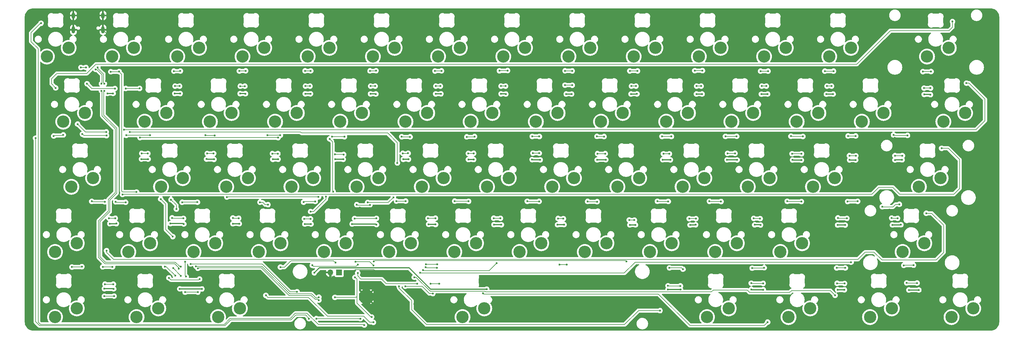
<source format=gbr>
%TF.GenerationSoftware,KiCad,Pcbnew,8.0.3*%
%TF.CreationDate,2024-11-03T20:57:15+08:00*%
%TF.ProjectId,PH60_Rev2,50483630-5f52-4657-9632-2e6b69636164,rev?*%
%TF.SameCoordinates,Original*%
%TF.FileFunction,Copper,L1,Top*%
%TF.FilePolarity,Positive*%
%FSLAX46Y46*%
G04 Gerber Fmt 4.6, Leading zero omitted, Abs format (unit mm)*
G04 Created by KiCad (PCBNEW 8.0.3) date 2024-11-03 20:57:15*
%MOMM*%
%LPD*%
G01*
G04 APERTURE LIST*
%TA.AperFunction,ComponentPad*%
%ADD10C,3.600000*%
%TD*%
%TA.AperFunction,HeatsinkPad*%
%ADD11C,0.500000*%
%TD*%
%TA.AperFunction,HeatsinkPad*%
%ADD12R,3.200000X3.200000*%
%TD*%
%TA.AperFunction,ComponentPad*%
%ADD13R,1.700000X1.700000*%
%TD*%
%TA.AperFunction,ComponentPad*%
%ADD14O,1.700000X1.700000*%
%TD*%
%TA.AperFunction,ComponentPad*%
%ADD15O,1.000000X1.800000*%
%TD*%
%TA.AperFunction,ComponentPad*%
%ADD16O,1.000000X2.100000*%
%TD*%
%TA.AperFunction,ViaPad*%
%ADD17C,0.600000*%
%TD*%
%TA.AperFunction,ViaPad*%
%ADD18C,0.500000*%
%TD*%
%TA.AperFunction,Conductor*%
%ADD19C,0.200000*%
%TD*%
%TA.AperFunction,Conductor*%
%ADD20C,0.300000*%
%TD*%
G04 APERTURE END LIST*
D10*
%TO.P,S30,1,1*%
%TO.N,Net-(D30-A)*%
X75247500Y-78740000D03*
%TO.P,S30,2,2*%
%TO.N,col_1*%
X68897500Y-81280000D03*
%TD*%
%TO.P,S27,1,1*%
%TO.N,Net-(D27-A)*%
X280035000Y-59690000D03*
%TO.P,S27,2,2*%
%TO.N,col_12*%
X273685000Y-62230000D03*
%TD*%
%TO.P,S42,1,1*%
%TO.N,Net-(D42-A)*%
X44291250Y-97790000D03*
%TO.P,S42,2,2*%
%TO.N,col_0*%
X37941250Y-100330000D03*
%TD*%
%TO.P,S32,1,1*%
%TO.N,Net-(D32-A)*%
X113347500Y-78740000D03*
%TO.P,S32,2,2*%
%TO.N,col_3*%
X106997500Y-81280000D03*
%TD*%
%TO.P,S38,1,1*%
%TO.N,Net-(D38-A)*%
X227647500Y-78740000D03*
%TO.P,S38,2,2*%
%TO.N,col_9*%
X221297500Y-81280000D03*
%TD*%
%TO.P,S35,1,1*%
%TO.N,Net-(D35-A)*%
X170497500Y-78740000D03*
%TO.P,S35,2,2*%
%TO.N,col_6*%
X164147500Y-81280000D03*
%TD*%
%TO.P,S4,1,1*%
%TO.N,Net-(D4-A)*%
X99060000Y-40640000D03*
%TO.P,S4,2,2*%
%TO.N,col_3*%
X92710000Y-43180000D03*
%TD*%
%TO.P,S2,1,1*%
%TO.N,Net-(D2-A)*%
X60960000Y-40640000D03*
%TO.P,S2,2,2*%
%TO.N,col_1*%
X54610000Y-43180000D03*
%TD*%
%TO.P,S22,1,1*%
%TO.N,Net-(D22-A)*%
X184785000Y-59690000D03*
%TO.P,S22,2,2*%
%TO.N,col_7*%
X178435000Y-62230000D03*
%TD*%
%TO.P,S28,1,1*%
%TO.N,Net-(D28-A)*%
X303847500Y-59690000D03*
%TO.P,S28,2,2*%
%TO.N,col_13*%
X297497500Y-62230000D03*
%TD*%
%TO.P,S46,1,1*%
%TO.N,Net-(D46-A)*%
X122872500Y-97790000D03*
%TO.P,S46,2,2*%
%TO.N,col_4*%
X116522500Y-100330000D03*
%TD*%
%TO.P,S1,1,1*%
%TO.N,Net-(D1-A)*%
X41910000Y-40640000D03*
%TO.P,S1,2,2*%
%TO.N,col_0*%
X35560000Y-43180000D03*
%TD*%
%TO.P,S54,1,1*%
%TO.N,Net-(D54-A)*%
X291941250Y-97790000D03*
%TO.P,S54,2,2*%
%TO.N,col_13*%
X285591250Y-100330000D03*
%TD*%
%TO.P,S10,1,1*%
%TO.N,Net-(D10-A)*%
X213360000Y-40640000D03*
%TO.P,S10,2,2*%
%TO.N,col_9*%
X207010000Y-43180000D03*
%TD*%
%TO.P,S34,1,1*%
%TO.N,Net-(D34-A)*%
X151447500Y-78740000D03*
%TO.P,S34,2,2*%
%TO.N,col_5*%
X145097500Y-81280000D03*
%TD*%
%TO.P,S15,1,1*%
%TO.N,Net-(D15-A)*%
X46672500Y-59690000D03*
%TO.P,S15,2,2*%
%TO.N,col_0*%
X40322500Y-62230000D03*
%TD*%
%TO.P,S56,1,1*%
%TO.N,Net-(D56-A)*%
X68103750Y-116840000D03*
%TO.P,S56,2,2*%
%TO.N,col_1*%
X61753750Y-119380000D03*
%TD*%
%TO.P,S20,1,1*%
%TO.N,Net-(D20-A)*%
X146685000Y-59690000D03*
%TO.P,S20,2,2*%
%TO.N,col_5*%
X140335000Y-62230000D03*
%TD*%
%TO.P,S17,1,1*%
%TO.N,Net-(D17-A)*%
X89535000Y-59690000D03*
%TO.P,S17,2,2*%
%TO.N,col_2*%
X83185000Y-62230000D03*
%TD*%
%TO.P,S31,1,1*%
%TO.N,Net-(D31-A)*%
X94297500Y-78740000D03*
%TO.P,S31,2,2*%
%TO.N,col_2*%
X87947500Y-81280000D03*
%TD*%
%TO.P,S48,1,1*%
%TO.N,Net-(D48-A)*%
X160972500Y-97790000D03*
%TO.P,S48,2,2*%
%TO.N,col_6*%
X154622500Y-100330000D03*
%TD*%
%TO.P,S51,1,1*%
%TO.N,Net-(D51-A)*%
X218122500Y-97790000D03*
%TO.P,S51,2,2*%
%TO.N,col_9*%
X211772500Y-100330000D03*
%TD*%
%TO.P,S23,1,1*%
%TO.N,Net-(D23-A)*%
X203835000Y-59690000D03*
%TO.P,S23,2,2*%
%TO.N,col_8*%
X197485000Y-62230000D03*
%TD*%
%TO.P,S50,1,1*%
%TO.N,Net-(D50-A)*%
X199072500Y-97790000D03*
%TO.P,S50,2,2*%
%TO.N,col_8*%
X192722500Y-100330000D03*
%TD*%
%TO.P,S18,1,1*%
%TO.N,Net-(D18-A)*%
X108585000Y-59690000D03*
%TO.P,S18,2,2*%
%TO.N,col_3*%
X102235000Y-62230000D03*
%TD*%
%TO.P,S33,1,1*%
%TO.N,Net-(D33-A)*%
X132397500Y-78740000D03*
%TO.P,S33,2,2*%
%TO.N,col_4*%
X126047500Y-81280000D03*
%TD*%
%TO.P,S61,1,1*%
%TO.N,Net-(D61-A)*%
X282416250Y-116840000D03*
%TO.P,S61,2,2*%
%TO.N,col_12*%
X276066250Y-119380000D03*
%TD*%
%TO.P,S16,1,1*%
%TO.N,Net-(D16-A)*%
X70485000Y-59690000D03*
%TO.P,S16,2,2*%
%TO.N,col_1*%
X64135000Y-62230000D03*
%TD*%
%TO.P,S60,1,1*%
%TO.N,Net-(D60-A)*%
X258603750Y-116840000D03*
%TO.P,S60,2,2*%
%TO.N,col_11*%
X252253750Y-119380000D03*
%TD*%
%TO.P,S58,1,1*%
%TO.N,Net-(D58-A)*%
X163353750Y-116840000D03*
%TO.P,S58,2,2*%
%TO.N,col_6*%
X157003750Y-119380000D03*
%TD*%
%TO.P,S24,1,1*%
%TO.N,Net-(D24-A)*%
X222885000Y-59690000D03*
%TO.P,S24,2,2*%
%TO.N,col_9*%
X216535000Y-62230000D03*
%TD*%
%TO.P,S29,1,1*%
%TO.N,Net-(D29-A)*%
X49053750Y-78740000D03*
%TO.P,S29,2,2*%
%TO.N,col_0*%
X42703750Y-81280000D03*
%TD*%
%TO.P,S37,1,1*%
%TO.N,Net-(D37-A)*%
X208597500Y-78740000D03*
%TO.P,S37,2,2*%
%TO.N,col_8*%
X202247500Y-81280000D03*
%TD*%
%TO.P,S43,1,1*%
%TO.N,Net-(D43-A)*%
X65722500Y-97790000D03*
%TO.P,S43,2,2*%
%TO.N,col_1*%
X59372500Y-100330000D03*
%TD*%
%TO.P,S3,1,1*%
%TO.N,Net-(D3-A)*%
X80010000Y-40640000D03*
%TO.P,S3,2,2*%
%TO.N,col_2*%
X73660000Y-43180000D03*
%TD*%
%TO.P,S36,1,1*%
%TO.N,Net-(D36-A)*%
X189547500Y-78740000D03*
%TO.P,S36,2,2*%
%TO.N,col_7*%
X183197500Y-81280000D03*
%TD*%
%TO.P,S6,1,1*%
%TO.N,Net-(D6-A)*%
X137160000Y-40640000D03*
%TO.P,S6,2,2*%
%TO.N,col_5*%
X130810000Y-43180000D03*
%TD*%
%TO.P,S55,1,1*%
%TO.N,Net-(D55-A)*%
X44291250Y-116840000D03*
%TO.P,S55,2,2*%
%TO.N,col_0*%
X37941250Y-119380000D03*
%TD*%
%TO.P,S25,1,1*%
%TO.N,Net-(D25-A)*%
X241935000Y-59690000D03*
%TO.P,S25,2,2*%
%TO.N,col_10*%
X235585000Y-62230000D03*
%TD*%
%TO.P,S9,1,1*%
%TO.N,Net-(D9-A)*%
X194310000Y-40640000D03*
%TO.P,S9,2,2*%
%TO.N,col_8*%
X187960000Y-43180000D03*
%TD*%
%TO.P,S26,1,1*%
%TO.N,Net-(D26-A)*%
X260985000Y-59690000D03*
%TO.P,S26,2,2*%
%TO.N,col_11*%
X254635000Y-62230000D03*
%TD*%
%TO.P,S11,1,1*%
%TO.N,Net-(D11-A)*%
X232410000Y-40640000D03*
%TO.P,S11,2,2*%
%TO.N,col_10*%
X226060000Y-43180000D03*
%TD*%
%TO.P,S59,1,1*%
%TO.N,Net-(D59-A)*%
X234791250Y-116840000D03*
%TO.P,S59,2,2*%
%TO.N,col_10*%
X228441250Y-119380000D03*
%TD*%
%TO.P,S53,1,1*%
%TO.N,Net-(D53-A)*%
X256222500Y-97790000D03*
%TO.P,S53,2,2*%
%TO.N,col_11*%
X249872500Y-100330000D03*
%TD*%
%TO.P,S12,1,1*%
%TO.N,Net-(D12-A)*%
X251460000Y-40640000D03*
%TO.P,S12,2,2*%
%TO.N,col_11*%
X245110000Y-43180000D03*
%TD*%
%TO.P,S57,1,1*%
%TO.N,Net-(D57-A)*%
X91916250Y-116840000D03*
%TO.P,S57,2,2*%
%TO.N,col_2*%
X85566250Y-119380000D03*
%TD*%
%TO.P,S8,1,1*%
%TO.N,Net-(D8-A)*%
X175260000Y-40640000D03*
%TO.P,S8,2,2*%
%TO.N,col_7*%
X168910000Y-43180000D03*
%TD*%
%TO.P,S13,1,1*%
%TO.N,Net-(D13-A)*%
X270510000Y-40640000D03*
%TO.P,S13,2,2*%
%TO.N,col_12*%
X264160000Y-43180000D03*
%TD*%
%TO.P,S14,1,1*%
%TO.N,Net-(D14-A)*%
X299085000Y-40640000D03*
%TO.P,S14,2,2*%
%TO.N,col_13*%
X292735000Y-43180000D03*
%TD*%
%TO.P,S21,1,1*%
%TO.N,Net-(D21-A)*%
X165735000Y-59690000D03*
%TO.P,S21,2,2*%
%TO.N,col_6*%
X159385000Y-62230000D03*
%TD*%
%TO.P,S19,1,1*%
%TO.N,Net-(D19-A)*%
X127635000Y-59690000D03*
%TO.P,S19,2,2*%
%TO.N,col_4*%
X121285000Y-62230000D03*
%TD*%
%TO.P,S5,1,1*%
%TO.N,Net-(D5-A)*%
X118110000Y-40640000D03*
%TO.P,S5,2,2*%
%TO.N,col_4*%
X111760000Y-43180000D03*
%TD*%
%TO.P,S45,1,1*%
%TO.N,Net-(D45-A)*%
X103822500Y-97790000D03*
%TO.P,S45,2,2*%
%TO.N,col_3*%
X97472500Y-100330000D03*
%TD*%
%TO.P,S62,1,1*%
%TO.N,Net-(D62-A)*%
X306228750Y-116840000D03*
%TO.P,S62,2,2*%
%TO.N,col_13*%
X299878750Y-119380000D03*
%TD*%
%TO.P,S52,1,1*%
%TO.N,Net-(D52-A)*%
X237172500Y-97790000D03*
%TO.P,S52,2,2*%
%TO.N,col_10*%
X230822500Y-100330000D03*
%TD*%
%TO.P,S7,1,1*%
%TO.N,Net-(D7-A)*%
X156210000Y-40640000D03*
%TO.P,S7,2,2*%
%TO.N,col_6*%
X149860000Y-43180000D03*
%TD*%
%TO.P,S41,1,1*%
%TO.N,Net-(D41-A)*%
X296703750Y-78740000D03*
%TO.P,S41,2,2*%
%TO.N,col_13*%
X290353750Y-81280000D03*
%TD*%
%TO.P,S49,1,1*%
%TO.N,Net-(D49-A)*%
X180022500Y-97790000D03*
%TO.P,S49,2,2*%
%TO.N,col_7*%
X173672500Y-100330000D03*
%TD*%
%TO.P,S44,1,1*%
%TO.N,Net-(D44-A)*%
X84772500Y-97790000D03*
%TO.P,S44,2,2*%
%TO.N,col_2*%
X78422500Y-100330000D03*
%TD*%
%TO.P,S39,1,1*%
%TO.N,Net-(D39-A)*%
X246697500Y-78740000D03*
%TO.P,S39,2,2*%
%TO.N,col_10*%
X240347500Y-81280000D03*
%TD*%
%TO.P,S40,1,1*%
%TO.N,Net-(D40-A)*%
X265747500Y-78740000D03*
%TO.P,S40,2,2*%
%TO.N,col_11*%
X259397500Y-81280000D03*
%TD*%
%TO.P,S47,1,1*%
%TO.N,Net-(D47-A)*%
X141922500Y-97790000D03*
%TO.P,S47,2,2*%
%TO.N,col_5*%
X135572500Y-100330000D03*
%TD*%
D11*
%TO.P,U3,57,GND*%
%TO.N,GND*%
X130250000Y-112050000D03*
X127550000Y-112050000D03*
D12*
X128900000Y-113400000D03*
D11*
X130250000Y-114750000D03*
X127550000Y-114750000D03*
%TD*%
D13*
%TO.P,J2,1,Pin_1*%
%TO.N,/~{USB_BOOT}*%
X120940000Y-106325000D03*
D14*
%TO.P,J2,2,Pin_2*%
%TO.N,GND*%
X118400000Y-106325000D03*
%TD*%
D15*
%TO.P,J1,S1,SHIELD*%
%TO.N,GND*%
X43305000Y-31175000D03*
D16*
X43305000Y-35355000D03*
D15*
X51945000Y-31175000D03*
D16*
X51945000Y-35355000D03*
%TD*%
D17*
%TO.N,GND*%
X111105000Y-87445000D03*
X225256250Y-48918750D03*
X93456250Y-48818750D03*
X72831250Y-48793750D03*
X78655000Y-86785000D03*
X284735000Y-87965000D03*
X112481250Y-48868750D03*
X131505000Y-105865000D03*
X246056250Y-48943750D03*
X76085000Y-86735000D03*
X283305000Y-66905000D03*
X196655000Y-68115000D03*
X263231250Y-48968750D03*
X266435000Y-106115000D03*
X54855000Y-86695000D03*
X122070000Y-68040000D03*
X188825000Y-87425000D03*
X187206250Y-48918750D03*
X119725000Y-68015000D03*
X289245000Y-106135000D03*
X62955000Y-67968750D03*
X210915000Y-87405000D03*
X83995000Y-67965000D03*
X244875000Y-105995000D03*
X244231250Y-48968750D03*
X226906250Y-48918750D03*
X271745000Y-68295000D03*
X141170000Y-68090000D03*
X150606250Y-48868750D03*
X131275000Y-87545000D03*
X136425000Y-114115000D03*
X142965000Y-115565000D03*
X236935000Y-68190000D03*
X269645000Y-87305000D03*
X103045000Y-67990000D03*
X54935000Y-106545000D03*
D18*
X118325000Y-117685000D03*
D17*
X170025000Y-48943750D03*
X52475000Y-106505000D03*
X253095000Y-68190000D03*
X126975000Y-87355000D03*
X92225000Y-87185000D03*
X169075000Y-87315000D03*
X41375000Y-35985000D03*
X91931250Y-48818750D03*
X145245000Y-113305000D03*
X217765000Y-68165000D03*
X74406250Y-48793750D03*
X217215000Y-106055000D03*
X146995000Y-87445000D03*
X265206250Y-48943750D03*
X242255000Y-87335000D03*
X57615000Y-86765000D03*
X293631250Y-49118750D03*
X244815000Y-87335000D03*
X215645000Y-68115000D03*
X208485000Y-87405000D03*
X131581250Y-48918750D03*
X158645000Y-68065000D03*
X256365000Y-68240000D03*
X123965000Y-107105000D03*
X167835000Y-48868750D03*
X149275000Y-87475000D03*
X206156250Y-48918750D03*
X226235000Y-87285000D03*
X101520000Y-67990000D03*
X166375000Y-87245000D03*
X54920000Y-50355000D03*
X272375000Y-87305000D03*
X179145000Y-68115000D03*
X89055000Y-87215000D03*
X186225000Y-87395000D03*
X234265000Y-68165000D03*
X149056250Y-48893750D03*
X53885000Y-36355000D03*
X110956250Y-48868750D03*
X281775000Y-87925000D03*
X269925000Y-68265000D03*
X286575000Y-106175000D03*
X130031250Y-48893750D03*
X177745000Y-68065000D03*
X160195000Y-68040000D03*
X188781250Y-48943750D03*
X65175000Y-67968750D03*
X223425000Y-87375000D03*
X118155000Y-109985000D03*
X116315000Y-111625000D03*
X241615000Y-106145000D03*
X139620000Y-68065000D03*
X198415625Y-68115000D03*
X82420000Y-67965000D03*
X268765000Y-106175000D03*
X286015000Y-67395000D03*
X220735000Y-106245000D03*
X291806250Y-49043750D03*
X207881250Y-48893750D03*
X107165000Y-87295000D03*
X52835000Y-50355000D03*
%TO.N,VBUS*%
X149150000Y-54100000D03*
X220695000Y-111325000D03*
X53945000Y-92055000D03*
X93575000Y-54050000D03*
X147105000Y-92225000D03*
X225350000Y-54125000D03*
X244085000Y-92435000D03*
X80855000Y-111145000D03*
X82215000Y-73165000D03*
X65131250Y-73168750D03*
X187300000Y-54125000D03*
X55065000Y-111115000D03*
X91755000Y-92065000D03*
X131675000Y-54125000D03*
X268575000Y-111395000D03*
X113700000Y-106420000D03*
X122147813Y-73215000D03*
X92025000Y-54025000D03*
X141222813Y-73240000D03*
X103122813Y-73215000D03*
X256025000Y-73465000D03*
X283365000Y-73425000D03*
X52345000Y-111075000D03*
X227000000Y-54125000D03*
X112575000Y-54075000D03*
X198855000Y-73340000D03*
X270125000Y-73415000D03*
X244325000Y-54175000D03*
X124745000Y-92145000D03*
X131875000Y-92325000D03*
X266605000Y-111355000D03*
X164055000Y-111215000D03*
X287435000Y-111445000D03*
X53245000Y-53950000D03*
X188875000Y-54150000D03*
X110925000Y-92155000D03*
X72925000Y-54000000D03*
X54900000Y-53950000D03*
X271875000Y-73425000D03*
X217735000Y-73390000D03*
X111050000Y-54075000D03*
X139697813Y-73240000D03*
X74500000Y-54000000D03*
X263325000Y-54175000D03*
X293725000Y-54325000D03*
X101572813Y-73240000D03*
X119825000Y-73190000D03*
X234305000Y-73390000D03*
X168250000Y-54100000D03*
X207535000Y-92415000D03*
X75555000Y-92135000D03*
X168355000Y-92365000D03*
X206250000Y-54125000D03*
X186665000Y-92325000D03*
X215515000Y-73340000D03*
X71665000Y-92035000D03*
X242375000Y-92385000D03*
X205905000Y-92395000D03*
X217045000Y-111295000D03*
X207975000Y-54100000D03*
X169650000Y-54150000D03*
X55865000Y-92035000D03*
X179675000Y-73390000D03*
X241405000Y-111285000D03*
X150700000Y-54075000D03*
X184755000Y-92355000D03*
X285085000Y-92355000D03*
X265300000Y-54150000D03*
X290325000Y-111445000D03*
X196345000Y-73390000D03*
X130125000Y-54100000D03*
X74385000Y-111125000D03*
X253445000Y-73415000D03*
X160247813Y-73290000D03*
X166195000Y-92335000D03*
X237245000Y-73415000D03*
X266615000Y-92435000D03*
X285435000Y-73375000D03*
X112735000Y-92145000D03*
X223505000Y-92435000D03*
X225115000Y-92375000D03*
X244875000Y-111365000D03*
X268825000Y-92465000D03*
X158722813Y-73290000D03*
X282625000Y-92415000D03*
X246150000Y-54150000D03*
X63181250Y-73168750D03*
X84385000Y-73240000D03*
X177325000Y-73315000D03*
X149135000Y-92285000D03*
X291900000Y-54250000D03*
X89915000Y-92055000D03*
%TO.N,+3V3*%
X125567500Y-107750000D03*
X119705608Y-113600000D03*
X130445000Y-119355000D03*
%TO.N,row_0*%
X46965000Y-46375000D03*
X54235000Y-47625000D03*
X208135000Y-47385000D03*
X129975000Y-47365000D03*
X224855000Y-47305000D03*
X186975000Y-47345000D03*
X246285000Y-47445000D03*
X293915000Y-47555000D03*
X93625000Y-47345000D03*
X74555000Y-47395000D03*
X291515000Y-47585000D03*
X227105000Y-47295000D03*
X61755000Y-82795000D03*
X112645000Y-47375000D03*
X72335000Y-95835000D03*
X150855000Y-47355000D03*
X205875000Y-47385000D03*
X244095000Y-47445000D03*
X77575000Y-103825000D03*
X265415000Y-47445000D03*
X167805000Y-47335000D03*
X45485000Y-46375000D03*
X108675000Y-111975000D03*
X170175000Y-47275000D03*
X262865000Y-47445000D03*
X56655000Y-47575000D03*
X72665000Y-47445000D03*
X131735000Y-47315000D03*
X148965000Y-47405000D03*
X110995000Y-47365000D03*
X91785000Y-47405000D03*
X189055000Y-47385000D03*
X68815000Y-84875000D03*
%TO.N,row_1*%
X141695000Y-66665000D03*
X45935000Y-65865000D03*
X177365000Y-66545000D03*
X112145000Y-119825000D03*
X158255000Y-66665000D03*
X237115000Y-66505000D03*
X81915000Y-66205000D03*
X114265000Y-119825000D03*
X37555000Y-66415000D03*
X196275000Y-66515000D03*
X52995000Y-66305000D03*
X271875000Y-66405000D03*
X84575000Y-66225000D03*
X122515000Y-66645000D03*
X58745000Y-66205000D03*
X198365000Y-66585000D03*
X282955000Y-66105000D03*
X160505000Y-66565000D03*
X65695000Y-66205000D03*
X118895000Y-66575000D03*
X40345000Y-66095000D03*
X287025000Y-66235000D03*
X139235000Y-66635000D03*
X218035000Y-66555000D03*
X269655000Y-66415000D03*
X252955000Y-66475000D03*
X215275000Y-66545000D03*
X127135000Y-119825000D03*
X32245000Y-67035000D03*
X233835000Y-66525000D03*
X256465000Y-66555000D03*
X103745000Y-66215000D03*
X100005000Y-66175000D03*
X179455000Y-66555000D03*
%TO.N,row_2*%
X213945000Y-85495000D03*
X100155000Y-86495000D03*
X126095000Y-86485000D03*
X48665000Y-85525000D03*
X229155000Y-85515000D03*
X272465000Y-85525000D03*
X269525000Y-85585000D03*
X52525000Y-85655000D03*
X79535000Y-85775000D03*
X179375000Y-85545000D03*
X217125000Y-85555000D03*
X154705000Y-85465000D03*
X158765000Y-85505000D03*
X74715000Y-107325000D03*
X97825000Y-85785000D03*
X75085000Y-85795000D03*
X140395000Y-85455000D03*
X71815000Y-85035000D03*
X73385000Y-87775000D03*
X251885000Y-85505000D03*
X58555000Y-85785000D03*
X284655000Y-86395000D03*
X196325000Y-85635000D03*
X72445000Y-105055000D03*
X129930000Y-86560000D03*
X256015000Y-85585000D03*
X193555000Y-85545000D03*
X279645000Y-87095000D03*
X55665000Y-85655000D03*
X175915000Y-85505000D03*
X137705000Y-85475000D03*
X232535000Y-85575000D03*
%TO.N,row_3*%
X241635000Y-105055000D03*
X119905000Y-103465000D03*
X285955000Y-104245000D03*
X130975000Y-104295000D03*
X146335000Y-103975000D03*
X125725000Y-103205000D03*
X149605000Y-103915000D03*
X103785000Y-104765000D03*
X45775000Y-104625000D03*
X42885000Y-104745000D03*
X54735000Y-104695000D03*
X51875000Y-104695000D03*
X221435000Y-105375000D03*
X288785000Y-104195000D03*
X73035000Y-107265000D03*
X245155000Y-104935000D03*
X266335000Y-104995000D03*
X217465000Y-104965000D03*
X185375000Y-103985000D03*
X268855000Y-104995000D03*
X70005000Y-104615000D03*
X187455000Y-104025000D03*
%TO.N,row_4*%
X52335000Y-113265000D03*
X79655000Y-112075000D03*
X55185000Y-113245000D03*
X75945000Y-112085000D03*
X130955000Y-120915000D03*
X99535000Y-113035000D03*
%TO.N,/USB_D-*%
X49819479Y-46930521D03*
X115025000Y-114410000D03*
X79695521Y-105095521D03*
X74074479Y-105235521D03*
X51490000Y-53185000D03*
X51490000Y-51115000D03*
%TO.N,/USB_D+*%
X50420521Y-46329479D03*
X74675521Y-104634479D03*
X79094479Y-104494479D03*
X52340000Y-51115000D03*
X115025000Y-113560000D03*
X52340000Y-53185000D03*
%TO.N,DIN*%
X128315000Y-121685000D03*
X33845000Y-33435000D03*
%TO.N,Net-(RGB14-DOUT)*%
X38125000Y-52350000D03*
X300165000Y-32945000D03*
%TO.N,Net-(RGB15-DOUT)*%
X47275000Y-51125000D03*
X58615000Y-52525000D03*
X62650000Y-52500000D03*
X55425000Y-52550000D03*
%TO.N,Net-(RGB16-DOUT)*%
X74325000Y-51825000D03*
X73000000Y-51825000D03*
%TO.N,Net-(RGB17-DOUT)*%
X93400000Y-51850000D03*
X92075000Y-51850000D03*
%TO.N,Net-(RGB18-DOUT)*%
X111100000Y-51825000D03*
X112425000Y-51825000D03*
%TO.N,Net-(RGB19-DOUT)*%
X130150000Y-51825000D03*
X131475000Y-51825000D03*
%TO.N,Net-(RGB20-DOUT)*%
X150525000Y-51825000D03*
X149200000Y-51825000D03*
%TO.N,Net-(RGB21-DOUT)*%
X168250000Y-51825000D03*
X169575000Y-51825000D03*
%TO.N,Net-(RGB22-DOUT)*%
X186945000Y-51535000D03*
X189065000Y-51565000D03*
%TO.N,Net-(RGB23-DOUT)*%
X206350000Y-51825000D03*
X207675000Y-51825000D03*
%TO.N,Net-(RGB24-DOUT)*%
X226725000Y-51825000D03*
X225400000Y-51825000D03*
%TO.N,Net-(RGB25-DOUT)*%
X245775000Y-51825000D03*
X244450000Y-51825000D03*
%TO.N,Net-(RGB26-DOUT)*%
X263500000Y-51825000D03*
X264825000Y-51825000D03*
%TO.N,Net-(RGB27-DOUT)*%
X291850000Y-52400000D03*
X293750000Y-52400000D03*
%TO.N,Net-(RGB28-DOUT)*%
X58060000Y-64550000D03*
X304250000Y-50950000D03*
%TO.N,Net-(RGB29-DOUT)*%
X65050000Y-71525000D03*
X63275000Y-71500000D03*
%TO.N,Net-(RGB30-DOUT)*%
X84285000Y-71525000D03*
X82400000Y-71525000D03*
%TO.N,Net-(RGB31-DOUT)*%
X103040625Y-71565625D03*
X101465625Y-71565625D03*
%TO.N,Net-(RGB32-DOUT)*%
X119685000Y-71805000D03*
X122265000Y-71825000D03*
%TO.N,Net-(RGB33-DOUT)*%
X141098750Y-71465000D03*
X139548750Y-71485000D03*
%TO.N,Net-(RGB34-DOUT)*%
X158708750Y-71515000D03*
X160258750Y-71495000D03*
%TO.N,Net-(RGB35-DOUT)*%
X179415000Y-71445000D03*
X177585000Y-71435000D03*
%TO.N,Net-(RGB36-DOUT)*%
X196445000Y-71575000D03*
X198695000Y-71575000D03*
%TO.N,Net-(RGB38-DOUT)*%
X236615000Y-71485000D03*
X234435000Y-71505000D03*
%TO.N,Net-(RGB39-DOUT)*%
X253305000Y-71605000D03*
X256055000Y-71625000D03*
%TO.N,Net-(RGB40-DOUT)*%
X270055000Y-72165000D03*
X271935000Y-72205000D03*
X285535000Y-72155000D03*
X283365000Y-72155000D03*
%TO.N,Net-(RGB41-DOUT)*%
X296995000Y-70015000D03*
X57655000Y-83515000D03*
%TO.N,Net-(RGB42-DOUT)*%
X55535000Y-90475000D03*
X53725000Y-90475000D03*
%TO.N,Net-(RGB43-DOUT)*%
X75475000Y-90500000D03*
X72135000Y-90375000D03*
%TO.N,Net-(RGB44-DOUT)*%
X91605000Y-90475000D03*
X89885000Y-90395000D03*
%TO.N,Net-(RGB45-DOUT)*%
X112575000Y-90615000D03*
X110785000Y-90625000D03*
%TO.N,Net-(RGB46-DOUT)*%
X125455000Y-90555000D03*
X131845000Y-90500000D03*
%TO.N,Net-(RGB47-DOUT)*%
X149085000Y-90455000D03*
X146925000Y-90515000D03*
%TO.N,Net-(RGB48-DOUT)*%
X168085000Y-90485000D03*
X166105000Y-90455000D03*
%TO.N,Net-(RGB49-DOUT)*%
X186475000Y-90575000D03*
X184925000Y-90535000D03*
%TO.N,Net-(RGB50-DOUT)*%
X207225000Y-91005000D03*
X205705000Y-90985000D03*
%TO.N,Net-(RGB51-DOUT)*%
X223235000Y-90585000D03*
X225195000Y-90575000D03*
%TO.N,Net-(RGB52-DOUT)*%
X242085000Y-90505000D03*
X243955000Y-90575000D03*
%TO.N,Net-(RGB53-DOUT)*%
X269325000Y-90495000D03*
X284125000Y-90485000D03*
X266675000Y-90365000D03*
X282405000Y-90425000D03*
%TO.N,Net-(RGB54-DOUT)*%
X52985000Y-99945000D03*
X292505000Y-89015000D03*
%TO.N,Net-(RGB55-DOUT)*%
X54985000Y-109755000D03*
X52535000Y-109765000D03*
%TO.N,Net-(RGB56-DOUT)*%
X80185000Y-108255000D03*
X71195000Y-107915000D03*
%TO.N,Net-(RGB57-DOUT)*%
X143785000Y-109615000D03*
X150225000Y-109605000D03*
X126395000Y-106485000D03*
X113105000Y-104235000D03*
X147655000Y-109605000D03*
X126395000Y-104035000D03*
%TO.N,Net-(RGB58-DOUT)*%
X217045000Y-110225000D03*
X220675000Y-110265000D03*
%TO.N,Net-(RGB59-DOUT)*%
X244845000Y-109525000D03*
X241365000Y-109475000D03*
%TO.N,Net-(RGB60-DOUT)*%
X268635000Y-109555000D03*
X266455000Y-109495000D03*
%TO.N,Net-(RGB61-DOUT)*%
X289835000Y-109425000D03*
X286795000Y-109375000D03*
%TO.N,col_0*%
X59745000Y-65265000D03*
X136795000Y-84365000D03*
X52915000Y-65215000D03*
X129275000Y-85865000D03*
X137965000Y-74305000D03*
X44515000Y-62935000D03*
%TO.N,col_1*%
X118165000Y-67245000D03*
X103105000Y-66895000D03*
X119195000Y-82665000D03*
X62765000Y-66895000D03*
%TO.N,col_2*%
X75925000Y-103155000D03*
X88145000Y-84265000D03*
X114925000Y-84225000D03*
X76245000Y-107535000D03*
%TO.N,col_3*%
X110575000Y-85775000D03*
X113965000Y-85535000D03*
%TO.N,col_4*%
X112615000Y-88525000D03*
X117115000Y-84105000D03*
%TO.N,col_7*%
X145425000Y-105675000D03*
X166965000Y-103595000D03*
%TO.N,col_8*%
X146205000Y-104825000D03*
X149535000Y-104945000D03*
%TO.N,col_9*%
X204935000Y-103135000D03*
X131075000Y-103125000D03*
%TO.N,col_10*%
X138465000Y-110355000D03*
X214715000Y-117485000D03*
%TO.N,col_11*%
X148325000Y-112495000D03*
X140295000Y-110365000D03*
X246165000Y-120855000D03*
X162995000Y-112445000D03*
%TO.N,col_12*%
X142895000Y-107725000D03*
X265865000Y-113005000D03*
%TO.N,col_13*%
X144625000Y-106425000D03*
X270545000Y-103325000D03*
%TO.N,Net-(RGB37-DOUT)*%
X215710625Y-71620625D03*
X217445000Y-71620625D03*
%TD*%
D19*
%TO.N,GND*%
X42005000Y-35355000D02*
X41375000Y-35985000D01*
X269925000Y-68265000D02*
X271715000Y-68265000D01*
X177745000Y-68065000D02*
X179095000Y-68065000D01*
X169950000Y-48868750D02*
X170025000Y-48943750D01*
X82420000Y-67965000D02*
X83995000Y-67965000D01*
X118155000Y-109985000D02*
X118155000Y-106570000D01*
X54935000Y-106545000D02*
X54895000Y-106505000D01*
X139620000Y-68065000D02*
X141145000Y-68065000D01*
X131085000Y-87355000D02*
X131275000Y-87545000D01*
X208485000Y-87405000D02*
X210915000Y-87405000D01*
X263231250Y-48968750D02*
X265181250Y-48968750D01*
X130031250Y-48893750D02*
X131556250Y-48893750D01*
X291806250Y-49043750D02*
X293556250Y-49043750D01*
X187206250Y-48918750D02*
X188756250Y-48918750D01*
X268705000Y-106115000D02*
X268765000Y-106175000D01*
X271715000Y-68265000D02*
X271745000Y-68295000D01*
X234290000Y-68190000D02*
X234265000Y-68165000D01*
X256315000Y-68190000D02*
X256365000Y-68240000D01*
X266435000Y-106115000D02*
X268705000Y-106115000D01*
X223515000Y-87285000D02*
X223425000Y-87375000D01*
X145245000Y-113305000D02*
X142985000Y-115565000D01*
X281775000Y-87925000D02*
X281785000Y-87915000D01*
X286615000Y-106135000D02*
X289245000Y-106135000D01*
X89085000Y-87185000D02*
X89055000Y-87215000D01*
X52945000Y-36355000D02*
X53885000Y-36355000D01*
X123965000Y-107105000D02*
X123955000Y-107115000D01*
X51945000Y-35355000D02*
X52945000Y-36355000D01*
X196655000Y-68115000D02*
X198415625Y-68115000D01*
X91931250Y-48818750D02*
X93456250Y-48818750D01*
X54895000Y-106505000D02*
X52475000Y-106505000D01*
X119475000Y-108105000D02*
X118400000Y-107030000D01*
X116315000Y-111625000D02*
X116515000Y-111625000D01*
X57545000Y-86695000D02*
X57615000Y-86765000D01*
X283315000Y-66915000D02*
X283305000Y-66905000D01*
X111095000Y-87455000D02*
X111105000Y-87445000D01*
X101520000Y-67990000D02*
X103045000Y-67990000D01*
X122035000Y-108105000D02*
X119475000Y-108105000D01*
X149245000Y-87445000D02*
X149275000Y-87475000D01*
X244725000Y-106145000D02*
X244875000Y-105995000D01*
X62955000Y-67968750D02*
X65175000Y-67968750D01*
X166375000Y-87245000D02*
X166445000Y-87315000D01*
X285535000Y-66915000D02*
X283315000Y-66915000D01*
X286575000Y-106175000D02*
X286615000Y-106135000D01*
X217215000Y-106055000D02*
X220545000Y-106055000D01*
X269645000Y-87305000D02*
X272375000Y-87305000D01*
X107325000Y-87455000D02*
X111095000Y-87455000D01*
X186225000Y-87395000D02*
X188795000Y-87395000D01*
X242255000Y-87335000D02*
X244815000Y-87335000D01*
X123955000Y-107115000D02*
X123025000Y-107115000D01*
X54920000Y-50355000D02*
X52835000Y-50355000D01*
X158645000Y-68065000D02*
X160170000Y-68065000D01*
X78605000Y-86735000D02*
X78655000Y-86785000D01*
X236935000Y-68190000D02*
X234290000Y-68190000D01*
X126975000Y-87355000D02*
X131085000Y-87355000D01*
X206156250Y-48918750D02*
X207856250Y-48918750D01*
X166445000Y-87315000D02*
X169075000Y-87315000D01*
X284685000Y-87915000D02*
X284735000Y-87965000D01*
X72831250Y-48793750D02*
X74406250Y-48793750D01*
X119725000Y-68015000D02*
X119750000Y-68040000D01*
X146995000Y-87445000D02*
X149245000Y-87445000D01*
X118155000Y-106570000D02*
X118400000Y-106325000D01*
X76085000Y-86735000D02*
X78605000Y-86735000D01*
X92225000Y-87185000D02*
X89085000Y-87185000D01*
X110956250Y-48868750D02*
X112481250Y-48868750D01*
X123025000Y-107115000D02*
X122035000Y-108105000D01*
X118400000Y-107030000D02*
X118400000Y-106325000D01*
X116515000Y-111625000D02*
X118155000Y-109985000D01*
X119750000Y-68040000D02*
X122070000Y-68040000D01*
X142985000Y-115565000D02*
X142965000Y-115565000D01*
X131085000Y-105445000D02*
X125625000Y-105445000D01*
X131505000Y-105865000D02*
X131085000Y-105445000D01*
X220545000Y-106055000D02*
X220735000Y-106245000D01*
X225256250Y-48918750D02*
X226906250Y-48918750D01*
X107165000Y-87295000D02*
X107325000Y-87455000D01*
X241615000Y-106145000D02*
X244725000Y-106145000D01*
X54855000Y-86695000D02*
X57545000Y-86695000D01*
X215695000Y-68165000D02*
X215645000Y-68115000D01*
X167835000Y-48868750D02*
X169950000Y-48868750D01*
X217765000Y-68165000D02*
X215695000Y-68165000D01*
X43305000Y-35355000D02*
X42005000Y-35355000D01*
X253095000Y-68190000D02*
X256315000Y-68190000D01*
X226235000Y-87285000D02*
X223515000Y-87285000D01*
X125625000Y-105445000D02*
X123965000Y-107105000D01*
X149056250Y-48893750D02*
X150581250Y-48893750D01*
X281785000Y-87915000D02*
X284685000Y-87915000D01*
X286015000Y-67395000D02*
X285535000Y-66915000D01*
X244231250Y-48968750D02*
X246031250Y-48968750D01*
X188795000Y-87395000D02*
X188825000Y-87425000D01*
D20*
%TO.N,VBUS*%
X242375000Y-92385000D02*
X244035000Y-92385000D01*
X141375000Y-104995000D02*
X115125000Y-104995000D01*
X215565000Y-73390000D02*
X215515000Y-73340000D01*
X217075000Y-111325000D02*
X217045000Y-111295000D01*
X237220000Y-73390000D02*
X234305000Y-73390000D01*
X220695000Y-111325000D02*
X217075000Y-111325000D01*
X147105000Y-92225000D02*
X149075000Y-92225000D01*
X89915000Y-92055000D02*
X91745000Y-92055000D01*
X130125000Y-54100000D02*
X131650000Y-54100000D01*
X186635000Y-92355000D02*
X186665000Y-92325000D01*
X253495000Y-73465000D02*
X253445000Y-73415000D01*
X285025000Y-92415000D02*
X285085000Y-92355000D01*
X80835000Y-111125000D02*
X74385000Y-111125000D01*
X283415000Y-73375000D02*
X285435000Y-73375000D01*
X112725000Y-92155000D02*
X112735000Y-92145000D01*
X55845000Y-92055000D02*
X55865000Y-92035000D01*
X164005000Y-111265000D02*
X147645000Y-111265000D01*
X103122813Y-73215000D02*
X101597813Y-73215000D01*
X84385000Y-73240000D02*
X82290000Y-73240000D01*
X223505000Y-92435000D02*
X225055000Y-92435000D01*
X244325000Y-54175000D02*
X246125000Y-54175000D01*
X75455000Y-92035000D02*
X75555000Y-92135000D01*
X265275000Y-54175000D02*
X265300000Y-54150000D01*
X268575000Y-111395000D02*
X266645000Y-111395000D01*
X72925000Y-54000000D02*
X74500000Y-54000000D01*
X283365000Y-73425000D02*
X283415000Y-73375000D01*
X92025000Y-54025000D02*
X93550000Y-54025000D01*
X160247813Y-73290000D02*
X158722813Y-73290000D01*
X111050000Y-54075000D02*
X112575000Y-54075000D01*
X207515000Y-92395000D02*
X207535000Y-92415000D01*
X110925000Y-92155000D02*
X112725000Y-92155000D01*
X141222813Y-73240000D02*
X139697813Y-73240000D01*
X122147813Y-73215000D02*
X119850000Y-73215000D01*
X119850000Y-73215000D02*
X119825000Y-73190000D01*
X266615000Y-92435000D02*
X268795000Y-92435000D01*
X124745000Y-92145000D02*
X131695000Y-92145000D01*
X270125000Y-73415000D02*
X270135000Y-73425000D01*
X65131250Y-73168750D02*
X63181250Y-73168750D01*
X184755000Y-92355000D02*
X186635000Y-92355000D01*
X149150000Y-54100000D02*
X150675000Y-54100000D01*
X205905000Y-92395000D02*
X207515000Y-92395000D01*
X131650000Y-54100000D02*
X131675000Y-54125000D01*
X196395000Y-73340000D02*
X196345000Y-73390000D01*
X246125000Y-54175000D02*
X246150000Y-54150000D01*
X263325000Y-54175000D02*
X265275000Y-54175000D01*
X293650000Y-54250000D02*
X293725000Y-54325000D01*
X53245000Y-53950000D02*
X54900000Y-53950000D01*
X80855000Y-111145000D02*
X80835000Y-111125000D01*
X164055000Y-111215000D02*
X164005000Y-111265000D01*
X237245000Y-73415000D02*
X237220000Y-73390000D01*
X206250000Y-54125000D02*
X207950000Y-54125000D01*
X82290000Y-73240000D02*
X82215000Y-73165000D01*
X149075000Y-92225000D02*
X149135000Y-92285000D01*
X150675000Y-54100000D02*
X150700000Y-54075000D01*
X179675000Y-73390000D02*
X177400000Y-73390000D01*
X225350000Y-54125000D02*
X227000000Y-54125000D01*
X207950000Y-54125000D02*
X207975000Y-54100000D01*
X177400000Y-73390000D02*
X177325000Y-73315000D01*
X241485000Y-111365000D02*
X241405000Y-111285000D01*
X268795000Y-92435000D02*
X268825000Y-92465000D01*
X147645000Y-111265000D02*
X141375000Y-104995000D01*
X266645000Y-111395000D02*
X266605000Y-111355000D01*
X115125000Y-104995000D02*
X113700000Y-106420000D01*
X169600000Y-54100000D02*
X169650000Y-54150000D01*
X291900000Y-54250000D02*
X293650000Y-54250000D01*
X53945000Y-92055000D02*
X55845000Y-92055000D01*
X93550000Y-54025000D02*
X93575000Y-54050000D01*
X256025000Y-73465000D02*
X253495000Y-73465000D01*
X168250000Y-54100000D02*
X169600000Y-54100000D01*
X166195000Y-92335000D02*
X168325000Y-92335000D01*
X188850000Y-54125000D02*
X188875000Y-54150000D01*
X244035000Y-92385000D02*
X244085000Y-92435000D01*
X225055000Y-92435000D02*
X225115000Y-92375000D01*
X244875000Y-111365000D02*
X241485000Y-111365000D01*
X55025000Y-111075000D02*
X55065000Y-111115000D01*
X290325000Y-111445000D02*
X287435000Y-111445000D01*
X71665000Y-92035000D02*
X75455000Y-92035000D01*
X187300000Y-54125000D02*
X188850000Y-54125000D01*
X198855000Y-73340000D02*
X196395000Y-73340000D01*
X52345000Y-111075000D02*
X55025000Y-111075000D01*
X282625000Y-92415000D02*
X285025000Y-92415000D01*
X270135000Y-73425000D02*
X271875000Y-73425000D01*
X131695000Y-92145000D02*
X131875000Y-92325000D01*
X168325000Y-92335000D02*
X168355000Y-92365000D01*
X91745000Y-92055000D02*
X91755000Y-92065000D01*
X217735000Y-73390000D02*
X215565000Y-73390000D01*
D19*
%TO.N,+3V3*%
X125567500Y-107750000D02*
X125675000Y-107750000D01*
X125900000Y-113600000D02*
X126175000Y-113325000D01*
X130445000Y-119355000D02*
X130225000Y-119355000D01*
X119705608Y-113600000D02*
X125900000Y-113600000D01*
X126175000Y-115305000D02*
X126175000Y-113325000D01*
X130225000Y-119355000D02*
X126175000Y-115305000D01*
X125675000Y-107750000D02*
X126175000Y-108250000D01*
X126175000Y-108250000D02*
X126175000Y-113325000D01*
%TO.N,row_0*%
X93565000Y-47405000D02*
X93625000Y-47345000D01*
X56655000Y-47575000D02*
X56605000Y-47625000D01*
X61755000Y-82795000D02*
X57695000Y-82795000D01*
X57445000Y-82545000D02*
X57445000Y-48365000D01*
X170115000Y-47335000D02*
X170175000Y-47275000D01*
X131685000Y-47365000D02*
X131735000Y-47315000D01*
X205875000Y-47385000D02*
X208135000Y-47385000D01*
X57445000Y-48365000D02*
X56655000Y-47575000D01*
X186975000Y-47345000D02*
X189015000Y-47345000D01*
X46965000Y-46375000D02*
X45485000Y-46375000D01*
X150805000Y-47405000D02*
X150855000Y-47355000D01*
X227095000Y-47305000D02*
X227105000Y-47295000D01*
X129975000Y-47365000D02*
X131685000Y-47365000D01*
X189015000Y-47345000D02*
X189055000Y-47385000D01*
X262865000Y-47445000D02*
X265415000Y-47445000D01*
X74505000Y-47445000D02*
X74555000Y-47395000D01*
X106585000Y-111975000D02*
X108675000Y-111975000D01*
X224855000Y-47305000D02*
X227095000Y-47305000D01*
X98455000Y-103845000D02*
X106585000Y-111975000D01*
X56605000Y-47625000D02*
X54235000Y-47625000D01*
X70295000Y-86355000D02*
X68815000Y-84875000D01*
X70295000Y-93795000D02*
X70295000Y-86355000D01*
X291515000Y-47585000D02*
X293885000Y-47585000D01*
X244095000Y-47445000D02*
X246285000Y-47445000D01*
X293885000Y-47585000D02*
X293915000Y-47555000D01*
X77595000Y-103845000D02*
X98455000Y-103845000D01*
X91785000Y-47405000D02*
X93565000Y-47405000D01*
X112635000Y-47365000D02*
X112645000Y-47375000D01*
X110995000Y-47365000D02*
X112635000Y-47365000D01*
X72335000Y-95835000D02*
X70295000Y-93795000D01*
X148965000Y-47405000D02*
X150805000Y-47405000D01*
X77575000Y-103825000D02*
X77595000Y-103845000D01*
X167805000Y-47335000D02*
X170115000Y-47335000D01*
X57695000Y-82795000D02*
X57445000Y-82545000D01*
X72665000Y-47445000D02*
X74505000Y-47445000D01*
%TO.N,row_1*%
X237115000Y-66505000D02*
X233855000Y-66505000D01*
X269665000Y-66405000D02*
X269655000Y-66415000D01*
X37685000Y-66285000D02*
X40155000Y-66285000D01*
X106855000Y-120185000D02*
X108305000Y-118735000D01*
X33455000Y-121925000D02*
X87540686Y-121925000D01*
X37555000Y-66415000D02*
X37685000Y-66285000D01*
X32245000Y-120715000D02*
X33455000Y-121925000D01*
X177375000Y-66555000D02*
X177365000Y-66545000D01*
X256465000Y-66555000D02*
X253035000Y-66555000D01*
X160505000Y-66565000D02*
X160405000Y-66665000D01*
X196345000Y-66585000D02*
X196275000Y-66515000D01*
X103745000Y-66215000D02*
X100045000Y-66215000D01*
X287025000Y-66235000D02*
X283085000Y-66235000D01*
X58745000Y-66205000D02*
X65695000Y-66205000D01*
X87540686Y-121925000D02*
X89280686Y-120185000D01*
X32245000Y-67035000D02*
X32245000Y-120715000D01*
X81935000Y-66225000D02*
X81915000Y-66205000D01*
X139265000Y-66665000D02*
X139235000Y-66635000D01*
X112145000Y-119745000D02*
X112145000Y-119825000D01*
X118965000Y-66645000D02*
X122515000Y-66645000D01*
X100045000Y-66215000D02*
X100005000Y-66175000D01*
X179455000Y-66555000D02*
X177375000Y-66555000D01*
X253035000Y-66555000D02*
X252955000Y-66475000D01*
X218035000Y-66555000D02*
X215285000Y-66555000D01*
X283085000Y-66235000D02*
X282955000Y-66105000D01*
X215285000Y-66555000D02*
X215275000Y-66545000D01*
X52995000Y-66305000D02*
X46375000Y-66305000D01*
X160405000Y-66665000D02*
X158255000Y-66665000D01*
X114265000Y-119825000D02*
X127135000Y-119825000D01*
X40155000Y-66285000D02*
X40345000Y-66095000D01*
X84575000Y-66225000D02*
X81935000Y-66225000D01*
X233855000Y-66505000D02*
X233835000Y-66525000D01*
X118895000Y-66575000D02*
X118965000Y-66645000D01*
X89280686Y-120185000D02*
X106855000Y-120185000D01*
X108305000Y-118735000D02*
X111135000Y-118735000D01*
X141695000Y-66665000D02*
X139265000Y-66665000D01*
X111135000Y-118735000D02*
X112145000Y-119745000D01*
X198365000Y-66585000D02*
X196345000Y-66585000D01*
X46375000Y-66305000D02*
X45935000Y-65865000D01*
X271875000Y-66405000D02*
X269665000Y-66405000D01*
%TO.N,row_2*%
X229155000Y-85515000D02*
X229215000Y-85575000D01*
X283545000Y-86395000D02*
X284655000Y-86395000D01*
X196325000Y-85635000D02*
X193645000Y-85635000D01*
X98645000Y-85785000D02*
X99355000Y-86495000D01*
X279705000Y-87155000D02*
X282785000Y-87155000D01*
X98645000Y-85785000D02*
X97825000Y-85785000D01*
X73385000Y-87775000D02*
X73385000Y-86605000D01*
X129930000Y-86560000D02*
X129825000Y-86665000D01*
X137725000Y-85455000D02*
X137705000Y-85475000D01*
X256015000Y-85585000D02*
X251965000Y-85585000D01*
X126275000Y-86665000D02*
X126095000Y-86485000D01*
X154745000Y-85505000D02*
X154705000Y-85465000D01*
X52525000Y-85655000D02*
X48795000Y-85655000D01*
X158765000Y-85505000D02*
X154745000Y-85505000D01*
X269585000Y-85525000D02*
X269525000Y-85585000D01*
X217125000Y-85555000D02*
X214005000Y-85555000D01*
X72445000Y-105055000D02*
X74715000Y-107325000D01*
X175955000Y-85545000D02*
X175915000Y-85505000D01*
X73385000Y-86605000D02*
X71815000Y-85035000D01*
X100155000Y-86495000D02*
X99355000Y-86495000D01*
X58555000Y-85785000D02*
X55795000Y-85785000D01*
X48795000Y-85655000D02*
X48665000Y-85525000D01*
X214005000Y-85555000D02*
X213945000Y-85495000D01*
X193645000Y-85635000D02*
X193555000Y-85545000D01*
X179375000Y-85545000D02*
X175955000Y-85545000D01*
X282785000Y-87155000D02*
X283545000Y-86395000D01*
X279645000Y-87095000D02*
X279705000Y-87155000D01*
X229215000Y-85575000D02*
X232535000Y-85575000D01*
X79535000Y-85775000D02*
X75105000Y-85775000D01*
X129825000Y-86665000D02*
X126275000Y-86665000D01*
X251965000Y-85585000D02*
X251885000Y-85505000D01*
X75105000Y-85775000D02*
X75085000Y-85795000D01*
X55795000Y-85785000D02*
X55665000Y-85655000D01*
X140395000Y-85455000D02*
X137725000Y-85455000D01*
X272465000Y-85525000D02*
X269585000Y-85525000D01*
%TO.N,row_3*%
X70385000Y-104615000D02*
X70005000Y-104615000D01*
X266335000Y-104995000D02*
X268855000Y-104995000D01*
X241635000Y-105055000D02*
X245035000Y-105055000D01*
X245035000Y-105055000D02*
X245155000Y-104935000D01*
X149545000Y-103975000D02*
X149605000Y-103915000D01*
X73035000Y-107265000D02*
X70385000Y-104615000D01*
X104975000Y-104765000D02*
X106845000Y-102895000D01*
X221025000Y-104965000D02*
X221435000Y-105375000D01*
X125725000Y-103205000D02*
X129885000Y-103205000D01*
X129885000Y-103205000D02*
X130975000Y-104295000D01*
X286005000Y-104195000D02*
X288785000Y-104195000D01*
X45775000Y-104625000D02*
X45655000Y-104745000D01*
X45655000Y-104745000D02*
X42885000Y-104745000D01*
X146335000Y-103975000D02*
X149545000Y-103975000D01*
X119335000Y-102895000D02*
X119905000Y-103465000D01*
X106845000Y-102895000D02*
X119335000Y-102895000D01*
X187415000Y-103985000D02*
X187455000Y-104025000D01*
X285955000Y-104245000D02*
X286005000Y-104195000D01*
X217465000Y-104965000D02*
X221025000Y-104965000D01*
X54735000Y-104695000D02*
X51875000Y-104695000D01*
X185375000Y-103985000D02*
X187415000Y-103985000D01*
X103785000Y-104765000D02*
X104975000Y-104765000D01*
%TO.N,row_4*%
X52355000Y-113245000D02*
X55185000Y-113245000D01*
X75945000Y-112085000D02*
X79645000Y-112085000D01*
X129925000Y-120915000D02*
X130955000Y-120915000D01*
X79645000Y-112085000D02*
X79655000Y-112075000D01*
X112035000Y-113645000D02*
X117525000Y-119135000D01*
X128145000Y-119135000D02*
X129925000Y-120915000D01*
X52335000Y-113265000D02*
X52355000Y-113245000D01*
X117525000Y-119135000D02*
X128145000Y-119135000D01*
X100145000Y-113645000D02*
X112035000Y-113645000D01*
X99535000Y-113035000D02*
X100145000Y-113645000D01*
%TO.N,/USB_D-*%
X113951802Y-114210001D02*
X114825001Y-114210001D01*
X53520000Y-88351800D02*
X50650000Y-91221800D01*
X53520000Y-84941800D02*
X53520000Y-88351800D01*
X50650000Y-91221800D02*
X50650000Y-101918200D01*
X79846562Y-104944480D02*
X98226280Y-104944480D01*
X51689999Y-53384999D02*
X51689999Y-60488199D01*
X51660000Y-48488199D02*
X51660000Y-50945000D01*
X55520000Y-82941800D02*
X53520000Y-84941800D01*
X50102322Y-46930521D02*
X51660000Y-48488199D01*
X112801801Y-113060000D02*
X113951802Y-114210001D01*
X114825001Y-114210001D02*
X115025000Y-114410000D01*
X55520000Y-64318200D02*
X55520000Y-82941800D01*
X51689999Y-60488199D02*
X55520000Y-64318200D01*
X51660000Y-50945000D02*
X51490000Y-51115000D01*
X74074479Y-104952678D02*
X74074479Y-105235521D01*
X72911801Y-103790000D02*
X74074479Y-104952678D01*
X98226280Y-104944480D02*
X106341800Y-113060000D01*
X50650000Y-101918200D02*
X52521800Y-103790000D01*
X106341800Y-113060000D02*
X112801801Y-113060000D01*
X79695521Y-105095521D02*
X79846562Y-104944480D01*
X49819479Y-46930521D02*
X50102322Y-46930521D01*
X52521800Y-103790000D02*
X72911801Y-103790000D01*
X51490000Y-53185000D02*
X51689999Y-53384999D01*
%TO.N,/USB_D+*%
X106528200Y-112610000D02*
X112988199Y-112610000D01*
X51100000Y-91408200D02*
X51100000Y-101731800D01*
X52140001Y-60301801D02*
X55970000Y-64131800D01*
X50420521Y-46612322D02*
X52110000Y-48301801D01*
X52708200Y-103340000D02*
X73098199Y-103340000D01*
X114825001Y-113759999D02*
X115025000Y-113560000D01*
X114138198Y-113759999D02*
X114825001Y-113759999D01*
X55970000Y-83128200D02*
X53970000Y-85128200D01*
X52340000Y-53185000D02*
X52140001Y-53384999D01*
X74392678Y-104634479D02*
X74675521Y-104634479D01*
X98412679Y-104494479D02*
X106528200Y-112610000D01*
X79094479Y-104494479D02*
X98412679Y-104494479D01*
X52140001Y-53384999D02*
X52140001Y-60301801D01*
X53970000Y-88538200D02*
X51100000Y-91408200D01*
X112988199Y-112610000D02*
X114138198Y-113759999D01*
X52110000Y-50885000D02*
X52340000Y-51115000D01*
X50420521Y-46329479D02*
X50420521Y-46612322D01*
X51100000Y-101731800D02*
X52708200Y-103340000D01*
X73098199Y-103340000D02*
X74392678Y-104634479D01*
X53970000Y-85128200D02*
X53970000Y-88538200D01*
X52110000Y-48301801D02*
X52110000Y-50885000D01*
X55970000Y-64131800D02*
X55970000Y-83128200D01*
%TO.N,DIN*%
X89115000Y-119785000D02*
X87385000Y-121515000D01*
X87385000Y-121515000D02*
X33675000Y-121515000D01*
X111555000Y-118275000D02*
X108155000Y-118275000D01*
X33675000Y-121515000D02*
X32995000Y-120835000D01*
X114865000Y-121585000D02*
X111555000Y-118275000D01*
X106645000Y-119785000D02*
X89115000Y-119785000D01*
X32995000Y-40865000D02*
X30935000Y-38805000D01*
X128215000Y-121585000D02*
X114865000Y-121585000D01*
X33725000Y-33435000D02*
X33845000Y-33435000D01*
X30935000Y-38805000D02*
X30935000Y-36225000D01*
X108155000Y-118275000D02*
X106645000Y-119785000D01*
X128315000Y-121685000D02*
X128215000Y-121585000D01*
X30935000Y-36225000D02*
X33725000Y-33435000D01*
X32995000Y-120835000D02*
X32995000Y-40865000D01*
%TO.N,Net-(RGB14-DOUT)*%
X300165000Y-34565000D02*
X300165000Y-32945000D01*
X38125000Y-52350000D02*
X36925000Y-51150000D01*
X299105000Y-35625000D02*
X300165000Y-34565000D01*
X36925000Y-51150000D02*
X36925000Y-49675000D01*
X282000000Y-35625000D02*
X299105000Y-35625000D01*
X47195000Y-48125000D02*
X49895000Y-45425000D01*
X272200000Y-45425000D02*
X282000000Y-35625000D01*
X36925000Y-49675000D02*
X38475000Y-48125000D01*
X49895000Y-45425000D02*
X272200000Y-45425000D01*
X38475000Y-48125000D02*
X47195000Y-48125000D01*
%TO.N,Net-(RGB15-DOUT)*%
X58615000Y-52525000D02*
X62625000Y-52525000D01*
X47275000Y-51125000D02*
X48700000Y-52550000D01*
X48700000Y-52550000D02*
X55425000Y-52550000D01*
X62625000Y-52525000D02*
X62650000Y-52500000D01*
%TO.N,Net-(RGB16-DOUT)*%
X73000000Y-51825000D02*
X74325000Y-51825000D01*
%TO.N,Net-(RGB17-DOUT)*%
X92075000Y-51850000D02*
X93400000Y-51850000D01*
%TO.N,Net-(RGB18-DOUT)*%
X111100000Y-51825000D02*
X112425000Y-51825000D01*
%TO.N,Net-(RGB19-DOUT)*%
X130150000Y-51825000D02*
X131475000Y-51825000D01*
%TO.N,Net-(RGB20-DOUT)*%
X149200000Y-51825000D02*
X150525000Y-51825000D01*
%TO.N,Net-(RGB21-DOUT)*%
X168250000Y-51825000D02*
X169575000Y-51825000D01*
%TO.N,Net-(RGB22-DOUT)*%
X186945000Y-51535000D02*
X189035000Y-51535000D01*
X189035000Y-51535000D02*
X189065000Y-51565000D01*
%TO.N,Net-(RGB23-DOUT)*%
X206350000Y-51825000D02*
X207675000Y-51825000D01*
%TO.N,Net-(RGB24-DOUT)*%
X225400000Y-51825000D02*
X226725000Y-51825000D01*
%TO.N,Net-(RGB25-DOUT)*%
X244450000Y-51825000D02*
X245775000Y-51825000D01*
%TO.N,Net-(RGB26-DOUT)*%
X263500000Y-51825000D02*
X264825000Y-51825000D01*
%TO.N,Net-(RGB27-DOUT)*%
X291850000Y-52400000D02*
X293750000Y-52400000D01*
%TO.N,Net-(RGB28-DOUT)*%
X309650000Y-61950000D02*
X309675000Y-61950000D01*
X309675000Y-55625000D02*
X305000000Y-50950000D01*
X305000000Y-50950000D02*
X304250000Y-50950000D01*
X58060000Y-64550000D02*
X307050000Y-64550000D01*
X307050000Y-64550000D02*
X309650000Y-61950000D01*
X309675000Y-61950000D02*
X309675000Y-55625000D01*
%TO.N,Net-(RGB29-DOUT)*%
X63275000Y-71500000D02*
X65025000Y-71500000D01*
X65025000Y-71500000D02*
X65050000Y-71525000D01*
%TO.N,Net-(RGB30-DOUT)*%
X82400000Y-71525000D02*
X84285000Y-71525000D01*
%TO.N,Net-(RGB31-DOUT)*%
X101465625Y-71565625D02*
X103040625Y-71565625D01*
%TO.N,Net-(RGB32-DOUT)*%
X122245000Y-71805000D02*
X119685000Y-71805000D01*
X122265000Y-71825000D02*
X122245000Y-71805000D01*
%TO.N,Net-(RGB33-DOUT)*%
X139548750Y-71485000D02*
X141078750Y-71485000D01*
%TO.N,Net-(RGB34-DOUT)*%
X158708750Y-71515000D02*
X160238750Y-71515000D01*
%TO.N,Net-(RGB35-DOUT)*%
X179415000Y-71445000D02*
X177595000Y-71445000D01*
X177595000Y-71445000D02*
X177585000Y-71435000D01*
%TO.N,Net-(RGB36-DOUT)*%
X196445000Y-71575000D02*
X198695000Y-71575000D01*
%TO.N,Net-(RGB38-DOUT)*%
X236595000Y-71505000D02*
X234435000Y-71505000D01*
X236615000Y-71485000D02*
X236595000Y-71505000D01*
%TO.N,Net-(RGB39-DOUT)*%
X253325000Y-71625000D02*
X256055000Y-71625000D01*
X253305000Y-71605000D02*
X253325000Y-71625000D01*
%TO.N,Net-(RGB40-DOUT)*%
X271935000Y-72205000D02*
X270095000Y-72205000D01*
X270095000Y-72205000D02*
X270055000Y-72165000D01*
X285535000Y-72155000D02*
X283365000Y-72155000D01*
%TO.N,Net-(RGB41-DOUT)*%
X284745000Y-83415000D02*
X282745000Y-81415000D01*
X284745000Y-83415000D02*
X300565000Y-83415000D01*
X302255000Y-81725000D02*
X300565000Y-83415000D01*
X57715000Y-83455000D02*
X276645000Y-83455000D01*
X57715000Y-83455000D02*
X57655000Y-83515000D01*
X302255000Y-73335000D02*
X302255000Y-81725000D01*
X282745000Y-81415000D02*
X278685000Y-81415000D01*
X298935000Y-70015000D02*
X302255000Y-73335000D01*
X278685000Y-81415000D02*
X276645000Y-83455000D01*
X296995000Y-70015000D02*
X298935000Y-70015000D01*
%TO.N,Net-(RGB42-DOUT)*%
X55535000Y-90475000D02*
X53725000Y-90475000D01*
%TO.N,Net-(RGB43-DOUT)*%
X72135000Y-90375000D02*
X72260000Y-90500000D01*
X72260000Y-90500000D02*
X75475000Y-90500000D01*
%TO.N,Net-(RGB44-DOUT)*%
X91605000Y-90475000D02*
X89965000Y-90475000D01*
X89965000Y-90475000D02*
X89885000Y-90395000D01*
%TO.N,Net-(RGB45-DOUT)*%
X112575000Y-90615000D02*
X110795000Y-90615000D01*
X110795000Y-90615000D02*
X110785000Y-90625000D01*
%TO.N,Net-(RGB46-DOUT)*%
X131800000Y-90545000D02*
X131845000Y-90500000D01*
X125455000Y-90555000D02*
X125465000Y-90545000D01*
X125465000Y-90545000D02*
X131800000Y-90545000D01*
%TO.N,Net-(RGB47-DOUT)*%
X146985000Y-90455000D02*
X146925000Y-90515000D01*
X149085000Y-90455000D02*
X146985000Y-90455000D01*
%TO.N,Net-(RGB48-DOUT)*%
X168085000Y-90485000D02*
X166135000Y-90485000D01*
X166135000Y-90485000D02*
X166105000Y-90455000D01*
%TO.N,Net-(RGB49-DOUT)*%
X186435000Y-90535000D02*
X186475000Y-90575000D01*
X184925000Y-90535000D02*
X186435000Y-90535000D01*
%TO.N,Net-(RGB50-DOUT)*%
X205725000Y-91005000D02*
X205705000Y-90985000D01*
X207225000Y-91005000D02*
X205725000Y-91005000D01*
%TO.N,Net-(RGB51-DOUT)*%
X223245000Y-90575000D02*
X223235000Y-90585000D01*
X225195000Y-90575000D02*
X223245000Y-90575000D01*
%TO.N,Net-(RGB52-DOUT)*%
X242155000Y-90575000D02*
X242085000Y-90505000D01*
X243955000Y-90575000D02*
X242155000Y-90575000D01*
%TO.N,Net-(RGB53-DOUT)*%
X269325000Y-90495000D02*
X266805000Y-90495000D01*
X282465000Y-90485000D02*
X282405000Y-90425000D01*
X284125000Y-90485000D02*
X282465000Y-90485000D01*
X266805000Y-90495000D02*
X266675000Y-90365000D01*
%TO.N,Net-(RGB54-DOUT)*%
X294075000Y-89015000D02*
X292505000Y-89015000D01*
X295395000Y-102665000D02*
X297585000Y-100475000D01*
X274655000Y-100375000D02*
X277245000Y-100375000D01*
X277245000Y-100375000D02*
X279535000Y-102665000D01*
X279535000Y-102665000D02*
X295395000Y-102665000D01*
X52985000Y-100435000D02*
X55015000Y-102465000D01*
X297585000Y-92525000D02*
X294075000Y-89015000D01*
X297585000Y-100475000D02*
X297585000Y-92525000D01*
X272565000Y-102465000D02*
X274655000Y-100375000D01*
X55015000Y-102465000D02*
X272565000Y-102465000D01*
X52985000Y-99945000D02*
X52985000Y-100435000D01*
%TO.N,Net-(RGB55-DOUT)*%
X54975000Y-109765000D02*
X54985000Y-109755000D01*
X52535000Y-109765000D02*
X54975000Y-109765000D01*
%TO.N,Net-(RGB56-DOUT)*%
X71765000Y-108485000D02*
X71195000Y-107915000D01*
X79955000Y-108485000D02*
X71765000Y-108485000D01*
X80185000Y-108255000D02*
X79955000Y-108485000D01*
%TO.N,Net-(RGB57-DOUT)*%
X125905000Y-104525000D02*
X126395000Y-104035000D01*
X127295000Y-108265000D02*
X133385000Y-108265000D01*
X133385000Y-108265000D02*
X134735000Y-109615000D01*
X134735000Y-109615000D02*
X143785000Y-109615000D01*
X113105000Y-104235000D02*
X113395000Y-104525000D01*
X147655000Y-109605000D02*
X150225000Y-109605000D01*
X126395000Y-107365000D02*
X127295000Y-108265000D01*
X126395000Y-106485000D02*
X126395000Y-107365000D01*
X113395000Y-104525000D02*
X125905000Y-104525000D01*
%TO.N,Net-(RGB58-DOUT)*%
X217085000Y-110265000D02*
X217045000Y-110225000D01*
X220675000Y-110265000D02*
X217085000Y-110265000D01*
%TO.N,Net-(RGB59-DOUT)*%
X241415000Y-109525000D02*
X241365000Y-109475000D01*
X244845000Y-109525000D02*
X241415000Y-109525000D01*
%TO.N,Net-(RGB60-DOUT)*%
X266515000Y-109555000D02*
X266455000Y-109495000D01*
X268635000Y-109555000D02*
X266515000Y-109555000D01*
%TO.N,Net-(RGB61-DOUT)*%
X286845000Y-109425000D02*
X286795000Y-109375000D01*
X289835000Y-109425000D02*
X286845000Y-109425000D01*
%TO.N,col_0*%
X135115000Y-65545000D02*
X137965000Y-68395000D01*
X46795000Y-65215000D02*
X44515000Y-62935000D01*
X52915000Y-65215000D02*
X46795000Y-65215000D01*
X109685000Y-65265000D02*
X109965000Y-65545000D01*
X129275000Y-85865000D02*
X135295000Y-85865000D01*
X135295000Y-85865000D02*
X136795000Y-84365000D01*
X109965000Y-65545000D02*
X135115000Y-65545000D01*
X137965000Y-68395000D02*
X137965000Y-74305000D01*
X59745000Y-65265000D02*
X109685000Y-65265000D01*
%TO.N,col_1*%
X62765000Y-66895000D02*
X103105000Y-66895000D01*
X119055000Y-68135000D02*
X118165000Y-67245000D01*
X119195000Y-82665000D02*
X119055000Y-82525000D01*
X119055000Y-82525000D02*
X119055000Y-68135000D01*
%TO.N,col_2*%
X76245000Y-107535000D02*
X75925000Y-107215000D01*
X75925000Y-107215000D02*
X75925000Y-103155000D01*
X88185000Y-84225000D02*
X88145000Y-84265000D01*
X114925000Y-84225000D02*
X88185000Y-84225000D01*
%TO.N,col_3*%
X113965000Y-85535000D02*
X110815000Y-85535000D01*
X110815000Y-85535000D02*
X110575000Y-85775000D01*
%TO.N,col_4*%
X112615000Y-88525000D02*
X113465000Y-88525000D01*
X113465000Y-88525000D02*
X117115000Y-84875000D01*
X117115000Y-84875000D02*
X117115000Y-84105000D01*
%TO.N,col_7*%
X164785000Y-105775000D02*
X145525000Y-105775000D01*
X145525000Y-105775000D02*
X145425000Y-105675000D01*
X166965000Y-103595000D02*
X164785000Y-105775000D01*
%TO.N,col_8*%
X149515000Y-104925000D02*
X149535000Y-104945000D01*
X146205000Y-104825000D02*
X146305000Y-104925000D01*
X146305000Y-104925000D02*
X149515000Y-104925000D01*
%TO.N,col_9*%
X131075000Y-103125000D02*
X131335000Y-102865000D01*
X131335000Y-102865000D02*
X204665000Y-102865000D01*
X204665000Y-102865000D02*
X204935000Y-103135000D01*
%TO.N,col_10*%
X214705000Y-117475000D02*
X208415000Y-117475000D01*
X146465000Y-121585000D02*
X142145000Y-117265000D01*
X142145000Y-114555000D02*
X138465000Y-110875000D01*
X204305000Y-121585000D02*
X146465000Y-121585000D01*
X208415000Y-117475000D02*
X204305000Y-121585000D01*
X214715000Y-117485000D02*
X214705000Y-117475000D01*
X138465000Y-110875000D02*
X138465000Y-110355000D01*
X142145000Y-117265000D02*
X142145000Y-114555000D01*
%TO.N,col_11*%
X147305000Y-112495000D02*
X145175000Y-110365000D01*
X163175000Y-112625000D02*
X214235000Y-112625000D01*
X148325000Y-112495000D02*
X147305000Y-112495000D01*
X223405000Y-121795000D02*
X214235000Y-112625000D01*
X145175000Y-110365000D02*
X140295000Y-110365000D01*
X246165000Y-120855000D02*
X245225000Y-121795000D01*
X162995000Y-112445000D02*
X163175000Y-112625000D01*
X245225000Y-121795000D02*
X223405000Y-121795000D01*
%TO.N,col_12*%
X253135000Y-111645000D02*
X264505000Y-111645000D01*
X240185000Y-111465000D02*
X240905000Y-112185000D01*
X147565000Y-111825000D02*
X163585000Y-111825000D01*
X163585000Y-111825000D02*
X163765000Y-112005000D01*
X229745000Y-112005000D02*
X230285000Y-111465000D01*
X252595000Y-112185000D02*
X253135000Y-111645000D01*
X142895000Y-107725000D02*
X143465000Y-107725000D01*
X230285000Y-111465000D02*
X240185000Y-111465000D01*
X143465000Y-107725000D02*
X147565000Y-111825000D01*
X240905000Y-112185000D02*
X252595000Y-112185000D01*
X264505000Y-111645000D02*
X265865000Y-113005000D01*
X163765000Y-112005000D02*
X229745000Y-112005000D01*
%TO.N,col_13*%
X204265000Y-106505000D02*
X207445000Y-103325000D01*
X144625000Y-106425000D02*
X144705000Y-106505000D01*
X207445000Y-103325000D02*
X270545000Y-103325000D01*
X144705000Y-106505000D02*
X204265000Y-106505000D01*
%TO.N,Net-(RGB37-DOUT)*%
X215710625Y-71620625D02*
X217445000Y-71620625D01*
%TD*%
%TA.AperFunction,Conductor*%
%TO.N,GND*%
G36*
X105592942Y-103085185D02*
G01*
X105638697Y-103137989D01*
X105648641Y-103207147D01*
X105619616Y-103270703D01*
X105613584Y-103277181D01*
X104762584Y-104128181D01*
X104701261Y-104161666D01*
X104674903Y-104164500D01*
X104367412Y-104164500D01*
X104300373Y-104144815D01*
X104290097Y-104137445D01*
X104287263Y-104135185D01*
X104287262Y-104135184D01*
X104175858Y-104065184D01*
X104134523Y-104039211D01*
X103964254Y-103979631D01*
X103964249Y-103979630D01*
X103785004Y-103959435D01*
X103784996Y-103959435D01*
X103605750Y-103979630D01*
X103605745Y-103979631D01*
X103435476Y-104039211D01*
X103282737Y-104135184D01*
X103155184Y-104262737D01*
X103059211Y-104415476D01*
X102999631Y-104585745D01*
X102999630Y-104585750D01*
X102979435Y-104764996D01*
X102979435Y-104765003D01*
X102999630Y-104944249D01*
X102999631Y-104944254D01*
X103059211Y-105114523D01*
X103141525Y-105245524D01*
X103155184Y-105267262D01*
X103282738Y-105394816D01*
X103362674Y-105445043D01*
X103418894Y-105480369D01*
X103435478Y-105490789D01*
X103548591Y-105530369D01*
X103605745Y-105550368D01*
X103605750Y-105550369D01*
X103784996Y-105570565D01*
X103785000Y-105570565D01*
X103785004Y-105570565D01*
X103964249Y-105550369D01*
X103964252Y-105550368D01*
X103964255Y-105550368D01*
X104134522Y-105490789D01*
X104287262Y-105394816D01*
X104287267Y-105394810D01*
X104290097Y-105392555D01*
X104292275Y-105391665D01*
X104293158Y-105391111D01*
X104293255Y-105391265D01*
X104354783Y-105366145D01*
X104367412Y-105365500D01*
X104888331Y-105365500D01*
X104888347Y-105365501D01*
X104895943Y-105365501D01*
X105054054Y-105365501D01*
X105054057Y-105365501D01*
X105206785Y-105324577D01*
X105284259Y-105279847D01*
X105297032Y-105272473D01*
X105343709Y-105245524D01*
X105343708Y-105245524D01*
X105343716Y-105245520D01*
X105455520Y-105133716D01*
X105455520Y-105133714D01*
X105465724Y-105123511D01*
X105465727Y-105123506D01*
X107057416Y-103531819D01*
X107118739Y-103498334D01*
X107145097Y-103495500D01*
X112413060Y-103495500D01*
X112480099Y-103515185D01*
X112525854Y-103567989D01*
X112535798Y-103637147D01*
X112506773Y-103700703D01*
X112500741Y-103707181D01*
X112475184Y-103732737D01*
X112379211Y-103885476D01*
X112319631Y-104055745D01*
X112319630Y-104055750D01*
X112299435Y-104234996D01*
X112299435Y-104235003D01*
X112319630Y-104414249D01*
X112319631Y-104414254D01*
X112379211Y-104584523D01*
X112455213Y-104705478D01*
X112475184Y-104737262D01*
X112602738Y-104864816D01*
X112656411Y-104898541D01*
X112737051Y-104949211D01*
X112755478Y-104960789D01*
X112925745Y-105020368D01*
X112925750Y-105020369D01*
X113056901Y-105035145D01*
X113105019Y-105050978D01*
X113163211Y-105084575D01*
X113163212Y-105084575D01*
X113163215Y-105084577D01*
X113315943Y-105125501D01*
X113315946Y-105125501D01*
X113481653Y-105125501D01*
X113481669Y-105125500D01*
X113775192Y-105125500D01*
X113842231Y-105145185D01*
X113887986Y-105197989D01*
X113897930Y-105267147D01*
X113868905Y-105330703D01*
X113862892Y-105337161D01*
X113655073Y-105544980D01*
X113601775Y-105598278D01*
X113540452Y-105631762D01*
X113527988Y-105633815D01*
X113520752Y-105634630D01*
X113520744Y-105634632D01*
X113350478Y-105694210D01*
X113197737Y-105790184D01*
X113070184Y-105917737D01*
X112974211Y-106070476D01*
X112914631Y-106240745D01*
X112914630Y-106240750D01*
X112894435Y-106419996D01*
X112894435Y-106420003D01*
X112914630Y-106599249D01*
X112914631Y-106599254D01*
X112974211Y-106769523D01*
X113070184Y-106922262D01*
X113197738Y-107049816D01*
X113209598Y-107057268D01*
X113335301Y-107136253D01*
X113350478Y-107145789D01*
X113463897Y-107185476D01*
X113520745Y-107205368D01*
X113520750Y-107205369D01*
X113699996Y-107225565D01*
X113700000Y-107225565D01*
X113700004Y-107225565D01*
X113879249Y-107205369D01*
X113879252Y-107205368D01*
X113879255Y-107205368D01*
X114049522Y-107145789D01*
X114202262Y-107049816D01*
X114329816Y-106922262D01*
X114425789Y-106769522D01*
X114485368Y-106599255D01*
X114486182Y-106592025D01*
X114513245Y-106527611D01*
X114521712Y-106518232D01*
X115358127Y-105681819D01*
X115419450Y-105648334D01*
X115445808Y-105645500D01*
X117032655Y-105645500D01*
X117099694Y-105665185D01*
X117145449Y-105717989D01*
X117155393Y-105787147D01*
X117145037Y-105821905D01*
X117126569Y-105861507D01*
X117126567Y-105861513D01*
X117069364Y-106074999D01*
X117069364Y-106075000D01*
X117966988Y-106075000D01*
X117934075Y-106132007D01*
X117900000Y-106259174D01*
X117900000Y-106390826D01*
X117934075Y-106517993D01*
X117966988Y-106575000D01*
X117069364Y-106575000D01*
X117126567Y-106788486D01*
X117126570Y-106788492D01*
X117226399Y-107002578D01*
X117361894Y-107196082D01*
X117528917Y-107363105D01*
X117722421Y-107498600D01*
X117936507Y-107598429D01*
X117936516Y-107598433D01*
X118150000Y-107655634D01*
X118150000Y-106758012D01*
X118207007Y-106790925D01*
X118334174Y-106825000D01*
X118465826Y-106825000D01*
X118592993Y-106790925D01*
X118650000Y-106758012D01*
X118650000Y-107655633D01*
X118863483Y-107598433D01*
X118863492Y-107598429D01*
X119077578Y-107498600D01*
X119271078Y-107363108D01*
X119393133Y-107241053D01*
X119454456Y-107207568D01*
X119524148Y-107212552D01*
X119580082Y-107254423D01*
X119596997Y-107285401D01*
X119646202Y-107417328D01*
X119646206Y-107417335D01*
X119732452Y-107532544D01*
X119732455Y-107532547D01*
X119847664Y-107618793D01*
X119847671Y-107618797D01*
X119982517Y-107669091D01*
X119982516Y-107669091D01*
X119989444Y-107669835D01*
X120042127Y-107675500D01*
X121837872Y-107675499D01*
X121897483Y-107669091D01*
X122032331Y-107618796D01*
X122147546Y-107532546D01*
X122233796Y-107417331D01*
X122284091Y-107282483D01*
X122290500Y-107222873D01*
X122290499Y-105769499D01*
X122310184Y-105702461D01*
X122362987Y-105656706D01*
X122414499Y-105645500D01*
X125803060Y-105645500D01*
X125870099Y-105665185D01*
X125915854Y-105717989D01*
X125925798Y-105787147D01*
X125896773Y-105850703D01*
X125890741Y-105857181D01*
X125765184Y-105982737D01*
X125669211Y-106135476D01*
X125609631Y-106305745D01*
X125609630Y-106305750D01*
X125589435Y-106484996D01*
X125589435Y-106485003D01*
X125609630Y-106664249D01*
X125609632Y-106664257D01*
X125650998Y-106782475D01*
X125654559Y-106852254D01*
X125619830Y-106912881D01*
X125557836Y-106945108D01*
X125547840Y-106946649D01*
X125388249Y-106964630D01*
X125388245Y-106964631D01*
X125217976Y-107024211D01*
X125065237Y-107120184D01*
X124937684Y-107247737D01*
X124841711Y-107400476D01*
X124782131Y-107570745D01*
X124782130Y-107570750D01*
X124761935Y-107749996D01*
X124761935Y-107750003D01*
X124782130Y-107929249D01*
X124782131Y-107929254D01*
X124841711Y-108099523D01*
X124923319Y-108229400D01*
X124937684Y-108252262D01*
X125065238Y-108379816D01*
X125217978Y-108475789D01*
X125316799Y-108510368D01*
X125388245Y-108535368D01*
X125388250Y-108535369D01*
X125464383Y-108543947D01*
X125528797Y-108571013D01*
X125568352Y-108628608D01*
X125574500Y-108667167D01*
X125574500Y-112875500D01*
X125554815Y-112942539D01*
X125502011Y-112988294D01*
X125450500Y-112999500D01*
X120288020Y-112999500D01*
X120220981Y-112979815D01*
X120210705Y-112972445D01*
X120207871Y-112970185D01*
X120207870Y-112970184D01*
X120150892Y-112934382D01*
X120055131Y-112874211D01*
X119884862Y-112814631D01*
X119884857Y-112814630D01*
X119705612Y-112794435D01*
X119705604Y-112794435D01*
X119526358Y-112814630D01*
X119526353Y-112814631D01*
X119356084Y-112874211D01*
X119203345Y-112970184D01*
X119075792Y-113097737D01*
X118979819Y-113250476D01*
X118920239Y-113420745D01*
X118920238Y-113420750D01*
X118900043Y-113599996D01*
X118900043Y-113600003D01*
X118920238Y-113779249D01*
X118920239Y-113779254D01*
X118979819Y-113949523D01*
X119043565Y-114050973D01*
X119075792Y-114102262D01*
X119203346Y-114229816D01*
X119286108Y-114281819D01*
X119354034Y-114324500D01*
X119356086Y-114325789D01*
X119526353Y-114385368D01*
X119526358Y-114385369D01*
X119705604Y-114405565D01*
X119705608Y-114405565D01*
X119705612Y-114405565D01*
X119884857Y-114385369D01*
X119884860Y-114385368D01*
X119884863Y-114385368D01*
X120055130Y-114325789D01*
X120207870Y-114229816D01*
X120207875Y-114229810D01*
X120210705Y-114227555D01*
X120212883Y-114226665D01*
X120213766Y-114226111D01*
X120213863Y-114226265D01*
X120275391Y-114201145D01*
X120288020Y-114200500D01*
X125450500Y-114200500D01*
X125517539Y-114220185D01*
X125563294Y-114272989D01*
X125574500Y-114324500D01*
X125574500Y-115218330D01*
X125574499Y-115218348D01*
X125574499Y-115384054D01*
X125574498Y-115384054D01*
X125615423Y-115536785D01*
X125644358Y-115586900D01*
X125644359Y-115586904D01*
X125644360Y-115586904D01*
X125694479Y-115673714D01*
X125694481Y-115673717D01*
X125813349Y-115792585D01*
X125813355Y-115792590D01*
X128349264Y-118328499D01*
X128382749Y-118389822D01*
X128377765Y-118459514D01*
X128335893Y-118515447D01*
X128270429Y-118539864D01*
X128229491Y-118535955D01*
X128224059Y-118534499D01*
X128224057Y-118534499D01*
X128065943Y-118534499D01*
X128058347Y-118534499D01*
X128058331Y-118534500D01*
X117825097Y-118534500D01*
X117758058Y-118514815D01*
X117737416Y-118498181D01*
X114597458Y-115358223D01*
X114563973Y-115296900D01*
X114568957Y-115227208D01*
X114610829Y-115171275D01*
X114676293Y-115146858D01*
X114726094Y-115153501D01*
X114845737Y-115195366D01*
X114845743Y-115195367D01*
X114845745Y-115195368D01*
X114845746Y-115195368D01*
X114845750Y-115195369D01*
X115024996Y-115215565D01*
X115025000Y-115215565D01*
X115025004Y-115215565D01*
X115204249Y-115195369D01*
X115204252Y-115195368D01*
X115204255Y-115195368D01*
X115374522Y-115135789D01*
X115527262Y-115039816D01*
X115654816Y-114912262D01*
X115750789Y-114759522D01*
X115810368Y-114589255D01*
X115811179Y-114582056D01*
X115830565Y-114410003D01*
X115830565Y-114409996D01*
X115810369Y-114230750D01*
X115810366Y-114230737D01*
X115765410Y-114102262D01*
X115750789Y-114060478D01*
X115744815Y-114050971D01*
X115725815Y-113983737D01*
X115744816Y-113919027D01*
X115750789Y-113909522D01*
X115787068Y-113805840D01*
X115810366Y-113739262D01*
X115810369Y-113739249D01*
X115830565Y-113560003D01*
X115830565Y-113559996D01*
X115810369Y-113380750D01*
X115810368Y-113380745D01*
X115805610Y-113367147D01*
X115750789Y-113210478D01*
X115734311Y-113184254D01*
X115690912Y-113115185D01*
X115654816Y-113057738D01*
X115527262Y-112930184D01*
X115503858Y-112915478D01*
X115374523Y-112834211D01*
X115204254Y-112774631D01*
X115204249Y-112774630D01*
X115025004Y-112754435D01*
X115024996Y-112754435D01*
X114845750Y-112774630D01*
X114845745Y-112774631D01*
X114675476Y-112834211D01*
X114522737Y-112930184D01*
X114427859Y-113025063D01*
X114366536Y-113058548D01*
X114296844Y-113053564D01*
X114252497Y-113025063D01*
X113475789Y-112248355D01*
X113475787Y-112248352D01*
X113356916Y-112129481D01*
X113356915Y-112129480D01*
X113262233Y-112074816D01*
X113262232Y-112074815D01*
X113219982Y-112050422D01*
X113144172Y-112030109D01*
X113067256Y-112009499D01*
X112909142Y-112009499D01*
X112901546Y-112009499D01*
X112901530Y-112009500D01*
X109595266Y-112009500D01*
X109528227Y-111989815D01*
X109482472Y-111937011D01*
X109472046Y-111899384D01*
X109460369Y-111795749D01*
X109460368Y-111795745D01*
X109435013Y-111723285D01*
X109400789Y-111625478D01*
X109378057Y-111589301D01*
X109318504Y-111494522D01*
X109304816Y-111472738D01*
X109177262Y-111345184D01*
X109156297Y-111332011D01*
X109024523Y-111249211D01*
X108854254Y-111189631D01*
X108854249Y-111189630D01*
X108675004Y-111169435D01*
X108674996Y-111169435D01*
X108495750Y-111189630D01*
X108495745Y-111189631D01*
X108325476Y-111249211D01*
X108172736Y-111345185D01*
X108169903Y-111347445D01*
X108167724Y-111348334D01*
X108166842Y-111348889D01*
X108166744Y-111348734D01*
X108105217Y-111373855D01*
X108092588Y-111374500D01*
X106885097Y-111374500D01*
X106818058Y-111354815D01*
X106797416Y-111338181D01*
X101393034Y-105933799D01*
X107389350Y-105933799D01*
X107389350Y-106216200D01*
X107389351Y-106216217D01*
X107426210Y-106496193D01*
X107426211Y-106496198D01*
X107426212Y-106496204D01*
X107440333Y-106548904D01*
X107499306Y-106768997D01*
X107607378Y-107029904D01*
X107607382Y-107029913D01*
X107627394Y-107064575D01*
X107748588Y-107274489D01*
X107748590Y-107274492D01*
X107748591Y-107274493D01*
X107920509Y-107498541D01*
X107920515Y-107498548D01*
X108120201Y-107698234D01*
X108120208Y-107698240D01*
X108210159Y-107767262D01*
X108344261Y-107870162D01*
X108588839Y-108011369D01*
X108762783Y-108083419D01*
X108849752Y-108119443D01*
X108849753Y-108119443D01*
X108849755Y-108119444D01*
X109122546Y-108192538D01*
X109402543Y-108229400D01*
X109402550Y-108229400D01*
X109684950Y-108229400D01*
X109684957Y-108229400D01*
X109964954Y-108192538D01*
X110237745Y-108119444D01*
X110498661Y-108011369D01*
X110743239Y-107870162D01*
X110967293Y-107698239D01*
X111166989Y-107498543D01*
X111338912Y-107274489D01*
X111480119Y-107029911D01*
X111588194Y-106768995D01*
X111661288Y-106496204D01*
X111698150Y-106216207D01*
X111698150Y-105933793D01*
X111661288Y-105653796D01*
X111588194Y-105381005D01*
X111585630Y-105374816D01*
X111545748Y-105278532D01*
X111480119Y-105120089D01*
X111338912Y-104875511D01*
X111243209Y-104750789D01*
X111166990Y-104651458D01*
X111166984Y-104651451D01*
X110967298Y-104451765D01*
X110967291Y-104451759D01*
X110743243Y-104279841D01*
X110743242Y-104279840D01*
X110743239Y-104279838D01*
X110509372Y-104144815D01*
X110498663Y-104138632D01*
X110498654Y-104138628D01*
X110237747Y-104030556D01*
X110068787Y-103985284D01*
X109964954Y-103957462D01*
X109964948Y-103957461D01*
X109964943Y-103957460D01*
X109684967Y-103920601D01*
X109684962Y-103920600D01*
X109684957Y-103920600D01*
X109402543Y-103920600D01*
X109402537Y-103920600D01*
X109402532Y-103920601D01*
X109122556Y-103957460D01*
X109122549Y-103957461D01*
X109122546Y-103957462D01*
X109078706Y-103969209D01*
X108849752Y-104030556D01*
X108588845Y-104138628D01*
X108588836Y-104138632D01*
X108344256Y-104279841D01*
X108120208Y-104451759D01*
X108120201Y-104451765D01*
X107920515Y-104651451D01*
X107920509Y-104651458D01*
X107748591Y-104875506D01*
X107748588Y-104875510D01*
X107748588Y-104875511D01*
X107735288Y-104898548D01*
X107607382Y-105120086D01*
X107607378Y-105120095D01*
X107499306Y-105381002D01*
X107441221Y-105597783D01*
X107430008Y-105639631D01*
X107426213Y-105653793D01*
X107426210Y-105653806D01*
X107389351Y-105933782D01*
X107389350Y-105933799D01*
X101393034Y-105933799D01*
X98942590Y-103483355D01*
X98942588Y-103483352D01*
X98823717Y-103364481D01*
X98823716Y-103364480D01*
X98728452Y-103309480D01*
X98728449Y-103309477D01*
X98706642Y-103296887D01*
X98658426Y-103246321D01*
X98645202Y-103177714D01*
X98671170Y-103112849D01*
X98728084Y-103072320D01*
X98768641Y-103065500D01*
X105525903Y-103065500D01*
X105592942Y-103085185D01*
G37*
%TD.AperFunction*%
%TA.AperFunction,Conductor*%
G36*
X141121231Y-105665185D02*
G01*
X141141873Y-105681819D01*
X142386307Y-106926253D01*
X142419792Y-106987576D01*
X142414808Y-107057268D01*
X142386307Y-107101615D01*
X142265184Y-107222737D01*
X142169211Y-107375476D01*
X142109631Y-107545745D01*
X142109630Y-107545750D01*
X142089435Y-107724996D01*
X142089435Y-107725003D01*
X142109630Y-107904249D01*
X142109631Y-107904254D01*
X142169211Y-108074523D01*
X142243364Y-108192536D01*
X142265184Y-108227262D01*
X142392738Y-108354816D01*
X142483080Y-108411582D01*
X142519162Y-108434254D01*
X142545478Y-108450789D01*
X142715742Y-108510367D01*
X142715745Y-108510368D01*
X142715750Y-108510369D01*
X142894996Y-108530565D01*
X142895000Y-108530565D01*
X142895004Y-108530565D01*
X143074249Y-108510369D01*
X143074252Y-108510368D01*
X143074255Y-108510368D01*
X143074256Y-108510367D01*
X143074259Y-108510367D01*
X143114888Y-108496149D01*
X143242862Y-108451369D01*
X143312637Y-108447807D01*
X143371494Y-108480729D01*
X143551133Y-108660369D01*
X143584618Y-108721691D01*
X143579634Y-108791383D01*
X143537762Y-108847316D01*
X143504408Y-108865090D01*
X143435479Y-108889209D01*
X143282736Y-108985185D01*
X143279903Y-108987445D01*
X143277724Y-108988334D01*
X143276842Y-108988889D01*
X143276744Y-108988734D01*
X143215217Y-109013855D01*
X143202588Y-109014500D01*
X135035097Y-109014500D01*
X134968058Y-108994815D01*
X134947416Y-108978181D01*
X133872590Y-107903355D01*
X133872588Y-107903352D01*
X133753717Y-107784481D01*
X133753709Y-107784475D01*
X133665789Y-107733715D01*
X133665788Y-107733715D01*
X133641246Y-107719546D01*
X133616785Y-107705423D01*
X133464057Y-107664499D01*
X133305943Y-107664499D01*
X133298347Y-107664499D01*
X133298331Y-107664500D01*
X127595097Y-107664500D01*
X127528058Y-107644815D01*
X127507416Y-107628181D01*
X127032932Y-107153697D01*
X126999447Y-107092374D01*
X127004431Y-107022682D01*
X127021136Y-106993173D01*
X127021111Y-106993158D01*
X127021455Y-106992609D01*
X127023670Y-106988698D01*
X127024809Y-106987268D01*
X127024816Y-106987262D01*
X127120789Y-106834522D01*
X127180368Y-106664255D01*
X127180671Y-106661569D01*
X127200565Y-106485003D01*
X127200565Y-106484996D01*
X127180369Y-106305750D01*
X127180368Y-106305745D01*
X127157625Y-106240750D01*
X127120789Y-106135478D01*
X127098992Y-106100789D01*
X127079945Y-106070476D01*
X127024816Y-105982738D01*
X126899259Y-105857181D01*
X126865774Y-105795858D01*
X126870758Y-105726166D01*
X126912630Y-105670233D01*
X126978094Y-105645816D01*
X126986940Y-105645500D01*
X141054192Y-105645500D01*
X141121231Y-105665185D01*
G37*
%TD.AperFunction*%
%TA.AperFunction,Conductor*%
G36*
X109451941Y-65885185D02*
G01*
X109472583Y-65901819D01*
X109596284Y-66025520D01*
X109733215Y-66104577D01*
X109885943Y-66145501D01*
X109885946Y-66145501D01*
X110051654Y-66145501D01*
X110051670Y-66145500D01*
X118022435Y-66145500D01*
X118089474Y-66165185D01*
X118135229Y-66217989D01*
X118145173Y-66287147D01*
X118139476Y-66310456D01*
X118117177Y-66374181D01*
X118076455Y-66430956D01*
X118014021Y-66456445D01*
X117985750Y-66459630D01*
X117815478Y-66519210D01*
X117662737Y-66615184D01*
X117535184Y-66742737D01*
X117439211Y-66895476D01*
X117379631Y-67065745D01*
X117379630Y-67065750D01*
X117359435Y-67244996D01*
X117359435Y-67245003D01*
X117379630Y-67424249D01*
X117379631Y-67424254D01*
X117439211Y-67594523D01*
X117493152Y-67680369D01*
X117535184Y-67747262D01*
X117662738Y-67874816D01*
X117815478Y-67970789D01*
X117985745Y-68030368D01*
X118072669Y-68040161D01*
X118137080Y-68067226D01*
X118146465Y-68075700D01*
X118418181Y-68347416D01*
X118451666Y-68408739D01*
X118454500Y-68435097D01*
X118454500Y-82336449D01*
X118447542Y-82377403D01*
X118409632Y-82485742D01*
X118409630Y-82485750D01*
X118389435Y-82664996D01*
X118389435Y-82665004D01*
X118395250Y-82716617D01*
X118383195Y-82785439D01*
X118335846Y-82836818D01*
X118272030Y-82854500D01*
X108944228Y-82854500D01*
X108877189Y-82834815D01*
X108831434Y-82782011D01*
X108821490Y-82712853D01*
X108841126Y-82661610D01*
X108958631Y-82485750D01*
X108994066Y-82432718D01*
X109127445Y-82162252D01*
X109224380Y-81876691D01*
X109283213Y-81580920D01*
X109302936Y-81280000D01*
X109283213Y-80979080D01*
X109280786Y-80966881D01*
X109261505Y-80869946D01*
X109224380Y-80683309D01*
X109127445Y-80397748D01*
X109113854Y-80370189D01*
X108994068Y-80127286D01*
X108994064Y-80127279D01*
X108826526Y-79876540D01*
X108627689Y-79649810D01*
X108400959Y-79450973D01*
X108150220Y-79283435D01*
X108150213Y-79283431D01*
X107879768Y-79150062D01*
X107879747Y-79150053D01*
X107594198Y-79053122D01*
X107594192Y-79053120D01*
X107594191Y-79053120D01*
X107594189Y-79053119D01*
X107594183Y-79053118D01*
X107298430Y-78994288D01*
X107298421Y-78994287D01*
X107298420Y-78994287D01*
X106997500Y-78974564D01*
X106696580Y-78994287D01*
X106696579Y-78994287D01*
X106696569Y-78994288D01*
X106400816Y-79053118D01*
X106400801Y-79053122D01*
X106115252Y-79150053D01*
X106115231Y-79150062D01*
X105844786Y-79283431D01*
X105844779Y-79283435D01*
X105594040Y-79450973D01*
X105367310Y-79649810D01*
X105168473Y-79876540D01*
X105000935Y-80127279D01*
X105000931Y-80127286D01*
X104867562Y-80397731D01*
X104867553Y-80397752D01*
X104770622Y-80683301D01*
X104770618Y-80683316D01*
X104711788Y-80979069D01*
X104711787Y-80979081D01*
X104692064Y-81280000D01*
X104711787Y-81580918D01*
X104711788Y-81580930D01*
X104770618Y-81876683D01*
X104770622Y-81876698D01*
X104867553Y-82162247D01*
X104867562Y-82162268D01*
X105000931Y-82432713D01*
X105000935Y-82432720D01*
X105153874Y-82661610D01*
X105174752Y-82728287D01*
X105156267Y-82795667D01*
X105104288Y-82842357D01*
X105050772Y-82854500D01*
X89894228Y-82854500D01*
X89827189Y-82834815D01*
X89781434Y-82782011D01*
X89771490Y-82712853D01*
X89791126Y-82661610D01*
X89908631Y-82485750D01*
X89944066Y-82432718D01*
X90077445Y-82162252D01*
X90174380Y-81876691D01*
X90233213Y-81580920D01*
X90252936Y-81280000D01*
X90233213Y-80979080D01*
X90230786Y-80966881D01*
X90211505Y-80869946D01*
X90174380Y-80683309D01*
X90077445Y-80397748D01*
X90063854Y-80370189D01*
X89944068Y-80127286D01*
X89944064Y-80127279D01*
X89776526Y-79876540D01*
X89577689Y-79649810D01*
X89350959Y-79450973D01*
X89100220Y-79283435D01*
X89100213Y-79283431D01*
X88829768Y-79150062D01*
X88829747Y-79150053D01*
X88544198Y-79053122D01*
X88544192Y-79053120D01*
X88544191Y-79053120D01*
X88544189Y-79053119D01*
X88544183Y-79053118D01*
X88248430Y-78994288D01*
X88248421Y-78994287D01*
X88248420Y-78994287D01*
X87947500Y-78974564D01*
X87646580Y-78994287D01*
X87646579Y-78994287D01*
X87646569Y-78994288D01*
X87350816Y-79053118D01*
X87350801Y-79053122D01*
X87065252Y-79150053D01*
X87065231Y-79150062D01*
X86794786Y-79283431D01*
X86794779Y-79283435D01*
X86544040Y-79450973D01*
X86317310Y-79649810D01*
X86118473Y-79876540D01*
X85950935Y-80127279D01*
X85950931Y-80127286D01*
X85817562Y-80397731D01*
X85817553Y-80397752D01*
X85720622Y-80683301D01*
X85720618Y-80683316D01*
X85661788Y-80979069D01*
X85661787Y-80979081D01*
X85642064Y-81280000D01*
X85661787Y-81580918D01*
X85661788Y-81580930D01*
X85720618Y-81876683D01*
X85720622Y-81876698D01*
X85817553Y-82162247D01*
X85817562Y-82162268D01*
X85950931Y-82432713D01*
X85950935Y-82432720D01*
X86103874Y-82661610D01*
X86124752Y-82728287D01*
X86106267Y-82795667D01*
X86054288Y-82842357D01*
X86000772Y-82854500D01*
X70844228Y-82854500D01*
X70777189Y-82834815D01*
X70731434Y-82782011D01*
X70721490Y-82712853D01*
X70741126Y-82661610D01*
X70858631Y-82485750D01*
X70894066Y-82432718D01*
X71027445Y-82162252D01*
X71124380Y-81876691D01*
X71183213Y-81580920D01*
X71202936Y-81280000D01*
X71183213Y-80979080D01*
X71180786Y-80966881D01*
X71161505Y-80869946D01*
X71124380Y-80683309D01*
X71027445Y-80397748D01*
X71013854Y-80370189D01*
X70894068Y-80127286D01*
X70894064Y-80127279D01*
X70726526Y-79876540D01*
X70527689Y-79649810D01*
X70300959Y-79450973D01*
X70050220Y-79283435D01*
X70050213Y-79283431D01*
X69779768Y-79150062D01*
X69779747Y-79150053D01*
X69494198Y-79053122D01*
X69494192Y-79053120D01*
X69494191Y-79053120D01*
X69494189Y-79053119D01*
X69494183Y-79053118D01*
X69198430Y-78994288D01*
X69198421Y-78994287D01*
X69198420Y-78994287D01*
X68897500Y-78974564D01*
X68596580Y-78994287D01*
X68596579Y-78994287D01*
X68596569Y-78994288D01*
X68300816Y-79053118D01*
X68300801Y-79053122D01*
X68015252Y-79150053D01*
X68015231Y-79150062D01*
X67744786Y-79283431D01*
X67744779Y-79283435D01*
X67494040Y-79450973D01*
X67267310Y-79649810D01*
X67068473Y-79876540D01*
X66900935Y-80127279D01*
X66900931Y-80127286D01*
X66767562Y-80397731D01*
X66767553Y-80397752D01*
X66670622Y-80683301D01*
X66670618Y-80683316D01*
X66611788Y-80979069D01*
X66611787Y-80979081D01*
X66592064Y-81280000D01*
X66611787Y-81580918D01*
X66611788Y-81580930D01*
X66670618Y-81876683D01*
X66670622Y-81876698D01*
X66767553Y-82162247D01*
X66767562Y-82162268D01*
X66900931Y-82432713D01*
X66900935Y-82432720D01*
X67053874Y-82661610D01*
X67074752Y-82728287D01*
X67056267Y-82795667D01*
X67004288Y-82842357D01*
X66950772Y-82854500D01*
X62678082Y-82854500D01*
X62611043Y-82834815D01*
X62565288Y-82782011D01*
X62554862Y-82744383D01*
X62540369Y-82615750D01*
X62540368Y-82615745D01*
X62487950Y-82465943D01*
X62480789Y-82445478D01*
X62472771Y-82432718D01*
X62412281Y-82336449D01*
X62384816Y-82292738D01*
X62257262Y-82165184D01*
X62188553Y-82122011D01*
X62104523Y-82069211D01*
X61934254Y-82009631D01*
X61934249Y-82009630D01*
X61755004Y-81989435D01*
X61754996Y-81989435D01*
X61575750Y-82009630D01*
X61575745Y-82009631D01*
X61405476Y-82069211D01*
X61252736Y-82165185D01*
X61249903Y-82167445D01*
X61247724Y-82168334D01*
X61246842Y-82168889D01*
X61246744Y-82168734D01*
X61185217Y-82193855D01*
X61172588Y-82194500D01*
X58169500Y-82194500D01*
X58102461Y-82174815D01*
X58056706Y-82122011D01*
X58045500Y-82070500D01*
X58045500Y-76301990D01*
X65321999Y-76301990D01*
X65361792Y-76502038D01*
X65361795Y-76502048D01*
X65439848Y-76690486D01*
X65439855Y-76690499D01*
X65553174Y-76860092D01*
X65553177Y-76860096D01*
X65697403Y-77004322D01*
X65697407Y-77004325D01*
X65867000Y-77117644D01*
X65867013Y-77117651D01*
X65963503Y-77157618D01*
X66055456Y-77195706D01*
X66055460Y-77195706D01*
X66055461Y-77195707D01*
X66255509Y-77235500D01*
X66255512Y-77235500D01*
X66459490Y-77235500D01*
X66594079Y-77208727D01*
X66659544Y-77195706D01*
X66847993Y-77117648D01*
X67017593Y-77004325D01*
X67161825Y-76860093D01*
X67275148Y-76690493D01*
X67353206Y-76502044D01*
X67385119Y-76341607D01*
X67393000Y-76301990D01*
X67393000Y-76098009D01*
X67385119Y-76058392D01*
X69277000Y-76058392D01*
X69277000Y-76341607D01*
X69313964Y-76622386D01*
X69313965Y-76622391D01*
X69313966Y-76622397D01*
X69332214Y-76690499D01*
X69387266Y-76895958D01*
X69495645Y-77157608D01*
X69495650Y-77157618D01*
X69637251Y-77402880D01*
X69637255Y-77402885D01*
X69778748Y-77587282D01*
X69809669Y-77627578D01*
X70009921Y-77827830D01*
X70009925Y-77827833D01*
X70009927Y-77827835D01*
X70084564Y-77885106D01*
X70234619Y-78000248D01*
X70479881Y-78141849D01*
X70479891Y-78141854D01*
X70624867Y-78201905D01*
X70741540Y-78250233D01*
X71015103Y-78323534D01*
X71213409Y-78349641D01*
X71295892Y-78360500D01*
X71295893Y-78360500D01*
X71579108Y-78360500D01*
X71642861Y-78352106D01*
X71859897Y-78323534D01*
X72133460Y-78250233D01*
X72391595Y-78143309D01*
X72395108Y-78141854D01*
X72395109Y-78141853D01*
X72395115Y-78141851D01*
X72640385Y-78000245D01*
X72865073Y-77827835D01*
X72886632Y-77806276D01*
X72947954Y-77772789D01*
X73017646Y-77777772D01*
X73073581Y-77819643D01*
X73097999Y-77885106D01*
X73091734Y-77933814D01*
X73020622Y-78143301D01*
X73020618Y-78143316D01*
X72961788Y-78439069D01*
X72961787Y-78439081D01*
X72942064Y-78740000D01*
X72961787Y-79040918D01*
X72961788Y-79040930D01*
X73020618Y-79336683D01*
X73020622Y-79336698D01*
X73117553Y-79622247D01*
X73117562Y-79622268D01*
X73250931Y-79892713D01*
X73250935Y-79892720D01*
X73418473Y-80143459D01*
X73617310Y-80370189D01*
X73844040Y-80569026D01*
X74094779Y-80736564D01*
X74094786Y-80736568D01*
X74365231Y-80869937D01*
X74365236Y-80869939D01*
X74365248Y-80869945D01*
X74650809Y-80966880D01*
X74850751Y-81006651D01*
X74946569Y-81025711D01*
X74946570Y-81025711D01*
X74946580Y-81025713D01*
X75247500Y-81045436D01*
X75548420Y-81025713D01*
X75844191Y-80966880D01*
X76129752Y-80869945D01*
X76400218Y-80736566D01*
X76650961Y-80569025D01*
X76877689Y-80370189D01*
X77076525Y-80143461D01*
X77244066Y-79892718D01*
X77377445Y-79622252D01*
X77474380Y-79336691D01*
X77533213Y-79040920D01*
X77552936Y-78740000D01*
X77533213Y-78439080D01*
X77474380Y-78143309D01*
X77377445Y-77857748D01*
X77338005Y-77777772D01*
X77244068Y-77587286D01*
X77244064Y-77587279D01*
X77076534Y-77336551D01*
X77076525Y-77336539D01*
X77023393Y-77275954D01*
X76993991Y-77212575D01*
X77003523Y-77143358D01*
X77047729Y-77091096D01*
X77177593Y-77004325D01*
X77321825Y-76860093D01*
X77435148Y-76690493D01*
X77513206Y-76502044D01*
X77545119Y-76341607D01*
X77553000Y-76301990D01*
X84371999Y-76301990D01*
X84411792Y-76502038D01*
X84411795Y-76502048D01*
X84489848Y-76690486D01*
X84489855Y-76690499D01*
X84603174Y-76860092D01*
X84603177Y-76860096D01*
X84747403Y-77004322D01*
X84747407Y-77004325D01*
X84917000Y-77117644D01*
X84917013Y-77117651D01*
X85013503Y-77157618D01*
X85105456Y-77195706D01*
X85105460Y-77195706D01*
X85105461Y-77195707D01*
X85305509Y-77235500D01*
X85305512Y-77235500D01*
X85509490Y-77235500D01*
X85644079Y-77208727D01*
X85709544Y-77195706D01*
X85897993Y-77117648D01*
X86067593Y-77004325D01*
X86211825Y-76860093D01*
X86325148Y-76690493D01*
X86403206Y-76502044D01*
X86435119Y-76341607D01*
X86443000Y-76301990D01*
X86443000Y-76098009D01*
X86435119Y-76058392D01*
X88327000Y-76058392D01*
X88327000Y-76341607D01*
X88363964Y-76622386D01*
X88363965Y-76622391D01*
X88363966Y-76622397D01*
X88382214Y-76690499D01*
X88437266Y-76895958D01*
X88545645Y-77157608D01*
X88545650Y-77157618D01*
X88687251Y-77402880D01*
X88687255Y-77402885D01*
X88828748Y-77587282D01*
X88859669Y-77627578D01*
X89059921Y-77827830D01*
X89059925Y-77827833D01*
X89059927Y-77827835D01*
X89134564Y-77885106D01*
X89284619Y-78000248D01*
X89529881Y-78141849D01*
X89529891Y-78141854D01*
X89674867Y-78201905D01*
X89791540Y-78250233D01*
X90065103Y-78323534D01*
X90263409Y-78349641D01*
X90345892Y-78360500D01*
X90345893Y-78360500D01*
X90629108Y-78360500D01*
X90692861Y-78352106D01*
X90909897Y-78323534D01*
X91183460Y-78250233D01*
X91441595Y-78143309D01*
X91445108Y-78141854D01*
X91445109Y-78141853D01*
X91445115Y-78141851D01*
X91690385Y-78000245D01*
X91915073Y-77827835D01*
X91936632Y-77806276D01*
X91997954Y-77772789D01*
X92067646Y-77777772D01*
X92123581Y-77819643D01*
X92147999Y-77885106D01*
X92141734Y-77933814D01*
X92070622Y-78143301D01*
X92070618Y-78143316D01*
X92011788Y-78439069D01*
X92011787Y-78439081D01*
X91992064Y-78740000D01*
X92011787Y-79040918D01*
X92011788Y-79040930D01*
X92070618Y-79336683D01*
X92070622Y-79336698D01*
X92167553Y-79622247D01*
X92167562Y-79622268D01*
X92300931Y-79892713D01*
X92300935Y-79892720D01*
X92468473Y-80143459D01*
X92667310Y-80370189D01*
X92894040Y-80569026D01*
X93144779Y-80736564D01*
X93144786Y-80736568D01*
X93415231Y-80869937D01*
X93415236Y-80869939D01*
X93415248Y-80869945D01*
X93700809Y-80966880D01*
X93900751Y-81006651D01*
X93996569Y-81025711D01*
X93996570Y-81025711D01*
X93996580Y-81025713D01*
X94297500Y-81045436D01*
X94598420Y-81025713D01*
X94894191Y-80966880D01*
X95179752Y-80869945D01*
X95450218Y-80736566D01*
X95700961Y-80569025D01*
X95927689Y-80370189D01*
X96126525Y-80143461D01*
X96294066Y-79892718D01*
X96427445Y-79622252D01*
X96524380Y-79336691D01*
X96583213Y-79040920D01*
X96602936Y-78740000D01*
X96583213Y-78439080D01*
X96524380Y-78143309D01*
X96427445Y-77857748D01*
X96388005Y-77777772D01*
X96294068Y-77587286D01*
X96294064Y-77587279D01*
X96126534Y-77336551D01*
X96126525Y-77336539D01*
X96073393Y-77275954D01*
X96043991Y-77212575D01*
X96053523Y-77143358D01*
X96097729Y-77091096D01*
X96227593Y-77004325D01*
X96371825Y-76860093D01*
X96485148Y-76690493D01*
X96563206Y-76502044D01*
X96595119Y-76341607D01*
X96603000Y-76301990D01*
X103421999Y-76301990D01*
X103461792Y-76502038D01*
X103461795Y-76502048D01*
X103539848Y-76690486D01*
X103539855Y-76690499D01*
X103653174Y-76860092D01*
X103653177Y-76860096D01*
X103797403Y-77004322D01*
X103797407Y-77004325D01*
X103967000Y-77117644D01*
X103967013Y-77117651D01*
X104063503Y-77157618D01*
X104155456Y-77195706D01*
X104155460Y-77195706D01*
X104155461Y-77195707D01*
X104355509Y-77235500D01*
X104355512Y-77235500D01*
X104559490Y-77235500D01*
X104694079Y-77208727D01*
X104759544Y-77195706D01*
X104947993Y-77117648D01*
X105117593Y-77004325D01*
X105261825Y-76860093D01*
X105375148Y-76690493D01*
X105453206Y-76502044D01*
X105485119Y-76341607D01*
X105493000Y-76301990D01*
X105493000Y-76098009D01*
X105485119Y-76058392D01*
X107377000Y-76058392D01*
X107377000Y-76341607D01*
X107413964Y-76622386D01*
X107413965Y-76622391D01*
X107413966Y-76622397D01*
X107432214Y-76690499D01*
X107487266Y-76895958D01*
X107595645Y-77157608D01*
X107595650Y-77157618D01*
X107737251Y-77402880D01*
X107737255Y-77402885D01*
X107878748Y-77587282D01*
X107909669Y-77627578D01*
X108109921Y-77827830D01*
X108109925Y-77827833D01*
X108109927Y-77827835D01*
X108184564Y-77885106D01*
X108334619Y-78000248D01*
X108579881Y-78141849D01*
X108579891Y-78141854D01*
X108724867Y-78201905D01*
X108841540Y-78250233D01*
X109115103Y-78323534D01*
X109313409Y-78349641D01*
X109395892Y-78360500D01*
X109395893Y-78360500D01*
X109679108Y-78360500D01*
X109742861Y-78352106D01*
X109959897Y-78323534D01*
X110233460Y-78250233D01*
X110491595Y-78143309D01*
X110495108Y-78141854D01*
X110495109Y-78141853D01*
X110495115Y-78141851D01*
X110740385Y-78000245D01*
X110965073Y-77827835D01*
X110986632Y-77806276D01*
X111047954Y-77772789D01*
X111117646Y-77777772D01*
X111173581Y-77819643D01*
X111197999Y-77885106D01*
X111191734Y-77933814D01*
X111120622Y-78143301D01*
X111120618Y-78143316D01*
X111061788Y-78439069D01*
X111061787Y-78439081D01*
X111042064Y-78740000D01*
X111061787Y-79040918D01*
X111061788Y-79040930D01*
X111120618Y-79336683D01*
X111120622Y-79336698D01*
X111217553Y-79622247D01*
X111217562Y-79622268D01*
X111350931Y-79892713D01*
X111350935Y-79892720D01*
X111518473Y-80143459D01*
X111717310Y-80370189D01*
X111944040Y-80569026D01*
X112194779Y-80736564D01*
X112194786Y-80736568D01*
X112465231Y-80869937D01*
X112465236Y-80869939D01*
X112465248Y-80869945D01*
X112750809Y-80966880D01*
X112950751Y-81006651D01*
X113046569Y-81025711D01*
X113046570Y-81025711D01*
X113046580Y-81025713D01*
X113347500Y-81045436D01*
X113648420Y-81025713D01*
X113944191Y-80966880D01*
X114229752Y-80869945D01*
X114500218Y-80736566D01*
X114750961Y-80569025D01*
X114977689Y-80370189D01*
X115176525Y-80143461D01*
X115344066Y-79892718D01*
X115477445Y-79622252D01*
X115574380Y-79336691D01*
X115633213Y-79040920D01*
X115652936Y-78740000D01*
X115633213Y-78439080D01*
X115574380Y-78143309D01*
X115477445Y-77857748D01*
X115438005Y-77777772D01*
X115344068Y-77587286D01*
X115344064Y-77587279D01*
X115176534Y-77336551D01*
X115176525Y-77336539D01*
X115123393Y-77275954D01*
X115093991Y-77212575D01*
X115103523Y-77143358D01*
X115147729Y-77091096D01*
X115277593Y-77004325D01*
X115421825Y-76860093D01*
X115535148Y-76690493D01*
X115613206Y-76502044D01*
X115645119Y-76341607D01*
X115653000Y-76301990D01*
X115653000Y-76098009D01*
X115613207Y-75897961D01*
X115613206Y-75897960D01*
X115613206Y-75897956D01*
X115613204Y-75897951D01*
X115535151Y-75709513D01*
X115535144Y-75709500D01*
X115421825Y-75539907D01*
X115421822Y-75539903D01*
X115277596Y-75395677D01*
X115277592Y-75395674D01*
X115107999Y-75282355D01*
X115107986Y-75282348D01*
X114919548Y-75204295D01*
X114919538Y-75204292D01*
X114719490Y-75164500D01*
X114719488Y-75164500D01*
X114515512Y-75164500D01*
X114515510Y-75164500D01*
X114315461Y-75204292D01*
X114315451Y-75204295D01*
X114127013Y-75282348D01*
X114127000Y-75282355D01*
X113957407Y-75395674D01*
X113957403Y-75395677D01*
X113813177Y-75539903D01*
X113813174Y-75539907D01*
X113699855Y-75709500D01*
X113699848Y-75709513D01*
X113621795Y-75897951D01*
X113621792Y-75897961D01*
X113582000Y-76098009D01*
X113582000Y-76301991D01*
X113582341Y-76305456D01*
X113582000Y-76307253D01*
X113582000Y-76308080D01*
X113581843Y-76308080D01*
X113569317Y-76374101D01*
X113521248Y-76424808D01*
X113453396Y-76441477D01*
X113450828Y-76441336D01*
X113347500Y-76434564D01*
X113046580Y-76454287D01*
X113046579Y-76454287D01*
X113046569Y-76454288D01*
X112750816Y-76513118D01*
X112750801Y-76513122D01*
X112465252Y-76610053D01*
X112465231Y-76610062D01*
X112194786Y-76743431D01*
X112194779Y-76743435D01*
X111944040Y-76910973D01*
X111774530Y-77059630D01*
X111711148Y-77089033D01*
X111641932Y-77079501D01*
X111588856Y-77034061D01*
X111568773Y-76967140D01*
X111578209Y-76918952D01*
X111587733Y-76895960D01*
X111661034Y-76622397D01*
X111698000Y-76341607D01*
X111698000Y-76058393D01*
X111661034Y-75777603D01*
X111587733Y-75504040D01*
X111539405Y-75387367D01*
X111479354Y-75242391D01*
X111479349Y-75242381D01*
X111337748Y-74997119D01*
X111165330Y-74772421D01*
X110965078Y-74572169D01*
X110740380Y-74399751D01*
X110495118Y-74258150D01*
X110495108Y-74258145D01*
X110233458Y-74149766D01*
X110050675Y-74100790D01*
X109959897Y-74076466D01*
X109959891Y-74076465D01*
X109959886Y-74076464D01*
X109679108Y-74039500D01*
X109679107Y-74039500D01*
X109395893Y-74039500D01*
X109395892Y-74039500D01*
X109115113Y-74076464D01*
X109115106Y-74076465D01*
X109115103Y-74076466D01*
X109057290Y-74091956D01*
X108841541Y-74149766D01*
X108579891Y-74258145D01*
X108579881Y-74258150D01*
X108334619Y-74399751D01*
X108109921Y-74572169D01*
X107909669Y-74772421D01*
X107737251Y-74997119D01*
X107595650Y-75242381D01*
X107595645Y-75242391D01*
X107487266Y-75504041D01*
X107413967Y-75777600D01*
X107413964Y-75777613D01*
X107377000Y-76058392D01*
X105485119Y-76058392D01*
X105453207Y-75897961D01*
X105453206Y-75897960D01*
X105453206Y-75897956D01*
X105453204Y-75897951D01*
X105375151Y-75709513D01*
X105375144Y-75709500D01*
X105261825Y-75539907D01*
X105261822Y-75539903D01*
X105117596Y-75395677D01*
X105117592Y-75395674D01*
X104947999Y-75282355D01*
X104947986Y-75282348D01*
X104759548Y-75204295D01*
X104759538Y-75204292D01*
X104559490Y-75164500D01*
X104559488Y-75164500D01*
X104355512Y-75164500D01*
X104355510Y-75164500D01*
X104155461Y-75204292D01*
X104155451Y-75204295D01*
X103967013Y-75282348D01*
X103967000Y-75282355D01*
X103797407Y-75395674D01*
X103797403Y-75395677D01*
X103653177Y-75539903D01*
X103653174Y-75539907D01*
X103539855Y-75709500D01*
X103539848Y-75709513D01*
X103461795Y-75897951D01*
X103461792Y-75897961D01*
X103422000Y-76098009D01*
X103422000Y-76098012D01*
X103422000Y-76301988D01*
X103422000Y-76301990D01*
X103421999Y-76301990D01*
X96603000Y-76301990D01*
X96603000Y-76098009D01*
X96563207Y-75897961D01*
X96563206Y-75897960D01*
X96563206Y-75897956D01*
X96563204Y-75897951D01*
X96485151Y-75709513D01*
X96485144Y-75709500D01*
X96371825Y-75539907D01*
X96371822Y-75539903D01*
X96227596Y-75395677D01*
X96227592Y-75395674D01*
X96057999Y-75282355D01*
X96057986Y-75282348D01*
X95869548Y-75204295D01*
X95869538Y-75204292D01*
X95669490Y-75164500D01*
X95669488Y-75164500D01*
X95465512Y-75164500D01*
X95465510Y-75164500D01*
X95265461Y-75204292D01*
X95265451Y-75204295D01*
X95077013Y-75282348D01*
X95077000Y-75282355D01*
X94907407Y-75395674D01*
X94907403Y-75395677D01*
X94763177Y-75539903D01*
X94763174Y-75539907D01*
X94649855Y-75709500D01*
X94649848Y-75709513D01*
X94571795Y-75897951D01*
X94571792Y-75897961D01*
X94532000Y-76098009D01*
X94532000Y-76301991D01*
X94532341Y-76305456D01*
X94532000Y-76307253D01*
X94532000Y-76308080D01*
X94531843Y-76308080D01*
X94519317Y-76374101D01*
X94471248Y-76424808D01*
X94403396Y-76441477D01*
X94400828Y-76441336D01*
X94297500Y-76434564D01*
X93996580Y-76454287D01*
X93996579Y-76454287D01*
X93996569Y-76454288D01*
X93700816Y-76513118D01*
X93700801Y-76513122D01*
X93415252Y-76610053D01*
X93415231Y-76610062D01*
X93144786Y-76743431D01*
X93144779Y-76743435D01*
X92894040Y-76910973D01*
X92724530Y-77059630D01*
X92661148Y-77089033D01*
X92591932Y-77079501D01*
X92538856Y-77034061D01*
X92518773Y-76967140D01*
X92528209Y-76918952D01*
X92537733Y-76895960D01*
X92611034Y-76622397D01*
X92648000Y-76341607D01*
X92648000Y-76058393D01*
X92611034Y-75777603D01*
X92537733Y-75504040D01*
X92489405Y-75387367D01*
X92429354Y-75242391D01*
X92429349Y-75242381D01*
X92287748Y-74997119D01*
X92115330Y-74772421D01*
X91915078Y-74572169D01*
X91690380Y-74399751D01*
X91445118Y-74258150D01*
X91445108Y-74258145D01*
X91183458Y-74149766D01*
X91000675Y-74100790D01*
X90909897Y-74076466D01*
X90909891Y-74076465D01*
X90909886Y-74076464D01*
X90629108Y-74039500D01*
X90629107Y-74039500D01*
X90345893Y-74039500D01*
X90345892Y-74039500D01*
X90065113Y-74076464D01*
X90065106Y-74076465D01*
X90065103Y-74076466D01*
X90007290Y-74091956D01*
X89791541Y-74149766D01*
X89529891Y-74258145D01*
X89529881Y-74258150D01*
X89284619Y-74399751D01*
X89059921Y-74572169D01*
X88859669Y-74772421D01*
X88687251Y-74997119D01*
X88545650Y-75242381D01*
X88545645Y-75242391D01*
X88437266Y-75504041D01*
X88363967Y-75777600D01*
X88363964Y-75777613D01*
X88327000Y-76058392D01*
X86435119Y-76058392D01*
X86403207Y-75897961D01*
X86403206Y-75897960D01*
X86403206Y-75897956D01*
X86403204Y-75897951D01*
X86325151Y-75709513D01*
X86325144Y-75709500D01*
X86211825Y-75539907D01*
X86211822Y-75539903D01*
X86067596Y-75395677D01*
X86067592Y-75395674D01*
X85897999Y-75282355D01*
X85897986Y-75282348D01*
X85709548Y-75204295D01*
X85709538Y-75204292D01*
X85509490Y-75164500D01*
X85509488Y-75164500D01*
X85305512Y-75164500D01*
X85305510Y-75164500D01*
X85105461Y-75204292D01*
X85105451Y-75204295D01*
X84917013Y-75282348D01*
X84917000Y-75282355D01*
X84747407Y-75395674D01*
X84747403Y-75395677D01*
X84603177Y-75539903D01*
X84603174Y-75539907D01*
X84489855Y-75709500D01*
X84489848Y-75709513D01*
X84411795Y-75897951D01*
X84411792Y-75897961D01*
X84372000Y-76098009D01*
X84372000Y-76098012D01*
X84372000Y-76301988D01*
X84372000Y-76301990D01*
X84371999Y-76301990D01*
X77553000Y-76301990D01*
X77553000Y-76098009D01*
X77513207Y-75897961D01*
X77513206Y-75897960D01*
X77513206Y-75897956D01*
X77513204Y-75897951D01*
X77435151Y-75709513D01*
X77435144Y-75709500D01*
X77321825Y-75539907D01*
X77321822Y-75539903D01*
X77177596Y-75395677D01*
X77177592Y-75395674D01*
X77007999Y-75282355D01*
X77007986Y-75282348D01*
X76819548Y-75204295D01*
X76819538Y-75204292D01*
X76619490Y-75164500D01*
X76619488Y-75164500D01*
X76415512Y-75164500D01*
X76415510Y-75164500D01*
X76215461Y-75204292D01*
X76215451Y-75204295D01*
X76027013Y-75282348D01*
X76027000Y-75282355D01*
X75857407Y-75395674D01*
X75857403Y-75395677D01*
X75713177Y-75539903D01*
X75713174Y-75539907D01*
X75599855Y-75709500D01*
X75599848Y-75709513D01*
X75521795Y-75897951D01*
X75521792Y-75897961D01*
X75482000Y-76098009D01*
X75482000Y-76301991D01*
X75482341Y-76305456D01*
X75482000Y-76307253D01*
X75482000Y-76308080D01*
X75481843Y-76308080D01*
X75469317Y-76374101D01*
X75421248Y-76424808D01*
X75353396Y-76441477D01*
X75350828Y-76441336D01*
X75247500Y-76434564D01*
X74946580Y-76454287D01*
X74946579Y-76454287D01*
X74946569Y-76454288D01*
X74650816Y-76513118D01*
X74650801Y-76513122D01*
X74365252Y-76610053D01*
X74365231Y-76610062D01*
X74094786Y-76743431D01*
X74094779Y-76743435D01*
X73844040Y-76910973D01*
X73674530Y-77059630D01*
X73611148Y-77089033D01*
X73541932Y-77079501D01*
X73488856Y-77034061D01*
X73468773Y-76967140D01*
X73478209Y-76918952D01*
X73487733Y-76895960D01*
X73561034Y-76622397D01*
X73598000Y-76341607D01*
X73598000Y-76058393D01*
X73561034Y-75777603D01*
X73487733Y-75504040D01*
X73439405Y-75387367D01*
X73379354Y-75242391D01*
X73379349Y-75242381D01*
X73237748Y-74997119D01*
X73065330Y-74772421D01*
X72865078Y-74572169D01*
X72640380Y-74399751D01*
X72395118Y-74258150D01*
X72395108Y-74258145D01*
X72133458Y-74149766D01*
X71950675Y-74100790D01*
X71859897Y-74076466D01*
X71859891Y-74076465D01*
X71859886Y-74076464D01*
X71579108Y-74039500D01*
X71579107Y-74039500D01*
X71295893Y-74039500D01*
X71295892Y-74039500D01*
X71015113Y-74076464D01*
X71015106Y-74076465D01*
X71015103Y-74076466D01*
X70957290Y-74091956D01*
X70741541Y-74149766D01*
X70479891Y-74258145D01*
X70479881Y-74258150D01*
X70234619Y-74399751D01*
X70009921Y-74572169D01*
X69809669Y-74772421D01*
X69637251Y-74997119D01*
X69495650Y-75242381D01*
X69495645Y-75242391D01*
X69387266Y-75504041D01*
X69313967Y-75777600D01*
X69313964Y-75777613D01*
X69277000Y-76058392D01*
X67385119Y-76058392D01*
X67353207Y-75897961D01*
X67353206Y-75897960D01*
X67353206Y-75897956D01*
X67353204Y-75897951D01*
X67275151Y-75709513D01*
X67275144Y-75709500D01*
X67161825Y-75539907D01*
X67161822Y-75539903D01*
X67017596Y-75395677D01*
X67017592Y-75395674D01*
X66847999Y-75282355D01*
X66847986Y-75282348D01*
X66659548Y-75204295D01*
X66659538Y-75204292D01*
X66459490Y-75164500D01*
X66459488Y-75164500D01*
X66255512Y-75164500D01*
X66255510Y-75164500D01*
X66055461Y-75204292D01*
X66055451Y-75204295D01*
X65867013Y-75282348D01*
X65867000Y-75282355D01*
X65697407Y-75395674D01*
X65697403Y-75395677D01*
X65553177Y-75539903D01*
X65553174Y-75539907D01*
X65439855Y-75709500D01*
X65439848Y-75709513D01*
X65361795Y-75897951D01*
X65361792Y-75897961D01*
X65322000Y-76098009D01*
X65322000Y-76098012D01*
X65322000Y-76301988D01*
X65322000Y-76301990D01*
X65321999Y-76301990D01*
X58045500Y-76301990D01*
X58045500Y-73168746D01*
X62375685Y-73168746D01*
X62375685Y-73168753D01*
X62395880Y-73347999D01*
X62395881Y-73348004D01*
X62455461Y-73518273D01*
X62531648Y-73639523D01*
X62551434Y-73671012D01*
X62678988Y-73798566D01*
X62742154Y-73838256D01*
X62815760Y-73884506D01*
X62831728Y-73894539D01*
X62991272Y-73950366D01*
X63001995Y-73954118D01*
X63002000Y-73954119D01*
X63181246Y-73974315D01*
X63181250Y-73974315D01*
X63181254Y-73974315D01*
X63360499Y-73954119D01*
X63360501Y-73954118D01*
X63360505Y-73954118D01*
X63360508Y-73954116D01*
X63360512Y-73954116D01*
X63470046Y-73915788D01*
X63530772Y-73894539D01*
X63620346Y-73838255D01*
X63686318Y-73819250D01*
X64626182Y-73819250D01*
X64692154Y-73838256D01*
X64781727Y-73894539D01*
X64781731Y-73894540D01*
X64951987Y-73954116D01*
X64951993Y-73954117D01*
X64951995Y-73954118D01*
X64951996Y-73954118D01*
X64952000Y-73954119D01*
X65131246Y-73974315D01*
X65131250Y-73974315D01*
X65131254Y-73974315D01*
X65310499Y-73954119D01*
X65310502Y-73954118D01*
X65310505Y-73954118D01*
X65480772Y-73894539D01*
X65633512Y-73798566D01*
X65761066Y-73671012D01*
X65857039Y-73518272D01*
X65916618Y-73348005D01*
X65917041Y-73344254D01*
X65936815Y-73168753D01*
X65936815Y-73168746D01*
X65936392Y-73164996D01*
X81409435Y-73164996D01*
X81409435Y-73165003D01*
X81429630Y-73344249D01*
X81429631Y-73344254D01*
X81489211Y-73514523D01*
X81564973Y-73635097D01*
X81585184Y-73667262D01*
X81712738Y-73794816D01*
X81803080Y-73851582D01*
X81855478Y-73884506D01*
X81865478Y-73890789D01*
X82019878Y-73944816D01*
X82035745Y-73950368D01*
X82035750Y-73950369D01*
X82214996Y-73970565D01*
X82215000Y-73970565D01*
X82215004Y-73970565D01*
X82394249Y-73950369D01*
X82394251Y-73950368D01*
X82394255Y-73950368D01*
X82394258Y-73950366D01*
X82394262Y-73950366D01*
X82545461Y-73897459D01*
X82586416Y-73890500D01*
X83879932Y-73890500D01*
X83945904Y-73909506D01*
X84035477Y-73965789D01*
X84035481Y-73965790D01*
X84205737Y-74025366D01*
X84205743Y-74025367D01*
X84205745Y-74025368D01*
X84205746Y-74025368D01*
X84205750Y-74025369D01*
X84384996Y-74045565D01*
X84385000Y-74045565D01*
X84385004Y-74045565D01*
X84564249Y-74025369D01*
X84564252Y-74025368D01*
X84564255Y-74025368D01*
X84734522Y-73965789D01*
X84887262Y-73869816D01*
X85014816Y-73742262D01*
X85110789Y-73589522D01*
X85170368Y-73419255D01*
X85170847Y-73415003D01*
X85190565Y-73240003D01*
X85190565Y-73239996D01*
X85170369Y-73060750D01*
X85170368Y-73060745D01*
X85161620Y-73035745D01*
X85110789Y-72890478D01*
X85109067Y-72887738D01*
X85053374Y-72799103D01*
X85014816Y-72737738D01*
X84887262Y-72610184D01*
X84878426Y-72604632D01*
X84734519Y-72514208D01*
X84642362Y-72481961D01*
X84585586Y-72441239D01*
X84559839Y-72376286D01*
X84573296Y-72307725D01*
X84621683Y-72257322D01*
X84629521Y-72253197D01*
X84634514Y-72250791D01*
X84634522Y-72250789D01*
X84787262Y-72154816D01*
X84914816Y-72027262D01*
X85010789Y-71874522D01*
X85021816Y-71843008D01*
X88183963Y-71843008D01*
X88201718Y-72024742D01*
X88201719Y-72024745D01*
X88252078Y-72200261D01*
X88252079Y-72200265D01*
X88333380Y-72363767D01*
X88333381Y-72363769D01*
X88333382Y-72363770D01*
X88360365Y-72399750D01*
X88442937Y-72509854D01*
X88442938Y-72509855D01*
X88442939Y-72509856D01*
X88577131Y-72633696D01*
X88577133Y-72633697D01*
X88577134Y-72633698D01*
X88577137Y-72633700D01*
X88623116Y-72662737D01*
X88731523Y-72731199D01*
X88858183Y-72781972D01*
X88901012Y-72799141D01*
X88901013Y-72799141D01*
X88901015Y-72799142D01*
X89080006Y-72835281D01*
X89080000Y-72835281D01*
X89096320Y-72835561D01*
X89262582Y-72838422D01*
X89442710Y-72808460D01*
X89528574Y-72777423D01*
X89614433Y-72746388D01*
X89614433Y-72746387D01*
X89614438Y-72746386D01*
X89628834Y-72737996D01*
X89629974Y-72737428D01*
X89636367Y-72733692D01*
X89636370Y-72733692D01*
X89664190Y-72717437D01*
X89726755Y-72700503D01*
X89758892Y-72700506D01*
X89758894Y-72700505D01*
X89767097Y-72700506D01*
X89767202Y-72700500D01*
X91207891Y-72700500D01*
X91208013Y-72700507D01*
X91216105Y-72700506D01*
X91216108Y-72700507D01*
X91248242Y-72700504D01*
X91310805Y-72717437D01*
X91344733Y-72737259D01*
X91346438Y-72738108D01*
X91360580Y-72746350D01*
X91532301Y-72808421D01*
X91712422Y-72838381D01*
X91889297Y-72835337D01*
X91894992Y-72835240D01*
X92073965Y-72799105D01*
X92073967Y-72799104D01*
X92073974Y-72799103D01*
X92243459Y-72731162D01*
X92397845Y-72633663D01*
X92532031Y-72509828D01*
X92641583Y-72363748D01*
X92722882Y-72200250D01*
X92773241Y-72024737D01*
X92790996Y-71843007D01*
X92775560Y-71661065D01*
X92749488Y-71565621D01*
X100660060Y-71565621D01*
X100660060Y-71565628D01*
X100680255Y-71744874D01*
X100680256Y-71744879D01*
X100739836Y-71915148D01*
X100821742Y-72045500D01*
X100835809Y-72067887D01*
X100963363Y-72195441D01*
X101042530Y-72245185D01*
X101114751Y-72290565D01*
X101116103Y-72291414D01*
X101162717Y-72307725D01*
X101169659Y-72310154D01*
X101226435Y-72350876D01*
X101252182Y-72415829D01*
X101238726Y-72484390D01*
X101194677Y-72532189D01*
X101070552Y-72610182D01*
X100942997Y-72737737D01*
X100847024Y-72890476D01*
X100787444Y-73060745D01*
X100787443Y-73060750D01*
X100767248Y-73239996D01*
X100767248Y-73240003D01*
X100787443Y-73419249D01*
X100787444Y-73419254D01*
X100847024Y-73589523D01*
X100909858Y-73689522D01*
X100942997Y-73742262D01*
X101070551Y-73869816D01*
X101160893Y-73926582D01*
X101213291Y-73959506D01*
X101223291Y-73965789D01*
X101377691Y-74019816D01*
X101393558Y-74025368D01*
X101393563Y-74025369D01*
X101572809Y-74045565D01*
X101572813Y-74045565D01*
X101572817Y-74045565D01*
X101752062Y-74025369D01*
X101752065Y-74025368D01*
X101752068Y-74025368D01*
X101922335Y-73965789D01*
X102051696Y-73884505D01*
X102117668Y-73865500D01*
X102617745Y-73865500D01*
X102683717Y-73884506D01*
X102773290Y-73940789D01*
X102773294Y-73940790D01*
X102943550Y-74000366D01*
X102943556Y-74000367D01*
X102943558Y-74000368D01*
X102943559Y-74000368D01*
X102943563Y-74000369D01*
X103122809Y-74020565D01*
X103122813Y-74020565D01*
X103122817Y-74020565D01*
X103302062Y-74000369D01*
X103302065Y-74000368D01*
X103302068Y-74000368D01*
X103472335Y-73940789D01*
X103625075Y-73844816D01*
X103752629Y-73717262D01*
X103848602Y-73564522D01*
X103908181Y-73394255D01*
X103908660Y-73390003D01*
X103928378Y-73215003D01*
X103928378Y-73214996D01*
X103908182Y-73035750D01*
X103908181Y-73035745D01*
X103883876Y-72966286D01*
X103848602Y-72865478D01*
X103841691Y-72854480D01*
X103799571Y-72787445D01*
X103752629Y-72712738D01*
X103625075Y-72585184D01*
X103605306Y-72572762D01*
X103472331Y-72489208D01*
X103460388Y-72485029D01*
X103403613Y-72444306D01*
X103377868Y-72379353D01*
X103391326Y-72310791D01*
X103435371Y-72262997D01*
X103542887Y-72195441D01*
X103670441Y-72067887D01*
X103766414Y-71915147D01*
X103791657Y-71843008D01*
X107233963Y-71843008D01*
X107251718Y-72024742D01*
X107251719Y-72024745D01*
X107302078Y-72200261D01*
X107302079Y-72200265D01*
X107383380Y-72363767D01*
X107383381Y-72363769D01*
X107383382Y-72363770D01*
X107410365Y-72399750D01*
X107492937Y-72509854D01*
X107492938Y-72509855D01*
X107492939Y-72509856D01*
X107627131Y-72633696D01*
X107627133Y-72633697D01*
X107627134Y-72633698D01*
X107627137Y-72633700D01*
X107673116Y-72662737D01*
X107781523Y-72731199D01*
X107908183Y-72781972D01*
X107951012Y-72799141D01*
X107951013Y-72799141D01*
X107951015Y-72799142D01*
X108130006Y-72835281D01*
X108130000Y-72835281D01*
X108146320Y-72835561D01*
X108312582Y-72838422D01*
X108492710Y-72808460D01*
X108578574Y-72777423D01*
X108664433Y-72746388D01*
X108664433Y-72746387D01*
X108664438Y-72746386D01*
X108678834Y-72737996D01*
X108679974Y-72737428D01*
X108686367Y-72733692D01*
X108686370Y-72733692D01*
X108714190Y-72717437D01*
X108776755Y-72700503D01*
X108808892Y-72700506D01*
X108808894Y-72700505D01*
X108817097Y-72700506D01*
X108817202Y-72700500D01*
X110257891Y-72700500D01*
X110258013Y-72700507D01*
X110266105Y-72700506D01*
X110266108Y-72700507D01*
X110298242Y-72700504D01*
X110360805Y-72717437D01*
X110394733Y-72737259D01*
X110396438Y-72738108D01*
X110410580Y-72746350D01*
X110582301Y-72808421D01*
X110762422Y-72838381D01*
X110939297Y-72835337D01*
X110944992Y-72835240D01*
X111123965Y-72799105D01*
X111123967Y-72799104D01*
X111123974Y-72799103D01*
X111293459Y-72731162D01*
X111447845Y-72633663D01*
X111582031Y-72509828D01*
X111691583Y-72363748D01*
X111772882Y-72200250D01*
X111823241Y-72024737D01*
X111840996Y-71843007D01*
X111825560Y-71661065D01*
X111788442Y-71525184D01*
X111777446Y-71484930D01*
X111777445Y-71484929D01*
X111777444Y-71484923D01*
X111770233Y-71469898D01*
X111769688Y-71468543D01*
X111766519Y-71461961D01*
X111766519Y-71461960D01*
X111753536Y-71434996D01*
X111750275Y-71428223D01*
X111737999Y-71374429D01*
X111737999Y-70025572D01*
X111750212Y-69971910D01*
X111750278Y-69971774D01*
X111750793Y-69970700D01*
X111766519Y-69938040D01*
X111766519Y-69938036D01*
X111769829Y-69931163D01*
X111770148Y-69930371D01*
X111777476Y-69915101D01*
X111777480Y-69915093D01*
X111825598Y-69738945D01*
X111841035Y-69556995D01*
X111823279Y-69375258D01*
X111772919Y-69199737D01*
X111691617Y-69036232D01*
X111603979Y-68919374D01*
X111582061Y-68890147D01*
X111577205Y-68885666D01*
X111447868Y-68766305D01*
X111342085Y-68699501D01*
X111293477Y-68668804D01*
X111287295Y-68666326D01*
X111230940Y-68643735D01*
X111123985Y-68600860D01*
X111123975Y-68600858D01*
X110944990Y-68564720D01*
X110944997Y-68564720D01*
X110773292Y-68561767D01*
X110762416Y-68561580D01*
X110762415Y-68561580D01*
X110762412Y-68561580D01*
X110582294Y-68591540D01*
X110582285Y-68591542D01*
X110410557Y-68653618D01*
X110396069Y-68662060D01*
X110394742Y-68662723D01*
X110360808Y-68682557D01*
X110298238Y-68699501D01*
X108817109Y-68699501D01*
X108816986Y-68699493D01*
X108776752Y-68699496D01*
X108714194Y-68682564D01*
X108686370Y-68666309D01*
X108680268Y-68662744D01*
X108678605Y-68661915D01*
X108664425Y-68653651D01*
X108492698Y-68591578D01*
X108492691Y-68591577D01*
X108312582Y-68561618D01*
X108312579Y-68561618D01*
X108303905Y-68561767D01*
X108130008Y-68564758D01*
X107951033Y-68600894D01*
X107951023Y-68600897D01*
X107781541Y-68668837D01*
X107781540Y-68668837D01*
X107627158Y-68766333D01*
X107627146Y-68766342D01*
X107492969Y-68890169D01*
X107492967Y-68890171D01*
X107383412Y-69036257D01*
X107302114Y-69199755D01*
X107251759Y-69375261D01*
X107251757Y-69375274D01*
X107234003Y-69556995D01*
X107249439Y-69738935D01*
X107249439Y-69738940D01*
X107297555Y-69915076D01*
X107297560Y-69915090D01*
X107304795Y-69930166D01*
X107305225Y-69931234D01*
X107308439Y-69937915D01*
X107308440Y-69937916D01*
X107324739Y-69971790D01*
X107337001Y-70025553D01*
X107337001Y-71374419D01*
X107324794Y-71428069D01*
X107324720Y-71428223D01*
X107318488Y-71441209D01*
X107316663Y-71445003D01*
X107305227Y-71468774D01*
X107305060Y-71469186D01*
X107297519Y-71484902D01*
X107297517Y-71484908D01*
X107297517Y-71484909D01*
X107249400Y-71661058D01*
X107249399Y-71661061D01*
X107249399Y-71661064D01*
X107233963Y-71843008D01*
X103791657Y-71843008D01*
X103825993Y-71744880D01*
X103827124Y-71734841D01*
X103846190Y-71565628D01*
X103846190Y-71565621D01*
X103825994Y-71386375D01*
X103825993Y-71386370D01*
X103808708Y-71336973D01*
X103766414Y-71216103D01*
X103759123Y-71204500D01*
X103684337Y-71085478D01*
X103670441Y-71063363D01*
X103542887Y-70935809D01*
X103504464Y-70911666D01*
X103390148Y-70839836D01*
X103219879Y-70780256D01*
X103219874Y-70780255D01*
X103040629Y-70760060D01*
X103040621Y-70760060D01*
X102861375Y-70780255D01*
X102861370Y-70780256D01*
X102691101Y-70839836D01*
X102538361Y-70935810D01*
X102535528Y-70938070D01*
X102533349Y-70938959D01*
X102532467Y-70939514D01*
X102532369Y-70939359D01*
X102470842Y-70964480D01*
X102458213Y-70965125D01*
X102048037Y-70965125D01*
X101980998Y-70945440D01*
X101970722Y-70938070D01*
X101967888Y-70935810D01*
X101967887Y-70935809D01*
X101902679Y-70894836D01*
X101815148Y-70839836D01*
X101644879Y-70780256D01*
X101644874Y-70780255D01*
X101465629Y-70760060D01*
X101465621Y-70760060D01*
X101286375Y-70780255D01*
X101286370Y-70780256D01*
X101116101Y-70839836D01*
X100963362Y-70935809D01*
X100835809Y-71063362D01*
X100739836Y-71216101D01*
X100680256Y-71386370D01*
X100680255Y-71386375D01*
X100660060Y-71565621D01*
X92749488Y-71565621D01*
X92738442Y-71525184D01*
X92727446Y-71484930D01*
X92727445Y-71484929D01*
X92727444Y-71484923D01*
X92720233Y-71469898D01*
X92719688Y-71468543D01*
X92716519Y-71461961D01*
X92716519Y-71461960D01*
X92703536Y-71434996D01*
X92700275Y-71428223D01*
X92687999Y-71374429D01*
X92687999Y-70025572D01*
X92700212Y-69971910D01*
X92700278Y-69971774D01*
X92700793Y-69970700D01*
X92716519Y-69938040D01*
X92716519Y-69938036D01*
X92719829Y-69931163D01*
X92720148Y-69930371D01*
X92727476Y-69915101D01*
X92727480Y-69915093D01*
X92775598Y-69738945D01*
X92791035Y-69556995D01*
X92773279Y-69375258D01*
X92722919Y-69199737D01*
X92641617Y-69036232D01*
X92553979Y-68919374D01*
X92532061Y-68890147D01*
X92527205Y-68885666D01*
X92397868Y-68766305D01*
X92292085Y-68699501D01*
X92243477Y-68668804D01*
X92237295Y-68666326D01*
X92180940Y-68643735D01*
X92073985Y-68600860D01*
X92073975Y-68600858D01*
X91894990Y-68564720D01*
X91894997Y-68564720D01*
X91723292Y-68561767D01*
X91712416Y-68561580D01*
X91712415Y-68561580D01*
X91712412Y-68561580D01*
X91532294Y-68591540D01*
X91532285Y-68591542D01*
X91360557Y-68653618D01*
X91346069Y-68662060D01*
X91344742Y-68662723D01*
X91310808Y-68682557D01*
X91248238Y-68699501D01*
X89767109Y-68699501D01*
X89766986Y-68699493D01*
X89726752Y-68699496D01*
X89664194Y-68682564D01*
X89636370Y-68666309D01*
X89630268Y-68662744D01*
X89628605Y-68661915D01*
X89614425Y-68653651D01*
X89442698Y-68591578D01*
X89442691Y-68591577D01*
X89262582Y-68561618D01*
X89262579Y-68561618D01*
X89253905Y-68561767D01*
X89080008Y-68564758D01*
X88901033Y-68600894D01*
X88901023Y-68600897D01*
X88731541Y-68668837D01*
X88731540Y-68668837D01*
X88577158Y-68766333D01*
X88577146Y-68766342D01*
X88442969Y-68890169D01*
X88442967Y-68890171D01*
X88333412Y-69036257D01*
X88252114Y-69199755D01*
X88201759Y-69375261D01*
X88201757Y-69375274D01*
X88184003Y-69556995D01*
X88199439Y-69738935D01*
X88199439Y-69738940D01*
X88247555Y-69915076D01*
X88247560Y-69915090D01*
X88254795Y-69930166D01*
X88255225Y-69931234D01*
X88258439Y-69937915D01*
X88258440Y-69937916D01*
X88274739Y-69971790D01*
X88287001Y-70025553D01*
X88287001Y-71374419D01*
X88274794Y-71428069D01*
X88274720Y-71428223D01*
X88268488Y-71441209D01*
X88266663Y-71445003D01*
X88255227Y-71468774D01*
X88255060Y-71469186D01*
X88247519Y-71484902D01*
X88247517Y-71484908D01*
X88247517Y-71484909D01*
X88199400Y-71661058D01*
X88199399Y-71661061D01*
X88199399Y-71661064D01*
X88183963Y-71843008D01*
X85021816Y-71843008D01*
X85070368Y-71704255D01*
X85070899Y-71699541D01*
X85090565Y-71525003D01*
X85090565Y-71524996D01*
X85070369Y-71345750D01*
X85070368Y-71345745D01*
X85063370Y-71325745D01*
X85010789Y-71175478D01*
X85010604Y-71175184D01*
X84925431Y-71039632D01*
X84914816Y-71022738D01*
X84787262Y-70895184D01*
X84786675Y-70894815D01*
X84634523Y-70799211D01*
X84464254Y-70739631D01*
X84464249Y-70739630D01*
X84285004Y-70719435D01*
X84284996Y-70719435D01*
X84105750Y-70739630D01*
X84105745Y-70739631D01*
X83935476Y-70799211D01*
X83782736Y-70895185D01*
X83779903Y-70897445D01*
X83777724Y-70898334D01*
X83776842Y-70898889D01*
X83776744Y-70898734D01*
X83715217Y-70923855D01*
X83702588Y-70924500D01*
X82982412Y-70924500D01*
X82915373Y-70904815D01*
X82905097Y-70897445D01*
X82902263Y-70895185D01*
X82902262Y-70895184D01*
X82838604Y-70855185D01*
X82749523Y-70799211D01*
X82579254Y-70739631D01*
X82579249Y-70739630D01*
X82400004Y-70719435D01*
X82399996Y-70719435D01*
X82220750Y-70739630D01*
X82220745Y-70739631D01*
X82050476Y-70799211D01*
X81897737Y-70895184D01*
X81770184Y-71022737D01*
X81674211Y-71175476D01*
X81614631Y-71345745D01*
X81614630Y-71345750D01*
X81594435Y-71524996D01*
X81594435Y-71525003D01*
X81614630Y-71704249D01*
X81614631Y-71704254D01*
X81674211Y-71874523D01*
X81737817Y-71975750D01*
X81770184Y-72027262D01*
X81897738Y-72154816D01*
X81958893Y-72193242D01*
X82005183Y-72245575D01*
X82015832Y-72314629D01*
X81987457Y-72378477D01*
X81933876Y-72415276D01*
X81865479Y-72439209D01*
X81712737Y-72535184D01*
X81585184Y-72662737D01*
X81489211Y-72815476D01*
X81429631Y-72985745D01*
X81429630Y-72985750D01*
X81409435Y-73164996D01*
X65936392Y-73164996D01*
X65916619Y-72989500D01*
X65916618Y-72989495D01*
X65899466Y-72940478D01*
X65857039Y-72819228D01*
X65854681Y-72815476D01*
X65811246Y-72746349D01*
X65761066Y-72666488D01*
X65633512Y-72538934D01*
X65594164Y-72514210D01*
X65480771Y-72442960D01*
X65475178Y-72441003D01*
X65418403Y-72400280D01*
X65392657Y-72335327D01*
X65406114Y-72266765D01*
X65450162Y-72218969D01*
X65534264Y-72166125D01*
X65552259Y-72154818D01*
X65552259Y-72154817D01*
X65552262Y-72154816D01*
X65679816Y-72027262D01*
X65775789Y-71874522D01*
X65786816Y-71843008D01*
X69133963Y-71843008D01*
X69151718Y-72024742D01*
X69151719Y-72024745D01*
X69202078Y-72200261D01*
X69202079Y-72200265D01*
X69283380Y-72363767D01*
X69283381Y-72363769D01*
X69283382Y-72363770D01*
X69310365Y-72399750D01*
X69392937Y-72509854D01*
X69392938Y-72509855D01*
X69392939Y-72509856D01*
X69527131Y-72633696D01*
X69527133Y-72633697D01*
X69527134Y-72633698D01*
X69527137Y-72633700D01*
X69573116Y-72662737D01*
X69681523Y-72731199D01*
X69808183Y-72781972D01*
X69851012Y-72799141D01*
X69851013Y-72799141D01*
X69851015Y-72799142D01*
X70030006Y-72835281D01*
X70030000Y-72835281D01*
X70046320Y-72835561D01*
X70212582Y-72838422D01*
X70392710Y-72808460D01*
X70478574Y-72777423D01*
X70564433Y-72746388D01*
X70564433Y-72746387D01*
X70564438Y-72746386D01*
X70578834Y-72737996D01*
X70579974Y-72737428D01*
X70586367Y-72733692D01*
X70586370Y-72733692D01*
X70614190Y-72717437D01*
X70676755Y-72700503D01*
X70708892Y-72700506D01*
X70708894Y-72700505D01*
X70717097Y-72700506D01*
X70717202Y-72700500D01*
X72157891Y-72700500D01*
X72158013Y-72700507D01*
X72166105Y-72700506D01*
X72166108Y-72700507D01*
X72198242Y-72700504D01*
X72260805Y-72717437D01*
X72294733Y-72737259D01*
X72296438Y-72738108D01*
X72310580Y-72746350D01*
X72482301Y-72808421D01*
X72662422Y-72838381D01*
X72839297Y-72835337D01*
X72844992Y-72835240D01*
X73023965Y-72799105D01*
X73023967Y-72799104D01*
X73023974Y-72799103D01*
X73193459Y-72731162D01*
X73347845Y-72633663D01*
X73482031Y-72509828D01*
X73591583Y-72363748D01*
X73672882Y-72200250D01*
X73723241Y-72024737D01*
X73740996Y-71843007D01*
X73725560Y-71661065D01*
X73688442Y-71525184D01*
X73677446Y-71484930D01*
X73677445Y-71484929D01*
X73677444Y-71484923D01*
X73670233Y-71469898D01*
X73669688Y-71468543D01*
X73666519Y-71461961D01*
X73666519Y-71461960D01*
X73653536Y-71434996D01*
X73650275Y-71428223D01*
X73637999Y-71374429D01*
X73637999Y-70025572D01*
X73650212Y-69971910D01*
X73650278Y-69971774D01*
X73650793Y-69970700D01*
X73666519Y-69938040D01*
X73666519Y-69938036D01*
X73669829Y-69931163D01*
X73670148Y-69930371D01*
X73677476Y-69915101D01*
X73677480Y-69915093D01*
X73725598Y-69738945D01*
X73741035Y-69556995D01*
X73723279Y-69375258D01*
X73672919Y-69199737D01*
X73591617Y-69036232D01*
X73503979Y-68919374D01*
X73482061Y-68890147D01*
X73477205Y-68885666D01*
X73347868Y-68766305D01*
X73242085Y-68699501D01*
X73193477Y-68668804D01*
X73187295Y-68666326D01*
X73130940Y-68643735D01*
X73023985Y-68600860D01*
X73023975Y-68600858D01*
X72844990Y-68564720D01*
X72844997Y-68564720D01*
X72673292Y-68561767D01*
X72662416Y-68561580D01*
X72662415Y-68561580D01*
X72662412Y-68561580D01*
X72482294Y-68591540D01*
X72482285Y-68591542D01*
X72310557Y-68653618D01*
X72296069Y-68662060D01*
X72294742Y-68662723D01*
X72260808Y-68682557D01*
X72198238Y-68699501D01*
X70717109Y-68699501D01*
X70716986Y-68699493D01*
X70676752Y-68699496D01*
X70614194Y-68682564D01*
X70586370Y-68666309D01*
X70580268Y-68662744D01*
X70578605Y-68661915D01*
X70564425Y-68653651D01*
X70392698Y-68591578D01*
X70392691Y-68591577D01*
X70212582Y-68561618D01*
X70212579Y-68561618D01*
X70203905Y-68561767D01*
X70030008Y-68564758D01*
X69851033Y-68600894D01*
X69851023Y-68600897D01*
X69681541Y-68668837D01*
X69681540Y-68668837D01*
X69527158Y-68766333D01*
X69527146Y-68766342D01*
X69392969Y-68890169D01*
X69392967Y-68890171D01*
X69283412Y-69036257D01*
X69202114Y-69199755D01*
X69151759Y-69375261D01*
X69151757Y-69375274D01*
X69134003Y-69556995D01*
X69149439Y-69738935D01*
X69149439Y-69738940D01*
X69197555Y-69915076D01*
X69197560Y-69915090D01*
X69204795Y-69930166D01*
X69205225Y-69931234D01*
X69208439Y-69937915D01*
X69208440Y-69937916D01*
X69224739Y-69971790D01*
X69237001Y-70025553D01*
X69237001Y-71374419D01*
X69224794Y-71428069D01*
X69224720Y-71428223D01*
X69218488Y-71441209D01*
X69216663Y-71445003D01*
X69205227Y-71468774D01*
X69205060Y-71469186D01*
X69197519Y-71484902D01*
X69197517Y-71484908D01*
X69197517Y-71484909D01*
X69149400Y-71661058D01*
X69149399Y-71661061D01*
X69149399Y-71661064D01*
X69133963Y-71843008D01*
X65786816Y-71843008D01*
X65835368Y-71704255D01*
X65835899Y-71699541D01*
X65855565Y-71525003D01*
X65855565Y-71524996D01*
X65835369Y-71345750D01*
X65835368Y-71345745D01*
X65828370Y-71325745D01*
X65775789Y-71175478D01*
X65775604Y-71175184D01*
X65690431Y-71039632D01*
X65679816Y-71022738D01*
X65552262Y-70895184D01*
X65551675Y-70894815D01*
X65399523Y-70799211D01*
X65229254Y-70739631D01*
X65229249Y-70739630D01*
X65050004Y-70719435D01*
X65049996Y-70719435D01*
X64870750Y-70739630D01*
X64870745Y-70739631D01*
X64700476Y-70799211D01*
X64571117Y-70880494D01*
X64505145Y-70899500D01*
X63857412Y-70899500D01*
X63790373Y-70879815D01*
X63780097Y-70872445D01*
X63777263Y-70870185D01*
X63777262Y-70870184D01*
X63696809Y-70819632D01*
X63624523Y-70774211D01*
X63454254Y-70714631D01*
X63454249Y-70714630D01*
X63275004Y-70694435D01*
X63274996Y-70694435D01*
X63095750Y-70714630D01*
X63095745Y-70714631D01*
X62925476Y-70774211D01*
X62772737Y-70870184D01*
X62645184Y-70997737D01*
X62549211Y-71150476D01*
X62489631Y-71320745D01*
X62489630Y-71320750D01*
X62469435Y-71499996D01*
X62469435Y-71500003D01*
X62489630Y-71679249D01*
X62489631Y-71679254D01*
X62549211Y-71849523D01*
X62623192Y-71967262D01*
X62645184Y-72002262D01*
X62772738Y-72129816D01*
X62895920Y-72207217D01*
X62942211Y-72259551D01*
X62952859Y-72328604D01*
X62924484Y-72392453D01*
X62870905Y-72429251D01*
X62831728Y-72442960D01*
X62678987Y-72538934D01*
X62551434Y-72666487D01*
X62455461Y-72819226D01*
X62395881Y-72989495D01*
X62395880Y-72989500D01*
X62375685Y-73168746D01*
X58045500Y-73168746D01*
X58045500Y-66935012D01*
X58065185Y-66867973D01*
X58117989Y-66822218D01*
X58187147Y-66812274D01*
X58235532Y-66833194D01*
X58236842Y-66831111D01*
X58242737Y-66834815D01*
X58242738Y-66834816D01*
X58290481Y-66864815D01*
X58381200Y-66921818D01*
X58395478Y-66930789D01*
X58528290Y-66977262D01*
X58565745Y-66990368D01*
X58565750Y-66990369D01*
X58744996Y-67010565D01*
X58745000Y-67010565D01*
X58745004Y-67010565D01*
X58924249Y-66990369D01*
X58924252Y-66990368D01*
X58924255Y-66990368D01*
X59094522Y-66930789D01*
X59247262Y-66834816D01*
X59247267Y-66834810D01*
X59250097Y-66832555D01*
X59252275Y-66831665D01*
X59253158Y-66831111D01*
X59253255Y-66831265D01*
X59314783Y-66806145D01*
X59327412Y-66805500D01*
X61838537Y-66805500D01*
X61905576Y-66825185D01*
X61951331Y-66877989D01*
X61961757Y-66915616D01*
X61979630Y-67074250D01*
X61979631Y-67074254D01*
X62039211Y-67244523D01*
X62130976Y-67390565D01*
X62135184Y-67397262D01*
X62262738Y-67524816D01*
X62317656Y-67559323D01*
X62410103Y-67617412D01*
X62415478Y-67620789D01*
X62585745Y-67680368D01*
X62585750Y-67680369D01*
X62764996Y-67700565D01*
X62765000Y-67700565D01*
X62765004Y-67700565D01*
X62944249Y-67680369D01*
X62944252Y-67680368D01*
X62944255Y-67680368D01*
X63114522Y-67620789D01*
X63267262Y-67524816D01*
X63267267Y-67524810D01*
X63270097Y-67522555D01*
X63272275Y-67521665D01*
X63273158Y-67521111D01*
X63273255Y-67521265D01*
X63334783Y-67496145D01*
X63347412Y-67495500D01*
X102522588Y-67495500D01*
X102589627Y-67515185D01*
X102599903Y-67522555D01*
X102602736Y-67524814D01*
X102602738Y-67524816D01*
X102657656Y-67559323D01*
X102750103Y-67617412D01*
X102755478Y-67620789D01*
X102925745Y-67680368D01*
X102925750Y-67680369D01*
X103104996Y-67700565D01*
X103105000Y-67700565D01*
X103105004Y-67700565D01*
X103284249Y-67680369D01*
X103284252Y-67680368D01*
X103284255Y-67680368D01*
X103454522Y-67620789D01*
X103607262Y-67524816D01*
X103734816Y-67397262D01*
X103830789Y-67244522D01*
X103890368Y-67074255D01*
X103890368Y-67074246D01*
X103890503Y-67073663D01*
X103890695Y-67073318D01*
X103892668Y-67067682D01*
X103893654Y-67068027D01*
X103924608Y-67012682D01*
X103970440Y-66984207D01*
X104094522Y-66940789D01*
X104247262Y-66844816D01*
X104374816Y-66717262D01*
X104470789Y-66564522D01*
X104530368Y-66394255D01*
X104530369Y-66394249D01*
X104550565Y-66215003D01*
X104550565Y-66214996D01*
X104530369Y-66035750D01*
X104530367Y-66035742D01*
X104528517Y-66030454D01*
X104524956Y-65960675D01*
X104559685Y-65900048D01*
X104621678Y-65867821D01*
X104645559Y-65865500D01*
X109384902Y-65865500D01*
X109451941Y-65885185D01*
G37*
%TD.AperFunction*%
%TA.AperFunction,Conductor*%
G36*
X311328736Y-29075726D02*
G01*
X311618796Y-29093271D01*
X311633659Y-29095076D01*
X311915798Y-29146780D01*
X311930335Y-29150363D01*
X312204172Y-29235695D01*
X312218163Y-29241000D01*
X312479743Y-29358727D01*
X312492989Y-29365680D01*
X312738465Y-29514075D01*
X312750776Y-29522573D01*
X312850852Y-29600977D01*
X312976573Y-29699473D01*
X312987781Y-29709403D01*
X313190596Y-29912218D01*
X313200526Y-29923426D01*
X313320481Y-30076538D01*
X313377422Y-30149217D01*
X313385926Y-30161537D01*
X313510963Y-30368374D01*
X313534316Y-30407004D01*
X313541275Y-30420263D01*
X313658997Y-30681831D01*
X313664306Y-30695832D01*
X313749635Y-30969663D01*
X313753219Y-30984201D01*
X313804923Y-31266340D01*
X313806728Y-31281205D01*
X313824274Y-31571263D01*
X313824500Y-31578750D01*
X313824500Y-120821249D01*
X313824274Y-120828736D01*
X313806728Y-121118794D01*
X313804923Y-121133659D01*
X313753219Y-121415798D01*
X313749635Y-121430336D01*
X313664306Y-121704167D01*
X313658997Y-121718168D01*
X313541275Y-121979736D01*
X313534316Y-121992995D01*
X313385928Y-122238459D01*
X313377422Y-122250782D01*
X313200526Y-122476573D01*
X313190596Y-122487781D01*
X312987781Y-122690596D01*
X312976573Y-122700526D01*
X312750782Y-122877422D01*
X312738459Y-122885928D01*
X312492995Y-123034316D01*
X312479736Y-123041275D01*
X312218168Y-123158997D01*
X312204167Y-123164306D01*
X311930336Y-123249635D01*
X311915798Y-123253219D01*
X311633659Y-123304923D01*
X311618794Y-123306728D01*
X311328736Y-123324274D01*
X311321249Y-123324500D01*
X31578751Y-123324500D01*
X31571264Y-123324274D01*
X31281205Y-123306728D01*
X31266340Y-123304923D01*
X30984201Y-123253219D01*
X30969663Y-123249635D01*
X30695832Y-123164306D01*
X30681831Y-123158997D01*
X30420263Y-123041275D01*
X30407004Y-123034316D01*
X30299785Y-122969500D01*
X30161537Y-122885926D01*
X30149217Y-122877422D01*
X29923426Y-122700526D01*
X29912218Y-122690596D01*
X29709403Y-122487781D01*
X29699473Y-122476573D01*
X29522573Y-122250776D01*
X29514075Y-122238465D01*
X29365680Y-121992989D01*
X29358727Y-121979743D01*
X29241000Y-121718163D01*
X29235693Y-121704167D01*
X29234509Y-121700369D01*
X29150363Y-121430335D01*
X29146780Y-121415798D01*
X29122575Y-121283716D01*
X29095075Y-121133657D01*
X29093271Y-121118794D01*
X29075726Y-120828736D01*
X29075500Y-120821249D01*
X29075500Y-38884054D01*
X30334498Y-38884054D01*
X30362628Y-38989033D01*
X30375423Y-39036785D01*
X30387445Y-39057608D01*
X30404358Y-39086900D01*
X30404359Y-39086904D01*
X30404360Y-39086904D01*
X30454479Y-39173714D01*
X30454481Y-39173717D01*
X30573349Y-39292585D01*
X30573355Y-39292590D01*
X32358181Y-41077416D01*
X32391666Y-41138739D01*
X32394500Y-41165097D01*
X32394500Y-66107523D01*
X32374815Y-66174562D01*
X32322011Y-66220317D01*
X32256620Y-66230744D01*
X32249024Y-66229888D01*
X32245000Y-66229435D01*
X32244999Y-66229435D01*
X32244996Y-66229435D01*
X32065750Y-66249630D01*
X32065745Y-66249631D01*
X31895476Y-66309211D01*
X31742737Y-66405184D01*
X31615184Y-66532737D01*
X31519211Y-66685476D01*
X31459631Y-66855745D01*
X31459630Y-66855750D01*
X31439435Y-67034996D01*
X31439435Y-67035003D01*
X31459630Y-67214249D01*
X31459631Y-67214254D01*
X31519211Y-67384523D01*
X31573275Y-67470565D01*
X31607362Y-67524814D01*
X31615185Y-67537263D01*
X31617445Y-67540097D01*
X31618334Y-67542275D01*
X31618889Y-67543158D01*
X31618734Y-67543255D01*
X31643855Y-67604783D01*
X31644500Y-67617412D01*
X31644500Y-120628330D01*
X31644499Y-120628348D01*
X31644499Y-120794054D01*
X31644498Y-120794054D01*
X31685423Y-120946787D01*
X31685424Y-120946788D01*
X31707197Y-120984500D01*
X31707198Y-120984501D01*
X31764475Y-121083709D01*
X31764481Y-121083717D01*
X31883349Y-121202585D01*
X31883355Y-121202590D01*
X32970139Y-122289374D01*
X32970149Y-122289385D01*
X32974479Y-122293715D01*
X32974480Y-122293716D01*
X33086284Y-122405520D01*
X33086286Y-122405521D01*
X33086290Y-122405524D01*
X33219575Y-122482475D01*
X33223216Y-122484577D01*
X33335019Y-122514534D01*
X33375942Y-122525500D01*
X33375943Y-122525500D01*
X87454017Y-122525500D01*
X87454033Y-122525501D01*
X87461629Y-122525501D01*
X87619740Y-122525501D01*
X87619743Y-122525501D01*
X87772471Y-122484577D01*
X87822590Y-122455639D01*
X87909402Y-122405520D01*
X88021206Y-122293716D01*
X88021206Y-122293714D01*
X88031414Y-122283507D01*
X88031415Y-122283504D01*
X89140337Y-121174584D01*
X107859250Y-121174584D01*
X107859250Y-121395415D01*
X107875061Y-121515500D01*
X107888073Y-121614335D01*
X107911126Y-121700369D01*
X107945223Y-121827624D01*
X108029722Y-122031625D01*
X108029730Y-122031641D01*
X108140130Y-122222858D01*
X108140141Y-122222874D01*
X108274557Y-122398049D01*
X108274563Y-122398056D01*
X108430693Y-122554186D01*
X108430699Y-122554191D01*
X108605884Y-122688615D01*
X108605891Y-122688619D01*
X108797108Y-122799019D01*
X108797124Y-122799027D01*
X108924341Y-122851721D01*
X109001124Y-122883526D01*
X109214415Y-122940677D01*
X109433342Y-122969500D01*
X109433349Y-122969500D01*
X109654151Y-122969500D01*
X109654158Y-122969500D01*
X109873085Y-122940677D01*
X110086376Y-122883526D01*
X110239940Y-122819917D01*
X110290375Y-122799027D01*
X110290378Y-122799025D01*
X110290384Y-122799023D01*
X110481616Y-122688615D01*
X110656801Y-122554191D01*
X110812941Y-122398051D01*
X110947365Y-122222866D01*
X111057773Y-122031634D01*
X111142276Y-121827626D01*
X111199427Y-121614335D01*
X111228250Y-121395408D01*
X111228250Y-121174592D01*
X111199427Y-120955665D01*
X111142276Y-120742374D01*
X111095045Y-120628348D01*
X111057777Y-120538374D01*
X111057769Y-120538358D01*
X110947369Y-120347141D01*
X110947365Y-120347134D01*
X110814916Y-120174523D01*
X110812942Y-120171950D01*
X110812936Y-120171943D01*
X110656806Y-120015813D01*
X110656799Y-120015807D01*
X110481624Y-119881391D01*
X110481622Y-119881389D01*
X110481616Y-119881385D01*
X110481611Y-119881382D01*
X110481608Y-119881380D01*
X110290391Y-119770980D01*
X110290375Y-119770972D01*
X110086374Y-119686473D01*
X109987385Y-119659949D01*
X109873085Y-119629323D01*
X109824434Y-119622917D01*
X109654165Y-119600500D01*
X109654158Y-119600500D01*
X109433342Y-119600500D01*
X109433334Y-119600500D01*
X109238740Y-119626120D01*
X109214415Y-119629323D01*
X109157265Y-119644636D01*
X109001125Y-119686473D01*
X108797124Y-119770972D01*
X108797108Y-119770980D01*
X108605891Y-119881380D01*
X108605875Y-119881391D01*
X108430700Y-120015807D01*
X108430693Y-120015813D01*
X108274563Y-120171943D01*
X108274557Y-120171950D01*
X108140141Y-120347125D01*
X108140130Y-120347141D01*
X108029730Y-120538358D01*
X108029722Y-120538374D01*
X107945223Y-120742375D01*
X107922083Y-120828736D01*
X107890079Y-120948181D01*
X107888073Y-120955666D01*
X107859250Y-121174584D01*
X89140337Y-121174584D01*
X89493103Y-120821819D01*
X89554426Y-120788334D01*
X89580784Y-120785500D01*
X106768331Y-120785500D01*
X106768347Y-120785501D01*
X106775943Y-120785501D01*
X106934054Y-120785501D01*
X106934057Y-120785501D01*
X107086785Y-120744577D01*
X107167143Y-120698182D01*
X107223716Y-120665520D01*
X107335520Y-120553716D01*
X107335520Y-120553714D01*
X107345724Y-120543511D01*
X107345727Y-120543506D01*
X108517417Y-119371819D01*
X108578740Y-119338334D01*
X108605098Y-119335500D01*
X110834903Y-119335500D01*
X110901942Y-119355185D01*
X110922584Y-119371819D01*
X111304140Y-119753376D01*
X111337625Y-119814699D01*
X111339679Y-119827173D01*
X111359630Y-120004250D01*
X111359631Y-120004254D01*
X111419211Y-120174523D01*
X111507165Y-120314500D01*
X111515184Y-120327262D01*
X111642738Y-120454816D01*
X111723363Y-120505476D01*
X111775719Y-120538374D01*
X111795478Y-120550789D01*
X111896863Y-120586265D01*
X111965745Y-120610368D01*
X111965750Y-120610369D01*
X112144996Y-120630565D01*
X112145000Y-120630565D01*
X112145004Y-120630565D01*
X112324249Y-120610369D01*
X112324252Y-120610368D01*
X112324255Y-120610368D01*
X112494522Y-120550789D01*
X112647262Y-120454816D01*
X112678740Y-120423337D01*
X112740061Y-120389852D01*
X112809753Y-120394836D01*
X112854102Y-120423337D01*
X114380139Y-121949374D01*
X114380149Y-121949385D01*
X114384479Y-121953715D01*
X114384480Y-121953716D01*
X114496284Y-122065520D01*
X114582853Y-122115500D01*
X114633215Y-122144577D01*
X114785943Y-122185501D01*
X114785946Y-122185501D01*
X114951653Y-122185501D01*
X114951669Y-122185500D01*
X127632059Y-122185500D01*
X127699098Y-122205185D01*
X127719740Y-122221818D01*
X127812738Y-122314816D01*
X127921177Y-122382953D01*
X127957098Y-122405524D01*
X127965478Y-122410789D01*
X128093652Y-122455639D01*
X128135745Y-122470368D01*
X128135750Y-122470369D01*
X128314996Y-122490565D01*
X128315000Y-122490565D01*
X128315004Y-122490565D01*
X128494249Y-122470369D01*
X128494252Y-122470368D01*
X128494255Y-122470368D01*
X128664522Y-122410789D01*
X128817262Y-122314816D01*
X128944816Y-122187262D01*
X129040789Y-122034522D01*
X129100368Y-121864255D01*
X129104495Y-121827626D01*
X129120565Y-121685003D01*
X129120565Y-121684996D01*
X129100369Y-121505750D01*
X129100368Y-121505745D01*
X129061799Y-121395521D01*
X129040789Y-121335478D01*
X129005536Y-121279374D01*
X128957290Y-121202590D01*
X128944816Y-121182738D01*
X128817262Y-121055184D01*
X128745653Y-121010189D01*
X128664523Y-120959211D01*
X128494254Y-120899631D01*
X128494249Y-120899630D01*
X128315004Y-120879435D01*
X128314996Y-120879435D01*
X128135750Y-120899630D01*
X128135745Y-120899631D01*
X127965474Y-120959212D01*
X127955477Y-120965494D01*
X127889506Y-120984500D01*
X115165097Y-120984500D01*
X115098058Y-120964815D01*
X115077416Y-120948181D01*
X114766416Y-120637181D01*
X114732931Y-120575858D01*
X114737915Y-120506166D01*
X114779787Y-120450233D01*
X114845251Y-120425816D01*
X114854097Y-120425500D01*
X126552588Y-120425500D01*
X126619627Y-120445185D01*
X126629903Y-120452555D01*
X126632736Y-120454814D01*
X126632738Y-120454816D01*
X126713363Y-120505476D01*
X126765719Y-120538374D01*
X126785478Y-120550789D01*
X126886863Y-120586265D01*
X126955745Y-120610368D01*
X126955750Y-120610369D01*
X127134996Y-120630565D01*
X127135000Y-120630565D01*
X127135004Y-120630565D01*
X127314249Y-120610369D01*
X127314252Y-120610368D01*
X127314255Y-120610368D01*
X127484522Y-120550789D01*
X127637262Y-120454816D01*
X127764816Y-120327262D01*
X127860789Y-120174522D01*
X127918606Y-120009289D01*
X127959328Y-119952514D01*
X128024281Y-119926767D01*
X128092842Y-119940223D01*
X128123329Y-119962564D01*
X129440139Y-121279374D01*
X129440149Y-121279385D01*
X129444479Y-121283715D01*
X129444480Y-121283716D01*
X129556284Y-121395520D01*
X129641086Y-121444480D01*
X129641087Y-121444481D01*
X129693209Y-121474574D01*
X129693210Y-121474574D01*
X129693215Y-121474577D01*
X129845943Y-121515500D01*
X130004057Y-121515500D01*
X130372588Y-121515500D01*
X130439627Y-121535185D01*
X130449903Y-121542555D01*
X130452736Y-121544814D01*
X130452738Y-121544816D01*
X130605478Y-121640789D01*
X130733069Y-121685435D01*
X130775745Y-121700368D01*
X130775750Y-121700369D01*
X130954996Y-121720565D01*
X130955000Y-121720565D01*
X130955004Y-121720565D01*
X131134249Y-121700369D01*
X131134252Y-121700368D01*
X131134255Y-121700368D01*
X131304522Y-121640789D01*
X131457262Y-121544816D01*
X131584816Y-121417262D01*
X131680789Y-121264522D01*
X131740368Y-121094255D01*
X131740369Y-121094249D01*
X131760565Y-120915003D01*
X131760565Y-120914996D01*
X131740369Y-120735750D01*
X131740368Y-120735745D01*
X131719373Y-120675745D01*
X131680789Y-120565478D01*
X131678139Y-120561261D01*
X131611254Y-120454814D01*
X131584816Y-120412738D01*
X131457262Y-120285184D01*
X131304523Y-120189211D01*
X131134253Y-120129631D01*
X131091913Y-120124860D01*
X131027500Y-120097792D01*
X130987946Y-120040197D01*
X130985809Y-119970360D01*
X131018115Y-119913962D01*
X131074816Y-119857262D01*
X131170789Y-119704522D01*
X131230368Y-119534255D01*
X131243660Y-119416284D01*
X131250565Y-119355003D01*
X131250565Y-119354996D01*
X131230369Y-119175750D01*
X131230368Y-119175745D01*
X131212860Y-119125711D01*
X131170789Y-119005478D01*
X131154338Y-118979297D01*
X131074815Y-118852737D01*
X130947262Y-118725184D01*
X130794523Y-118629211D01*
X130624254Y-118569631D01*
X130624249Y-118569630D01*
X130445004Y-118549435D01*
X130444997Y-118549435D01*
X130345864Y-118560604D01*
X130277042Y-118548549D01*
X130244300Y-118525065D01*
X127433161Y-115713926D01*
X127399676Y-115652603D01*
X127404660Y-115582911D01*
X127446532Y-115526978D01*
X127511996Y-115502561D01*
X127534727Y-115503025D01*
X127549999Y-115504746D01*
X127550004Y-115504746D01*
X127717943Y-115485824D01*
X127876713Y-115430267D01*
X127876713Y-115430266D01*
X129923285Y-115430266D01*
X130082056Y-115485824D01*
X130249996Y-115504746D01*
X130250004Y-115504746D01*
X130417943Y-115485824D01*
X130576713Y-115430267D01*
X130576714Y-115430266D01*
X130250001Y-115103553D01*
X130250000Y-115103553D01*
X129923285Y-115430266D01*
X127876713Y-115430266D01*
X127176556Y-114730109D01*
X127450000Y-114730109D01*
X127450000Y-114769891D01*
X127465224Y-114806645D01*
X127493355Y-114834776D01*
X127530109Y-114850000D01*
X127569891Y-114850000D01*
X127606645Y-114834776D01*
X127634776Y-114806645D01*
X127650000Y-114769891D01*
X127650000Y-114749999D01*
X127903553Y-114749999D01*
X127903553Y-114750001D01*
X128230266Y-115076714D01*
X128230267Y-115076713D01*
X128285824Y-114917943D01*
X128304746Y-114750003D01*
X128304746Y-114749996D01*
X129495254Y-114749996D01*
X129495254Y-114750003D01*
X129514175Y-114917938D01*
X129514176Y-114917943D01*
X129569732Y-115076714D01*
X129896447Y-114750000D01*
X129876556Y-114730109D01*
X130150000Y-114730109D01*
X130150000Y-114769891D01*
X130165224Y-114806645D01*
X130193355Y-114834776D01*
X130230109Y-114850000D01*
X130269891Y-114850000D01*
X130306645Y-114834776D01*
X130334776Y-114806645D01*
X130350000Y-114769891D01*
X130350000Y-114749999D01*
X130603553Y-114749999D01*
X130603553Y-114750001D01*
X130930266Y-115076714D01*
X130930267Y-115076713D01*
X130985824Y-114917943D01*
X131004746Y-114750003D01*
X131004746Y-114749996D01*
X130985824Y-114582056D01*
X130930266Y-114423285D01*
X130603553Y-114749999D01*
X130350000Y-114749999D01*
X130350000Y-114730109D01*
X130334776Y-114693355D01*
X130306645Y-114665224D01*
X130269891Y-114650000D01*
X130230109Y-114650000D01*
X130193355Y-114665224D01*
X130165224Y-114693355D01*
X130150000Y-114730109D01*
X129876556Y-114730109D01*
X129569732Y-114423285D01*
X129514176Y-114582053D01*
X129514175Y-114582058D01*
X129495254Y-114749996D01*
X128304746Y-114749996D01*
X128285824Y-114582056D01*
X128230266Y-114423285D01*
X127903553Y-114749999D01*
X127650000Y-114749999D01*
X127650000Y-114730109D01*
X127634776Y-114693355D01*
X127606645Y-114665224D01*
X127569891Y-114650000D01*
X127530109Y-114650000D01*
X127493355Y-114665224D01*
X127465224Y-114693355D01*
X127450000Y-114730109D01*
X127176556Y-114730109D01*
X126838688Y-114392241D01*
X126800992Y-114364614D01*
X126775912Y-114299401D01*
X126775500Y-114289301D01*
X126775500Y-114069732D01*
X127223285Y-114069732D01*
X127550000Y-114396447D01*
X127550001Y-114396447D01*
X127876714Y-114069732D01*
X129923285Y-114069732D01*
X130250000Y-114396447D01*
X130250001Y-114396447D01*
X130576714Y-114069732D01*
X130417943Y-114014176D01*
X130417938Y-114014175D01*
X130250004Y-113995254D01*
X130249996Y-113995254D01*
X130082058Y-114014175D01*
X130082053Y-114014176D01*
X129923285Y-114069732D01*
X127876714Y-114069732D01*
X127717943Y-114014176D01*
X127717938Y-114014175D01*
X127550004Y-113995254D01*
X127549996Y-113995254D01*
X127382058Y-114014175D01*
X127382053Y-114014176D01*
X127223285Y-114069732D01*
X126775500Y-114069732D01*
X126775500Y-113414059D01*
X126775501Y-113414046D01*
X126775501Y-113238347D01*
X126775500Y-113238329D01*
X126775500Y-112730266D01*
X127223285Y-112730266D01*
X127382056Y-112785824D01*
X127549996Y-112804746D01*
X127550004Y-112804746D01*
X127717943Y-112785824D01*
X127876713Y-112730267D01*
X127876714Y-112730266D01*
X129923285Y-112730266D01*
X130082056Y-112785824D01*
X130249996Y-112804746D01*
X130250004Y-112804746D01*
X130417943Y-112785824D01*
X130576713Y-112730267D01*
X130576714Y-112730266D01*
X130250001Y-112403553D01*
X130250000Y-112403553D01*
X129923285Y-112730266D01*
X127876714Y-112730266D01*
X127550001Y-112403553D01*
X127550000Y-112403553D01*
X127223285Y-112730266D01*
X126775500Y-112730266D01*
X126775500Y-112510697D01*
X126795185Y-112443658D01*
X126847989Y-112397903D01*
X126848636Y-112397809D01*
X127196447Y-112050000D01*
X127176556Y-112030109D01*
X127450000Y-112030109D01*
X127450000Y-112069891D01*
X127465224Y-112106645D01*
X127493355Y-112134776D01*
X127530109Y-112150000D01*
X127569891Y-112150000D01*
X127606645Y-112134776D01*
X127634776Y-112106645D01*
X127650000Y-112069891D01*
X127650000Y-112049999D01*
X127903553Y-112049999D01*
X127903553Y-112050001D01*
X128230266Y-112376714D01*
X128230267Y-112376713D01*
X128285824Y-112217943D01*
X128304746Y-112050003D01*
X128304746Y-112049996D01*
X129495254Y-112049996D01*
X129495254Y-112050003D01*
X129514175Y-112217938D01*
X129514176Y-112217943D01*
X129569732Y-112376714D01*
X129896447Y-112050000D01*
X129876556Y-112030109D01*
X130150000Y-112030109D01*
X130150000Y-112069891D01*
X130165224Y-112106645D01*
X130193355Y-112134776D01*
X130230109Y-112150000D01*
X130269891Y-112150000D01*
X130306645Y-112134776D01*
X130334776Y-112106645D01*
X130350000Y-112069891D01*
X130350000Y-112049999D01*
X130603553Y-112049999D01*
X130603553Y-112050001D01*
X130930266Y-112376714D01*
X130930267Y-112376713D01*
X130985824Y-112217943D01*
X131004746Y-112050003D01*
X131004746Y-112049996D01*
X130985824Y-111882056D01*
X130930266Y-111723285D01*
X130603553Y-112049999D01*
X130350000Y-112049999D01*
X130350000Y-112030109D01*
X130334776Y-111993355D01*
X130306645Y-111965224D01*
X130269891Y-111950000D01*
X130230109Y-111950000D01*
X130193355Y-111965224D01*
X130165224Y-111993355D01*
X130150000Y-112030109D01*
X129876556Y-112030109D01*
X129569732Y-111723285D01*
X129514176Y-111882053D01*
X129514175Y-111882058D01*
X129495254Y-112049996D01*
X128304746Y-112049996D01*
X128285824Y-111882056D01*
X128230266Y-111723285D01*
X127903553Y-112049999D01*
X127650000Y-112049999D01*
X127650000Y-112030109D01*
X127634776Y-111993355D01*
X127606645Y-111965224D01*
X127569891Y-111950000D01*
X127530109Y-111950000D01*
X127493355Y-111965224D01*
X127465224Y-111993355D01*
X127450000Y-112030109D01*
X127176556Y-112030109D01*
X126838688Y-111692241D01*
X126800992Y-111664614D01*
X126775912Y-111599401D01*
X126775500Y-111589301D01*
X126775500Y-111369732D01*
X127223285Y-111369732D01*
X127550000Y-111696447D01*
X127550001Y-111696447D01*
X127876714Y-111369732D01*
X129923285Y-111369732D01*
X130250000Y-111696447D01*
X130250001Y-111696447D01*
X130576714Y-111369732D01*
X130417943Y-111314176D01*
X130417938Y-111314175D01*
X130250004Y-111295254D01*
X130249996Y-111295254D01*
X130082058Y-111314175D01*
X130082053Y-111314176D01*
X129923285Y-111369732D01*
X127876714Y-111369732D01*
X127717943Y-111314176D01*
X127717938Y-111314175D01*
X127550004Y-111295254D01*
X127549996Y-111295254D01*
X127382058Y-111314175D01*
X127382053Y-111314176D01*
X127223285Y-111369732D01*
X126775500Y-111369732D01*
X126775500Y-108873238D01*
X126795185Y-108806199D01*
X126847989Y-108760444D01*
X126917147Y-108750500D01*
X126961496Y-108765849D01*
X127010745Y-108794283D01*
X127063081Y-108824500D01*
X127063215Y-108824577D01*
X127215942Y-108865500D01*
X127215943Y-108865500D01*
X133084903Y-108865500D01*
X133151942Y-108885185D01*
X133172584Y-108901819D01*
X134250139Y-109979374D01*
X134250149Y-109979385D01*
X134254479Y-109983715D01*
X134254480Y-109983716D01*
X134366284Y-110095520D01*
X134450745Y-110144283D01*
X134478604Y-110160368D01*
X134503215Y-110174577D01*
X134655942Y-110215500D01*
X134655943Y-110215500D01*
X137536397Y-110215500D01*
X137603436Y-110235185D01*
X137649191Y-110287989D01*
X137658764Y-110348036D01*
X137659435Y-110348036D01*
X137659435Y-110352245D01*
X137659617Y-110353387D01*
X137659435Y-110355001D01*
X137659435Y-110355003D01*
X137679630Y-110534249D01*
X137679631Y-110534254D01*
X137739211Y-110704523D01*
X137835182Y-110857259D01*
X137837441Y-110860091D01*
X137838330Y-110862268D01*
X137838889Y-110863158D01*
X137838733Y-110863255D01*
X137863854Y-110924776D01*
X137864499Y-110937410D01*
X137864499Y-110954054D01*
X137864498Y-110954054D01*
X137905423Y-111106786D01*
X137905424Y-111106787D01*
X137910166Y-111115000D01*
X137924875Y-111140477D01*
X137953253Y-111189630D01*
X137984481Y-111243717D01*
X138103349Y-111362585D01*
X138103355Y-111362590D01*
X141508181Y-114767416D01*
X141541666Y-114828739D01*
X141544500Y-114855097D01*
X141544500Y-117178330D01*
X141544499Y-117178348D01*
X141544499Y-117344054D01*
X141544498Y-117344054D01*
X141585423Y-117496785D01*
X141614358Y-117546900D01*
X141614359Y-117546904D01*
X141614360Y-117546904D01*
X141664479Y-117633714D01*
X141664481Y-117633717D01*
X141783349Y-117752585D01*
X141783354Y-117752589D01*
X146096284Y-122065520D01*
X146096286Y-122065521D01*
X146096290Y-122065524D01*
X146182863Y-122115506D01*
X146233216Y-122144577D01*
X146385943Y-122185501D01*
X146385945Y-122185501D01*
X146551654Y-122185501D01*
X146551670Y-122185500D01*
X204218331Y-122185500D01*
X204218347Y-122185501D01*
X204225943Y-122185501D01*
X204384054Y-122185501D01*
X204384057Y-122185501D01*
X204536785Y-122144577D01*
X204587147Y-122115500D01*
X204673716Y-122065520D01*
X204785520Y-121953716D01*
X204785520Y-121953714D01*
X204795724Y-121943511D01*
X204795727Y-121943506D01*
X205564650Y-121174584D01*
X207859250Y-121174584D01*
X207859250Y-121395415D01*
X207875061Y-121515500D01*
X207888073Y-121614335D01*
X207911126Y-121700369D01*
X207945223Y-121827624D01*
X208029722Y-122031625D01*
X208029730Y-122031641D01*
X208140130Y-122222858D01*
X208140141Y-122222874D01*
X208274557Y-122398049D01*
X208274563Y-122398056D01*
X208430693Y-122554186D01*
X208430699Y-122554191D01*
X208605884Y-122688615D01*
X208605891Y-122688619D01*
X208797108Y-122799019D01*
X208797124Y-122799027D01*
X208924341Y-122851721D01*
X209001124Y-122883526D01*
X209214415Y-122940677D01*
X209433342Y-122969500D01*
X209433349Y-122969500D01*
X209654151Y-122969500D01*
X209654158Y-122969500D01*
X209873085Y-122940677D01*
X210086376Y-122883526D01*
X210239940Y-122819917D01*
X210290375Y-122799027D01*
X210290378Y-122799025D01*
X210290384Y-122799023D01*
X210481616Y-122688615D01*
X210656801Y-122554191D01*
X210812941Y-122398051D01*
X210947365Y-122222866D01*
X211057773Y-122031634D01*
X211142276Y-121827626D01*
X211199427Y-121614335D01*
X211228250Y-121395408D01*
X211228250Y-121174592D01*
X211199427Y-120955665D01*
X211142276Y-120742374D01*
X211095045Y-120628348D01*
X211057777Y-120538374D01*
X211057769Y-120538358D01*
X210947369Y-120347141D01*
X210947365Y-120347134D01*
X210814916Y-120174523D01*
X210812942Y-120171950D01*
X210812936Y-120171943D01*
X210656806Y-120015813D01*
X210656799Y-120015807D01*
X210481624Y-119881391D01*
X210481622Y-119881389D01*
X210481616Y-119881385D01*
X210481611Y-119881382D01*
X210481608Y-119881380D01*
X210290391Y-119770980D01*
X210290375Y-119770972D01*
X210086374Y-119686473D01*
X209987385Y-119659949D01*
X209873085Y-119629323D01*
X209824434Y-119622917D01*
X209654165Y-119600500D01*
X209654158Y-119600500D01*
X209433342Y-119600500D01*
X209433334Y-119600500D01*
X209238740Y-119626120D01*
X209214415Y-119629323D01*
X209157265Y-119644636D01*
X209001125Y-119686473D01*
X208797124Y-119770972D01*
X208797108Y-119770980D01*
X208605891Y-119881380D01*
X208605875Y-119881391D01*
X208430700Y-120015807D01*
X208430693Y-120015813D01*
X208274563Y-120171943D01*
X208274557Y-120171950D01*
X208140141Y-120347125D01*
X208140130Y-120347141D01*
X208029730Y-120538358D01*
X208029722Y-120538374D01*
X207945223Y-120742375D01*
X207922083Y-120828736D01*
X207890079Y-120948181D01*
X207888073Y-120955666D01*
X207859250Y-121174584D01*
X205564650Y-121174584D01*
X208627417Y-118111819D01*
X208688740Y-118078334D01*
X208715098Y-118075500D01*
X214122060Y-118075500D01*
X214189099Y-118095185D01*
X214209741Y-118111819D01*
X214212738Y-118114816D01*
X214365478Y-118210789D01*
X214535745Y-118270368D01*
X214535750Y-118270369D01*
X214714996Y-118290565D01*
X214715000Y-118290565D01*
X214715004Y-118290565D01*
X214894249Y-118270369D01*
X214894252Y-118270368D01*
X214894255Y-118270368D01*
X215064522Y-118210789D01*
X215217262Y-118114816D01*
X215344816Y-117987262D01*
X215440789Y-117834522D01*
X215500368Y-117664255D01*
X215503809Y-117633714D01*
X215520565Y-117485003D01*
X215520565Y-117484996D01*
X215500369Y-117305750D01*
X215500368Y-117305745D01*
X215480881Y-117250055D01*
X215440789Y-117135478D01*
X215344816Y-116982738D01*
X215217262Y-116855184D01*
X215193097Y-116840000D01*
X215064523Y-116759211D01*
X214894254Y-116699631D01*
X214894249Y-116699630D01*
X214715004Y-116679435D01*
X214714996Y-116679435D01*
X214535750Y-116699630D01*
X214535745Y-116699631D01*
X214365476Y-116759211D01*
X214212245Y-116855494D01*
X214146273Y-116874500D01*
X208501670Y-116874500D01*
X208501654Y-116874499D01*
X208494058Y-116874499D01*
X208335943Y-116874499D01*
X208259579Y-116894961D01*
X208183214Y-116915423D01*
X208183209Y-116915426D01*
X208046290Y-116994475D01*
X208046282Y-116994481D01*
X204092584Y-120948181D01*
X204031261Y-120981666D01*
X204004903Y-120984500D01*
X158929960Y-120984500D01*
X158862921Y-120964815D01*
X158817166Y-120912011D01*
X158807222Y-120842853D01*
X158830749Y-120786990D01*
X158830520Y-120786837D01*
X158831316Y-120785645D01*
X158831580Y-120785019D01*
X158832768Y-120783468D01*
X158832775Y-120783461D01*
X159000316Y-120532718D01*
X159133695Y-120262252D01*
X159230630Y-119976691D01*
X159289463Y-119680920D01*
X159309186Y-119380000D01*
X159289463Y-119079080D01*
X159287036Y-119066881D01*
X159267755Y-118969946D01*
X159230630Y-118783309D01*
X159133695Y-118497748D01*
X159120104Y-118470189D01*
X159000318Y-118227286D01*
X159000314Y-118227279D01*
X158832776Y-117976540D01*
X158633939Y-117749810D01*
X158407209Y-117550973D01*
X158156470Y-117383435D01*
X158156463Y-117383431D01*
X157886018Y-117250062D01*
X157885997Y-117250053D01*
X157600448Y-117153122D01*
X157600442Y-117153120D01*
X157600441Y-117153120D01*
X157600439Y-117153119D01*
X157600433Y-117153118D01*
X157304680Y-117094288D01*
X157304671Y-117094287D01*
X157304670Y-117094287D01*
X157003750Y-117074564D01*
X156702830Y-117094287D01*
X156702829Y-117094287D01*
X156702819Y-117094288D01*
X156407066Y-117153118D01*
X156407051Y-117153122D01*
X156121502Y-117250053D01*
X156121481Y-117250062D01*
X155851036Y-117383431D01*
X155851029Y-117383435D01*
X155600290Y-117550973D01*
X155373560Y-117749810D01*
X155174723Y-117976540D01*
X155007185Y-118227279D01*
X155007181Y-118227286D01*
X154873812Y-118497731D01*
X154873803Y-118497752D01*
X154776872Y-118783301D01*
X154776868Y-118783316D01*
X154718038Y-119079069D01*
X154718037Y-119079081D01*
X154698314Y-119380000D01*
X154718037Y-119680918D01*
X154718038Y-119680930D01*
X154776868Y-119976683D01*
X154776872Y-119976698D01*
X154873803Y-120262247D01*
X154873812Y-120262268D01*
X155007181Y-120532713D01*
X155007185Y-120532720D01*
X155174721Y-120783456D01*
X155175920Y-120785019D01*
X155176132Y-120785568D01*
X155176980Y-120786837D01*
X155176696Y-120787026D01*
X155201111Y-120850190D01*
X155187068Y-120918634D01*
X155138251Y-120968621D01*
X155077540Y-120984500D01*
X146765098Y-120984500D01*
X146698059Y-120964815D01*
X146677417Y-120948181D01*
X142781819Y-117052583D01*
X142748334Y-116991260D01*
X142745500Y-116964902D01*
X142745500Y-114644059D01*
X142745501Y-114644046D01*
X142745501Y-114475945D01*
X142745501Y-114475943D01*
X142725685Y-114401990D01*
X153428249Y-114401990D01*
X153468042Y-114602038D01*
X153468045Y-114602048D01*
X153546098Y-114790486D01*
X153546105Y-114790499D01*
X153659424Y-114960092D01*
X153659427Y-114960096D01*
X153803653Y-115104322D01*
X153803657Y-115104325D01*
X153973250Y-115217644D01*
X153973263Y-115217651D01*
X154069753Y-115257618D01*
X154161706Y-115295706D01*
X154161710Y-115295706D01*
X154161711Y-115295707D01*
X154361759Y-115335500D01*
X154361762Y-115335500D01*
X154565740Y-115335500D01*
X154759791Y-115296900D01*
X154765794Y-115295706D01*
X154954243Y-115217648D01*
X155123843Y-115104325D01*
X155268075Y-114960093D01*
X155381398Y-114790493D01*
X155459456Y-114602044D01*
X155497656Y-114410003D01*
X155499250Y-114401990D01*
X155499250Y-114198009D01*
X155459457Y-113997961D01*
X155459456Y-113997960D01*
X155459456Y-113997956D01*
X155456487Y-113990788D01*
X155381401Y-113809513D01*
X155381394Y-113809500D01*
X155268075Y-113639907D01*
X155268072Y-113639903D01*
X155123846Y-113495677D01*
X155123842Y-113495674D01*
X154954249Y-113382355D01*
X154954236Y-113382348D01*
X154765798Y-113304295D01*
X154765788Y-113304292D01*
X154565740Y-113264500D01*
X154565738Y-113264500D01*
X154361762Y-113264500D01*
X154361760Y-113264500D01*
X154161711Y-113304292D01*
X154161701Y-113304295D01*
X153973263Y-113382348D01*
X153973250Y-113382355D01*
X153803657Y-113495674D01*
X153803653Y-113495677D01*
X153659427Y-113639903D01*
X153659424Y-113639907D01*
X153546105Y-113809500D01*
X153546098Y-113809513D01*
X153468045Y-113997951D01*
X153468042Y-113997961D01*
X153428250Y-114198009D01*
X153428250Y-114198012D01*
X153428250Y-114401988D01*
X153428250Y-114401990D01*
X153428249Y-114401990D01*
X142725685Y-114401990D01*
X142704577Y-114323215D01*
X142656832Y-114240519D01*
X142625520Y-114186284D01*
X142513716Y-114074480D01*
X142513715Y-114074479D01*
X142509385Y-114070149D01*
X142509374Y-114070139D01*
X139233691Y-110794456D01*
X139200206Y-110733133D01*
X139204330Y-110665821D01*
X139241636Y-110559209D01*
X139250367Y-110534259D01*
X139250367Y-110534258D01*
X139250367Y-110534257D01*
X139250368Y-110534255D01*
X139256216Y-110482348D01*
X139283281Y-110417938D01*
X139340876Y-110378382D01*
X139410713Y-110376243D01*
X139470619Y-110412201D01*
X139501576Y-110474838D01*
X139502656Y-110482350D01*
X139509630Y-110544250D01*
X139509631Y-110544254D01*
X139569211Y-110714523D01*
X139647612Y-110839297D01*
X139665184Y-110867262D01*
X139792738Y-110994816D01*
X139830232Y-111018375D01*
X139936939Y-111085424D01*
X139945478Y-111090789D01*
X140043256Y-111125003D01*
X140115745Y-111150368D01*
X140115750Y-111150369D01*
X140294996Y-111170565D01*
X140295000Y-111170565D01*
X140295004Y-111170565D01*
X140474249Y-111150369D01*
X140474252Y-111150368D01*
X140474255Y-111150368D01*
X140644522Y-111090789D01*
X140797262Y-110994816D01*
X140797267Y-110994810D01*
X140800097Y-110992555D01*
X140802275Y-110991665D01*
X140803158Y-110991111D01*
X140803255Y-110991265D01*
X140864783Y-110966145D01*
X140877412Y-110965500D01*
X144874903Y-110965500D01*
X144941942Y-110985185D01*
X144962584Y-111001819D01*
X146820139Y-112859374D01*
X146820149Y-112859385D01*
X146824479Y-112863715D01*
X146824480Y-112863716D01*
X146936284Y-112975520D01*
X147001576Y-113013216D01*
X147073215Y-113054577D01*
X147225943Y-113095501D01*
X147225946Y-113095501D01*
X147391653Y-113095501D01*
X147391669Y-113095500D01*
X147742588Y-113095500D01*
X147809627Y-113115185D01*
X147819903Y-113122555D01*
X147822736Y-113124814D01*
X147822738Y-113124816D01*
X147895902Y-113170788D01*
X147965077Y-113214254D01*
X147975478Y-113220789D01*
X148106507Y-113266638D01*
X148145745Y-113280368D01*
X148145750Y-113280369D01*
X148324996Y-113300565D01*
X148325000Y-113300565D01*
X148325004Y-113300565D01*
X148504249Y-113280369D01*
X148504252Y-113280368D01*
X148504255Y-113280368D01*
X148674522Y-113220789D01*
X148827262Y-113124816D01*
X148954816Y-112997262D01*
X149050789Y-112844522D01*
X149110368Y-112674255D01*
X149110603Y-112672169D01*
X149125989Y-112535617D01*
X149153055Y-112471203D01*
X149210650Y-112431648D01*
X149249209Y-112425500D01*
X158072344Y-112425500D01*
X158139383Y-112445185D01*
X158185138Y-112497989D01*
X158195082Y-112567147D01*
X158166057Y-112630703D01*
X158147831Y-112647875D01*
X158116180Y-112672161D01*
X158116171Y-112672169D01*
X157915919Y-112872421D01*
X157743501Y-113097119D01*
X157601900Y-113342381D01*
X157601895Y-113342391D01*
X157493516Y-113604041D01*
X157443590Y-113790369D01*
X157423406Y-113865700D01*
X157420217Y-113877600D01*
X157420214Y-113877613D01*
X157383250Y-114158392D01*
X157383250Y-114441607D01*
X157420214Y-114722386D01*
X157420215Y-114722391D01*
X157420216Y-114722397D01*
X157448710Y-114828739D01*
X157493516Y-114995958D01*
X157601895Y-115257608D01*
X157601900Y-115257618D01*
X157743501Y-115502880D01*
X157804911Y-115582911D01*
X157884998Y-115687282D01*
X157915919Y-115727578D01*
X158116171Y-115927830D01*
X158116175Y-115927833D01*
X158116177Y-115927835D01*
X158190814Y-115985106D01*
X158340869Y-116100248D01*
X158586131Y-116241849D01*
X158586141Y-116241854D01*
X158731117Y-116301905D01*
X158847790Y-116350233D01*
X159121353Y-116423534D01*
X159319659Y-116449641D01*
X159402142Y-116460500D01*
X159402143Y-116460500D01*
X159685358Y-116460500D01*
X159749111Y-116452106D01*
X159966147Y-116423534D01*
X160239710Y-116350233D01*
X160497845Y-116243309D01*
X160501358Y-116241854D01*
X160501359Y-116241853D01*
X160501365Y-116241851D01*
X160746635Y-116100245D01*
X160971323Y-115927835D01*
X160992882Y-115906276D01*
X161054204Y-115872789D01*
X161123896Y-115877772D01*
X161179831Y-115919643D01*
X161204249Y-115985106D01*
X161197984Y-116033814D01*
X161126872Y-116243301D01*
X161126868Y-116243316D01*
X161068038Y-116539069D01*
X161068037Y-116539081D01*
X161048314Y-116840000D01*
X161068037Y-117140918D01*
X161068038Y-117140930D01*
X161126868Y-117436683D01*
X161126872Y-117436698D01*
X161223803Y-117722247D01*
X161223812Y-117722268D01*
X161357181Y-117992713D01*
X161357185Y-117992720D01*
X161524723Y-118243459D01*
X161723560Y-118470189D01*
X161950290Y-118669026D01*
X162201029Y-118836564D01*
X162201036Y-118836568D01*
X162471481Y-118969937D01*
X162471486Y-118969939D01*
X162471498Y-118969945D01*
X162757059Y-119066880D01*
X162919597Y-119099211D01*
X163052819Y-119125711D01*
X163052820Y-119125711D01*
X163052830Y-119125713D01*
X163353750Y-119145436D01*
X163654670Y-119125713D01*
X163950441Y-119066880D01*
X164236002Y-118969945D01*
X164506468Y-118836566D01*
X164757211Y-118669025D01*
X164983939Y-118470189D01*
X165182775Y-118243461D01*
X165350316Y-117992718D01*
X165483695Y-117722252D01*
X165580630Y-117436691D01*
X165639463Y-117140920D01*
X165659186Y-116840000D01*
X165639463Y-116539080D01*
X165580630Y-116243309D01*
X165483695Y-115957748D01*
X165444255Y-115877772D01*
X165350318Y-115687286D01*
X165350314Y-115687279D01*
X165182784Y-115436551D01*
X165182775Y-115436539D01*
X165129643Y-115375954D01*
X165100241Y-115312575D01*
X165109773Y-115243358D01*
X165153979Y-115191096D01*
X165283843Y-115104325D01*
X165428075Y-114960093D01*
X165541398Y-114790493D01*
X165619456Y-114602044D01*
X165657656Y-114410003D01*
X165659250Y-114401990D01*
X165659250Y-114198009D01*
X165619457Y-113997961D01*
X165619456Y-113997960D01*
X165619456Y-113997956D01*
X165616487Y-113990788D01*
X165541401Y-113809513D01*
X165541394Y-113809500D01*
X165428075Y-113639907D01*
X165428072Y-113639903D01*
X165283843Y-113495674D01*
X165219380Y-113452602D01*
X165174575Y-113398990D01*
X165165868Y-113329665D01*
X165196022Y-113266638D01*
X165255465Y-113229918D01*
X165288271Y-113225500D01*
X213934903Y-113225500D01*
X214001942Y-113245185D01*
X214022584Y-113261819D01*
X222920139Y-122159374D01*
X222920149Y-122159385D01*
X222924479Y-122163715D01*
X222924480Y-122163716D01*
X223036284Y-122275520D01*
X223036286Y-122275521D01*
X223036290Y-122275524D01*
X223173209Y-122354573D01*
X223173216Y-122354577D01*
X223285019Y-122384534D01*
X223325942Y-122395500D01*
X223325943Y-122395500D01*
X245138331Y-122395500D01*
X245138347Y-122395501D01*
X245145943Y-122395501D01*
X245304054Y-122395501D01*
X245304057Y-122395501D01*
X245456785Y-122354577D01*
X245510677Y-122323462D01*
X245593716Y-122275520D01*
X245705520Y-122163716D01*
X245705520Y-122163714D01*
X245715724Y-122153511D01*
X245715728Y-122153506D01*
X246183535Y-121685698D01*
X246244856Y-121652215D01*
X246257311Y-121650163D01*
X246344255Y-121640368D01*
X246514522Y-121580789D01*
X246667262Y-121484816D01*
X246794816Y-121357262D01*
X246890789Y-121204522D01*
X246950368Y-121034255D01*
X246955974Y-120984500D01*
X246970565Y-120855003D01*
X246970565Y-120854996D01*
X246950369Y-120675750D01*
X246950368Y-120675745D01*
X246890789Y-120505478D01*
X246794816Y-120352738D01*
X246667262Y-120225184D01*
X246514523Y-120129211D01*
X246344254Y-120069631D01*
X246344249Y-120069630D01*
X246165004Y-120049435D01*
X246164996Y-120049435D01*
X245985750Y-120069630D01*
X245985745Y-120069631D01*
X245815476Y-120129211D01*
X245662737Y-120225184D01*
X245535184Y-120352737D01*
X245439210Y-120505478D01*
X245379630Y-120675750D01*
X245369837Y-120762668D01*
X245342770Y-120827082D01*
X245334298Y-120836465D01*
X245012582Y-121158182D01*
X244951261Y-121191666D01*
X244924903Y-121194500D01*
X230183477Y-121194500D01*
X230116438Y-121174815D01*
X230070683Y-121122011D01*
X230060739Y-121052853D01*
X230089764Y-120989297D01*
X230090249Y-120988741D01*
X230187207Y-120878181D01*
X230270275Y-120783461D01*
X230437816Y-120532718D01*
X230571195Y-120262252D01*
X230668130Y-119976691D01*
X230726963Y-119680920D01*
X230746686Y-119380000D01*
X249948314Y-119380000D01*
X249968037Y-119680918D01*
X249968038Y-119680930D01*
X250026868Y-119976683D01*
X250026872Y-119976698D01*
X250123803Y-120262247D01*
X250123812Y-120262268D01*
X250257181Y-120532713D01*
X250257185Y-120532720D01*
X250424723Y-120783459D01*
X250623560Y-121010189D01*
X250850290Y-121209026D01*
X251101029Y-121376564D01*
X251101036Y-121376568D01*
X251371481Y-121509937D01*
X251371486Y-121509939D01*
X251371498Y-121509945D01*
X251657059Y-121606880D01*
X251825408Y-121640367D01*
X251952819Y-121665711D01*
X251952820Y-121665711D01*
X251952830Y-121665713D01*
X252253750Y-121685436D01*
X252554670Y-121665713D01*
X252850441Y-121606880D01*
X253136002Y-121509945D01*
X253406468Y-121376566D01*
X253657211Y-121209025D01*
X253883939Y-121010189D01*
X254082775Y-120783461D01*
X254250316Y-120532718D01*
X254383695Y-120262252D01*
X254480630Y-119976691D01*
X254539463Y-119680920D01*
X254559186Y-119380000D01*
X273760814Y-119380000D01*
X273780537Y-119680918D01*
X273780538Y-119680930D01*
X273839368Y-119976683D01*
X273839372Y-119976698D01*
X273936303Y-120262247D01*
X273936312Y-120262268D01*
X274069681Y-120532713D01*
X274069685Y-120532720D01*
X274237223Y-120783459D01*
X274436060Y-121010189D01*
X274662790Y-121209026D01*
X274913529Y-121376564D01*
X274913536Y-121376568D01*
X275183981Y-121509937D01*
X275183986Y-121509939D01*
X275183998Y-121509945D01*
X275469559Y-121606880D01*
X275637908Y-121640367D01*
X275765319Y-121665711D01*
X275765320Y-121665711D01*
X275765330Y-121665713D01*
X276066250Y-121685436D01*
X276367170Y-121665713D01*
X276662941Y-121606880D01*
X276948502Y-121509945D01*
X277218968Y-121376566D01*
X277469711Y-121209025D01*
X277696439Y-121010189D01*
X277895275Y-120783461D01*
X278062816Y-120532718D01*
X278196195Y-120262252D01*
X278293130Y-119976691D01*
X278351963Y-119680920D01*
X278371686Y-119380000D01*
X297573314Y-119380000D01*
X297593037Y-119680918D01*
X297593038Y-119680930D01*
X297651868Y-119976683D01*
X297651872Y-119976698D01*
X297748803Y-120262247D01*
X297748812Y-120262268D01*
X297882181Y-120532713D01*
X297882185Y-120532720D01*
X298049723Y-120783459D01*
X298248560Y-121010189D01*
X298475290Y-121209026D01*
X298726029Y-121376564D01*
X298726036Y-121376568D01*
X298996481Y-121509937D01*
X298996486Y-121509939D01*
X298996498Y-121509945D01*
X299282059Y-121606880D01*
X299450408Y-121640367D01*
X299577819Y-121665711D01*
X299577820Y-121665711D01*
X299577830Y-121665713D01*
X299878750Y-121685436D01*
X300179670Y-121665713D01*
X300475441Y-121606880D01*
X300761002Y-121509945D01*
X301031468Y-121376566D01*
X301282211Y-121209025D01*
X301508939Y-121010189D01*
X301707775Y-120783461D01*
X301875316Y-120532718D01*
X302008695Y-120262252D01*
X302105630Y-119976691D01*
X302164463Y-119680920D01*
X302184186Y-119380000D01*
X302164463Y-119079080D01*
X302162036Y-119066881D01*
X302142755Y-118969946D01*
X302105630Y-118783309D01*
X302008695Y-118497748D01*
X301995104Y-118470189D01*
X301875318Y-118227286D01*
X301875314Y-118227279D01*
X301707776Y-117976540D01*
X301508939Y-117749810D01*
X301282209Y-117550973D01*
X301031470Y-117383435D01*
X301031463Y-117383431D01*
X300761018Y-117250062D01*
X300760997Y-117250053D01*
X300475448Y-117153122D01*
X300475442Y-117153120D01*
X300475441Y-117153120D01*
X300475439Y-117153119D01*
X300475433Y-117153118D01*
X300179680Y-117094288D01*
X300179671Y-117094287D01*
X300179670Y-117094287D01*
X299878750Y-117074564D01*
X299577830Y-117094287D01*
X299577829Y-117094287D01*
X299577819Y-117094288D01*
X299282066Y-117153118D01*
X299282051Y-117153122D01*
X298996502Y-117250053D01*
X298996481Y-117250062D01*
X298726036Y-117383431D01*
X298726029Y-117383435D01*
X298475290Y-117550973D01*
X298248560Y-117749810D01*
X298049723Y-117976540D01*
X297882185Y-118227279D01*
X297882181Y-118227286D01*
X297748812Y-118497731D01*
X297748803Y-118497752D01*
X297651872Y-118783301D01*
X297651868Y-118783316D01*
X297593038Y-119079069D01*
X297593037Y-119079081D01*
X297573314Y-119380000D01*
X278371686Y-119380000D01*
X278351963Y-119079080D01*
X278349536Y-119066881D01*
X278330255Y-118969946D01*
X278293130Y-118783309D01*
X278196195Y-118497748D01*
X278182604Y-118470189D01*
X278062818Y-118227286D01*
X278062814Y-118227279D01*
X277895276Y-117976540D01*
X277696439Y-117749810D01*
X277469709Y-117550973D01*
X277218970Y-117383435D01*
X277218963Y-117383431D01*
X276948518Y-117250062D01*
X276948497Y-117250053D01*
X276662948Y-117153122D01*
X276662942Y-117153120D01*
X276662941Y-117153120D01*
X276662939Y-117153119D01*
X276662933Y-117153118D01*
X276367180Y-117094288D01*
X276367171Y-117094287D01*
X276367170Y-117094287D01*
X276066250Y-117074564D01*
X275765330Y-117094287D01*
X275765329Y-117094287D01*
X275765319Y-117094288D01*
X275469566Y-117153118D01*
X275469551Y-117153122D01*
X275184002Y-117250053D01*
X275183981Y-117250062D01*
X274913536Y-117383431D01*
X274913529Y-117383435D01*
X274662790Y-117550973D01*
X274436060Y-117749810D01*
X274237223Y-117976540D01*
X274069685Y-118227279D01*
X274069681Y-118227286D01*
X273936312Y-118497731D01*
X273936303Y-118497752D01*
X273839372Y-118783301D01*
X273839368Y-118783316D01*
X273780538Y-119079069D01*
X273780537Y-119079081D01*
X273760814Y-119380000D01*
X254559186Y-119380000D01*
X254539463Y-119079080D01*
X254537036Y-119066881D01*
X254517755Y-118969946D01*
X254480630Y-118783309D01*
X254383695Y-118497748D01*
X254370104Y-118470189D01*
X254250318Y-118227286D01*
X254250314Y-118227279D01*
X254082776Y-117976540D01*
X253883939Y-117749810D01*
X253657209Y-117550973D01*
X253406470Y-117383435D01*
X253406463Y-117383431D01*
X253136018Y-117250062D01*
X253135997Y-117250053D01*
X252850448Y-117153122D01*
X252850442Y-117153120D01*
X252850441Y-117153120D01*
X252850439Y-117153119D01*
X252850433Y-117153118D01*
X252554680Y-117094288D01*
X252554671Y-117094287D01*
X252554670Y-117094287D01*
X252253750Y-117074564D01*
X251952830Y-117094287D01*
X251952829Y-117094287D01*
X251952819Y-117094288D01*
X251657066Y-117153118D01*
X251657051Y-117153122D01*
X251371502Y-117250053D01*
X251371481Y-117250062D01*
X251101036Y-117383431D01*
X251101029Y-117383435D01*
X250850290Y-117550973D01*
X250623560Y-117749810D01*
X250424723Y-117976540D01*
X250257185Y-118227279D01*
X250257181Y-118227286D01*
X250123812Y-118497731D01*
X250123803Y-118497752D01*
X250026872Y-118783301D01*
X250026868Y-118783316D01*
X249968038Y-119079069D01*
X249968037Y-119079081D01*
X249948314Y-119380000D01*
X230746686Y-119380000D01*
X230726963Y-119079080D01*
X230724536Y-119066881D01*
X230705255Y-118969946D01*
X230668130Y-118783309D01*
X230571195Y-118497748D01*
X230557604Y-118470189D01*
X230437818Y-118227286D01*
X230437814Y-118227279D01*
X230270276Y-117976540D01*
X230071439Y-117749810D01*
X229844709Y-117550973D01*
X229593970Y-117383435D01*
X229593963Y-117383431D01*
X229323518Y-117250062D01*
X229323497Y-117250053D01*
X229037948Y-117153122D01*
X229037942Y-117153120D01*
X229037941Y-117153120D01*
X229037939Y-117153119D01*
X229037933Y-117153118D01*
X228742180Y-117094288D01*
X228742171Y-117094287D01*
X228742170Y-117094287D01*
X228441250Y-117074564D01*
X228140330Y-117094287D01*
X228140329Y-117094287D01*
X228140319Y-117094288D01*
X227844566Y-117153118D01*
X227844551Y-117153122D01*
X227559002Y-117250053D01*
X227558981Y-117250062D01*
X227288536Y-117383431D01*
X227288529Y-117383435D01*
X227037790Y-117550973D01*
X226811060Y-117749810D01*
X226612223Y-117976540D01*
X226444685Y-118227279D01*
X226444681Y-118227286D01*
X226311312Y-118497731D01*
X226311303Y-118497752D01*
X226214372Y-118783301D01*
X226214368Y-118783316D01*
X226155538Y-119079069D01*
X226155537Y-119079081D01*
X226135814Y-119380000D01*
X226155537Y-119680918D01*
X226155538Y-119680930D01*
X226214368Y-119976683D01*
X226214372Y-119976698D01*
X226311303Y-120262247D01*
X226311312Y-120262268D01*
X226444681Y-120532713D01*
X226444685Y-120532720D01*
X226612223Y-120783459D01*
X226792251Y-120988741D01*
X226821654Y-121052123D01*
X226812122Y-121121339D01*
X226766682Y-121174415D01*
X226699761Y-121194498D01*
X226699023Y-121194500D01*
X223705097Y-121194500D01*
X223638058Y-121174815D01*
X223617416Y-121158181D01*
X216861225Y-114401990D01*
X224865749Y-114401990D01*
X224905542Y-114602038D01*
X224905545Y-114602048D01*
X224983598Y-114790486D01*
X224983605Y-114790499D01*
X225096924Y-114960092D01*
X225096927Y-114960096D01*
X225241153Y-115104322D01*
X225241157Y-115104325D01*
X225410750Y-115217644D01*
X225410763Y-115217651D01*
X225507253Y-115257618D01*
X225599206Y-115295706D01*
X225599210Y-115295706D01*
X225599211Y-115295707D01*
X225799259Y-115335500D01*
X225799262Y-115335500D01*
X226003240Y-115335500D01*
X226197291Y-115296900D01*
X226203294Y-115295706D01*
X226391743Y-115217648D01*
X226561343Y-115104325D01*
X226705575Y-114960093D01*
X226818898Y-114790493D01*
X226896956Y-114602044D01*
X226935156Y-114410003D01*
X226936750Y-114401990D01*
X226936750Y-114198009D01*
X226896957Y-113997961D01*
X226896956Y-113997960D01*
X226896956Y-113997956D01*
X226893987Y-113990788D01*
X226818901Y-113809513D01*
X226818894Y-113809500D01*
X226705575Y-113639907D01*
X226705572Y-113639903D01*
X226561346Y-113495677D01*
X226561342Y-113495674D01*
X226391749Y-113382355D01*
X226391736Y-113382348D01*
X226203298Y-113304295D01*
X226203288Y-113304292D01*
X226003240Y-113264500D01*
X226003238Y-113264500D01*
X225799262Y-113264500D01*
X225799260Y-113264500D01*
X225599211Y-113304292D01*
X225599201Y-113304295D01*
X225410763Y-113382348D01*
X225410750Y-113382355D01*
X225241157Y-113495674D01*
X225241153Y-113495677D01*
X225096927Y-113639903D01*
X225096924Y-113639907D01*
X224983605Y-113809500D01*
X224983598Y-113809513D01*
X224905545Y-113997951D01*
X224905542Y-113997961D01*
X224865750Y-114198009D01*
X224865750Y-114198012D01*
X224865750Y-114401988D01*
X224865750Y-114401990D01*
X224865749Y-114401990D01*
X216861225Y-114401990D01*
X215276416Y-112817181D01*
X215242931Y-112755858D01*
X215247915Y-112686166D01*
X215289787Y-112630233D01*
X215355251Y-112605816D01*
X215364097Y-112605500D01*
X229320979Y-112605500D01*
X229388018Y-112625185D01*
X229433773Y-112677989D01*
X229443717Y-112747147D01*
X229414692Y-112810703D01*
X229408660Y-112817181D01*
X229353419Y-112872421D01*
X229181001Y-113097119D01*
X229039400Y-113342381D01*
X229039395Y-113342391D01*
X228931016Y-113604041D01*
X228881090Y-113790369D01*
X228860906Y-113865700D01*
X228857717Y-113877600D01*
X228857714Y-113877613D01*
X228820750Y-114158392D01*
X228820750Y-114441607D01*
X228857714Y-114722386D01*
X228857715Y-114722391D01*
X228857716Y-114722397D01*
X228886210Y-114828739D01*
X228931016Y-114995958D01*
X229039395Y-115257608D01*
X229039400Y-115257618D01*
X229181001Y-115502880D01*
X229242411Y-115582911D01*
X229322498Y-115687282D01*
X229353419Y-115727578D01*
X229553671Y-115927830D01*
X229553675Y-115927833D01*
X229553677Y-115927835D01*
X229628314Y-115985106D01*
X229778369Y-116100248D01*
X230023631Y-116241849D01*
X230023641Y-116241854D01*
X230168617Y-116301905D01*
X230285290Y-116350233D01*
X230558853Y-116423534D01*
X230757159Y-116449641D01*
X230839642Y-116460500D01*
X230839643Y-116460500D01*
X231122858Y-116460500D01*
X231186611Y-116452106D01*
X231403647Y-116423534D01*
X231677210Y-116350233D01*
X231935345Y-116243309D01*
X231938858Y-116241854D01*
X231938859Y-116241853D01*
X231938865Y-116241851D01*
X232184135Y-116100245D01*
X232408823Y-115927835D01*
X232430382Y-115906276D01*
X232491704Y-115872789D01*
X232561396Y-115877772D01*
X232617331Y-115919643D01*
X232641749Y-115985106D01*
X232635484Y-116033814D01*
X232564372Y-116243301D01*
X232564368Y-116243316D01*
X232505538Y-116539069D01*
X232505537Y-116539081D01*
X232485814Y-116840000D01*
X232505537Y-117140918D01*
X232505538Y-117140930D01*
X232564368Y-117436683D01*
X232564372Y-117436698D01*
X232661303Y-117722247D01*
X232661312Y-117722268D01*
X232794681Y-117992713D01*
X232794685Y-117992720D01*
X232962223Y-118243459D01*
X233161060Y-118470189D01*
X233387790Y-118669026D01*
X233638529Y-118836564D01*
X233638536Y-118836568D01*
X233908981Y-118969937D01*
X233908986Y-118969939D01*
X233908998Y-118969945D01*
X234194559Y-119066880D01*
X234357097Y-119099211D01*
X234490319Y-119125711D01*
X234490320Y-119125711D01*
X234490330Y-119125713D01*
X234791250Y-119145436D01*
X235092170Y-119125713D01*
X235387941Y-119066880D01*
X235673502Y-118969945D01*
X235943968Y-118836566D01*
X236194711Y-118669025D01*
X236421439Y-118470189D01*
X236620275Y-118243461D01*
X236787816Y-117992718D01*
X236921195Y-117722252D01*
X237018130Y-117436691D01*
X237076963Y-117140920D01*
X237096686Y-116840000D01*
X237076963Y-116539080D01*
X237018130Y-116243309D01*
X236921195Y-115957748D01*
X236881755Y-115877772D01*
X236787818Y-115687286D01*
X236787814Y-115687279D01*
X236620284Y-115436551D01*
X236620275Y-115436539D01*
X236567143Y-115375954D01*
X236537741Y-115312575D01*
X236547273Y-115243358D01*
X236591479Y-115191096D01*
X236721343Y-115104325D01*
X236865575Y-114960093D01*
X236978898Y-114790493D01*
X237056956Y-114602044D01*
X237095156Y-114410003D01*
X237096750Y-114401990D01*
X248678249Y-114401990D01*
X248718042Y-114602038D01*
X248718045Y-114602048D01*
X248796098Y-114790486D01*
X248796105Y-114790499D01*
X248909424Y-114960092D01*
X248909427Y-114960096D01*
X249053653Y-115104322D01*
X249053657Y-115104325D01*
X249223250Y-115217644D01*
X249223263Y-115217651D01*
X249319753Y-115257618D01*
X249411706Y-115295706D01*
X249411710Y-115295706D01*
X249411711Y-115295707D01*
X249611759Y-115335500D01*
X249611762Y-115335500D01*
X249815740Y-115335500D01*
X250009791Y-115296900D01*
X250015794Y-115295706D01*
X250204243Y-115217648D01*
X250373843Y-115104325D01*
X250518075Y-114960093D01*
X250631398Y-114790493D01*
X250709456Y-114602044D01*
X250747656Y-114410003D01*
X250749250Y-114401990D01*
X250749250Y-114198009D01*
X250709457Y-113997961D01*
X250709456Y-113997960D01*
X250709456Y-113997956D01*
X250706487Y-113990788D01*
X250631401Y-113809513D01*
X250631394Y-113809500D01*
X250518075Y-113639907D01*
X250518072Y-113639903D01*
X250373846Y-113495677D01*
X250373842Y-113495674D01*
X250204249Y-113382355D01*
X250204236Y-113382348D01*
X250015798Y-113304295D01*
X250015788Y-113304292D01*
X249815740Y-113264500D01*
X249815738Y-113264500D01*
X249611762Y-113264500D01*
X249611760Y-113264500D01*
X249411711Y-113304292D01*
X249411701Y-113304295D01*
X249223263Y-113382348D01*
X249223250Y-113382355D01*
X249053657Y-113495674D01*
X249053653Y-113495677D01*
X248909427Y-113639903D01*
X248909424Y-113639907D01*
X248796105Y-113809500D01*
X248796098Y-113809513D01*
X248718045Y-113997951D01*
X248718042Y-113997961D01*
X248678250Y-114198009D01*
X248678250Y-114198012D01*
X248678250Y-114401988D01*
X248678250Y-114401990D01*
X248678249Y-114401990D01*
X237096750Y-114401990D01*
X237096750Y-114198009D01*
X237056957Y-113997961D01*
X237056956Y-113997960D01*
X237056956Y-113997956D01*
X237053987Y-113990788D01*
X236978901Y-113809513D01*
X236978894Y-113809500D01*
X236865575Y-113639907D01*
X236865572Y-113639903D01*
X236721346Y-113495677D01*
X236721342Y-113495674D01*
X236551749Y-113382355D01*
X236551736Y-113382348D01*
X236363298Y-113304295D01*
X236363288Y-113304292D01*
X236163240Y-113264500D01*
X236163238Y-113264500D01*
X235959262Y-113264500D01*
X235959260Y-113264500D01*
X235759211Y-113304292D01*
X235759201Y-113304295D01*
X235570763Y-113382348D01*
X235570750Y-113382355D01*
X235401157Y-113495674D01*
X235401153Y-113495677D01*
X235256927Y-113639903D01*
X235256924Y-113639907D01*
X235143605Y-113809500D01*
X235143598Y-113809513D01*
X235065545Y-113997951D01*
X235065542Y-113997961D01*
X235025750Y-114198009D01*
X235025750Y-114401991D01*
X235026091Y-114405456D01*
X235025750Y-114407253D01*
X235025750Y-114408080D01*
X235025593Y-114408080D01*
X235013067Y-114474101D01*
X234964998Y-114524808D01*
X234897146Y-114541477D01*
X234894578Y-114541336D01*
X234791250Y-114534564D01*
X234490330Y-114554287D01*
X234490329Y-114554287D01*
X234490319Y-114554288D01*
X234194566Y-114613118D01*
X234194551Y-114613122D01*
X233909002Y-114710053D01*
X233908981Y-114710062D01*
X233638536Y-114843431D01*
X233638529Y-114843435D01*
X233387790Y-115010973D01*
X233218280Y-115159630D01*
X233154898Y-115189033D01*
X233085682Y-115179501D01*
X233032606Y-115134061D01*
X233012523Y-115067140D01*
X233021959Y-115018952D01*
X233031483Y-114995960D01*
X233104784Y-114722397D01*
X233141750Y-114441607D01*
X233141750Y-114158393D01*
X233104784Y-113877603D01*
X233031483Y-113604040D01*
X232957013Y-113424254D01*
X232923104Y-113342391D01*
X232923099Y-113342381D01*
X232781498Y-113097119D01*
X232781495Y-113097115D01*
X232609085Y-112872427D01*
X232609083Y-112872425D01*
X232609080Y-112872421D01*
X232408828Y-112672169D01*
X232400160Y-112665518D01*
X232227118Y-112532737D01*
X232184130Y-112499751D01*
X231938868Y-112358150D01*
X231938858Y-112358145D01*
X231808286Y-112304061D01*
X231753883Y-112260220D01*
X231731818Y-112193926D01*
X231749097Y-112126226D01*
X231800235Y-112078616D01*
X231855739Y-112065500D01*
X239884903Y-112065500D01*
X239951942Y-112085185D01*
X239972583Y-112101818D01*
X240536284Y-112665520D01*
X240536286Y-112665521D01*
X240536290Y-112665524D01*
X240673209Y-112744573D01*
X240673212Y-112744575D01*
X240673216Y-112744577D01*
X240825943Y-112785501D01*
X240825945Y-112785501D01*
X240991654Y-112785501D01*
X240991670Y-112785500D01*
X252508331Y-112785500D01*
X252508347Y-112785501D01*
X252515943Y-112785501D01*
X252674054Y-112785501D01*
X252674057Y-112785501D01*
X252826785Y-112744577D01*
X252894092Y-112705717D01*
X252963716Y-112665520D01*
X253075520Y-112553716D01*
X253075520Y-112553714D01*
X253085721Y-112543514D01*
X253085724Y-112543509D01*
X253347417Y-112281816D01*
X253408739Y-112248334D01*
X253435097Y-112245500D01*
X253568473Y-112245500D01*
X253635512Y-112265185D01*
X253681267Y-112317989D01*
X253691211Y-112387147D01*
X253662186Y-112450703D01*
X253630473Y-112476887D01*
X253590869Y-112499751D01*
X253366171Y-112672169D01*
X253165919Y-112872421D01*
X252993501Y-113097119D01*
X252851900Y-113342381D01*
X252851895Y-113342391D01*
X252743516Y-113604041D01*
X252693590Y-113790369D01*
X252673406Y-113865700D01*
X252670217Y-113877600D01*
X252670214Y-113877613D01*
X252633250Y-114158392D01*
X252633250Y-114441607D01*
X252670214Y-114722386D01*
X252670215Y-114722391D01*
X252670216Y-114722397D01*
X252698710Y-114828739D01*
X252743516Y-114995958D01*
X252851895Y-115257608D01*
X252851900Y-115257618D01*
X252993501Y-115502880D01*
X253054911Y-115582911D01*
X253134998Y-115687282D01*
X253165919Y-115727578D01*
X253366171Y-115927830D01*
X253366175Y-115927833D01*
X253366177Y-115927835D01*
X253440814Y-115985106D01*
X253590869Y-116100248D01*
X253836131Y-116241849D01*
X253836141Y-116241854D01*
X253981117Y-116301905D01*
X254097790Y-116350233D01*
X254371353Y-116423534D01*
X254569659Y-116449641D01*
X254652142Y-116460500D01*
X254652143Y-116460500D01*
X254935358Y-116460500D01*
X254999111Y-116452106D01*
X255216147Y-116423534D01*
X255489710Y-116350233D01*
X255747845Y-116243309D01*
X255751358Y-116241854D01*
X255751359Y-116241853D01*
X255751365Y-116241851D01*
X255996635Y-116100245D01*
X256221323Y-115927835D01*
X256242882Y-115906276D01*
X256304204Y-115872789D01*
X256373896Y-115877772D01*
X256429831Y-115919643D01*
X256454249Y-115985106D01*
X256447984Y-116033814D01*
X256376872Y-116243301D01*
X256376868Y-116243316D01*
X256318038Y-116539069D01*
X256318037Y-116539081D01*
X256298314Y-116840000D01*
X256318037Y-117140918D01*
X256318038Y-117140930D01*
X256376868Y-117436683D01*
X256376872Y-117436698D01*
X256473803Y-117722247D01*
X256473812Y-117722268D01*
X256607181Y-117992713D01*
X256607185Y-117992720D01*
X256774723Y-118243459D01*
X256973560Y-118470189D01*
X257200290Y-118669026D01*
X257451029Y-118836564D01*
X257451036Y-118836568D01*
X257721481Y-118969937D01*
X257721486Y-118969939D01*
X257721498Y-118969945D01*
X258007059Y-119066880D01*
X258169597Y-119099211D01*
X258302819Y-119125711D01*
X258302820Y-119125711D01*
X258302830Y-119125713D01*
X258603750Y-119145436D01*
X258904670Y-119125713D01*
X259200441Y-119066880D01*
X259486002Y-118969945D01*
X259756468Y-118836566D01*
X260007211Y-118669025D01*
X260233939Y-118470189D01*
X260432775Y-118243461D01*
X260600316Y-117992718D01*
X260733695Y-117722252D01*
X260830630Y-117436691D01*
X260889463Y-117140920D01*
X260909186Y-116840000D01*
X260889463Y-116539080D01*
X260830630Y-116243309D01*
X260733695Y-115957748D01*
X260694255Y-115877772D01*
X260600318Y-115687286D01*
X260600314Y-115687279D01*
X260432784Y-115436551D01*
X260432775Y-115436539D01*
X260379643Y-115375954D01*
X260350241Y-115312575D01*
X260359773Y-115243358D01*
X260403979Y-115191096D01*
X260533843Y-115104325D01*
X260678075Y-114960093D01*
X260791398Y-114790493D01*
X260869456Y-114602044D01*
X260907656Y-114410003D01*
X260909250Y-114401990D01*
X272490749Y-114401990D01*
X272530542Y-114602038D01*
X272530545Y-114602048D01*
X272608598Y-114790486D01*
X272608605Y-114790499D01*
X272721924Y-114960092D01*
X272721927Y-114960096D01*
X272866153Y-115104322D01*
X272866157Y-115104325D01*
X273035750Y-115217644D01*
X273035763Y-115217651D01*
X273132253Y-115257618D01*
X273224206Y-115295706D01*
X273224210Y-115295706D01*
X273224211Y-115295707D01*
X273424259Y-115335500D01*
X273424262Y-115335500D01*
X273628240Y-115335500D01*
X273822291Y-115296900D01*
X273828294Y-115295706D01*
X274016743Y-115217648D01*
X274186343Y-115104325D01*
X274330575Y-114960093D01*
X274443898Y-114790493D01*
X274521956Y-114602044D01*
X274560156Y-114410003D01*
X274561750Y-114401990D01*
X274561750Y-114198009D01*
X274553869Y-114158392D01*
X276445750Y-114158392D01*
X276445750Y-114441607D01*
X276482714Y-114722386D01*
X276482715Y-114722391D01*
X276482716Y-114722397D01*
X276511210Y-114828739D01*
X276556016Y-114995958D01*
X276664395Y-115257608D01*
X276664400Y-115257618D01*
X276806001Y-115502880D01*
X276867411Y-115582911D01*
X276947498Y-115687282D01*
X276978419Y-115727578D01*
X277178671Y-115927830D01*
X277178675Y-115927833D01*
X277178677Y-115927835D01*
X277253314Y-115985106D01*
X277403369Y-116100248D01*
X277648631Y-116241849D01*
X277648641Y-116241854D01*
X277793617Y-116301905D01*
X277910290Y-116350233D01*
X278183853Y-116423534D01*
X278382159Y-116449641D01*
X278464642Y-116460500D01*
X278464643Y-116460500D01*
X278747858Y-116460500D01*
X278811611Y-116452106D01*
X279028647Y-116423534D01*
X279302210Y-116350233D01*
X279560345Y-116243309D01*
X279563858Y-116241854D01*
X279563859Y-116241853D01*
X279563865Y-116241851D01*
X279809135Y-116100245D01*
X280033823Y-115927835D01*
X280055382Y-115906276D01*
X280116704Y-115872789D01*
X280186396Y-115877772D01*
X280242331Y-115919643D01*
X280266749Y-115985106D01*
X280260484Y-116033814D01*
X280189372Y-116243301D01*
X280189368Y-116243316D01*
X280130538Y-116539069D01*
X280130537Y-116539081D01*
X280110814Y-116840000D01*
X280130537Y-117140918D01*
X280130538Y-117140930D01*
X280189368Y-117436683D01*
X280189372Y-117436698D01*
X280286303Y-117722247D01*
X280286312Y-117722268D01*
X280419681Y-117992713D01*
X280419685Y-117992720D01*
X280587223Y-118243459D01*
X280786060Y-118470189D01*
X281012790Y-118669026D01*
X281263529Y-118836564D01*
X281263536Y-118836568D01*
X281533981Y-118969937D01*
X281533986Y-118969939D01*
X281533998Y-118969945D01*
X281819559Y-119066880D01*
X281982097Y-119099211D01*
X282115319Y-119125711D01*
X282115320Y-119125711D01*
X282115330Y-119125713D01*
X282416250Y-119145436D01*
X282717170Y-119125713D01*
X283012941Y-119066880D01*
X283298502Y-118969945D01*
X283568968Y-118836566D01*
X283819711Y-118669025D01*
X284046439Y-118470189D01*
X284245275Y-118243461D01*
X284412816Y-117992718D01*
X284546195Y-117722252D01*
X284643130Y-117436691D01*
X284701963Y-117140920D01*
X284721686Y-116840000D01*
X284701963Y-116539080D01*
X284643130Y-116243309D01*
X284546195Y-115957748D01*
X284506755Y-115877772D01*
X284412818Y-115687286D01*
X284412814Y-115687279D01*
X284245284Y-115436551D01*
X284245275Y-115436539D01*
X284192143Y-115375954D01*
X284162741Y-115312575D01*
X284172273Y-115243358D01*
X284216479Y-115191096D01*
X284346343Y-115104325D01*
X284490575Y-114960093D01*
X284603898Y-114790493D01*
X284681956Y-114602044D01*
X284720156Y-114410003D01*
X284721750Y-114401990D01*
X296303249Y-114401990D01*
X296343042Y-114602038D01*
X296343045Y-114602048D01*
X296421098Y-114790486D01*
X296421105Y-114790499D01*
X296534424Y-114960092D01*
X296534427Y-114960096D01*
X296678653Y-115104322D01*
X296678657Y-115104325D01*
X296848250Y-115217644D01*
X296848263Y-115217651D01*
X296944753Y-115257618D01*
X297036706Y-115295706D01*
X297036710Y-115295706D01*
X297036711Y-115295707D01*
X297236759Y-115335500D01*
X297236762Y-115335500D01*
X297440740Y-115335500D01*
X297634791Y-115296900D01*
X297640794Y-115295706D01*
X297829243Y-115217648D01*
X297998843Y-115104325D01*
X298143075Y-114960093D01*
X298256398Y-114790493D01*
X298334456Y-114602044D01*
X298372656Y-114410003D01*
X298374250Y-114401990D01*
X298374250Y-114198009D01*
X298366369Y-114158392D01*
X300258250Y-114158392D01*
X300258250Y-114441607D01*
X300295214Y-114722386D01*
X300295215Y-114722391D01*
X300295216Y-114722397D01*
X300323710Y-114828739D01*
X300368516Y-114995958D01*
X300476895Y-115257608D01*
X300476900Y-115257618D01*
X300618501Y-115502880D01*
X300679911Y-115582911D01*
X300759998Y-115687282D01*
X300790919Y-115727578D01*
X300991171Y-115927830D01*
X300991175Y-115927833D01*
X300991177Y-115927835D01*
X301065814Y-115985106D01*
X301215869Y-116100248D01*
X301461131Y-116241849D01*
X301461141Y-116241854D01*
X301606117Y-116301905D01*
X301722790Y-116350233D01*
X301996353Y-116423534D01*
X302194659Y-116449641D01*
X302277142Y-116460500D01*
X302277143Y-116460500D01*
X302560358Y-116460500D01*
X302624111Y-116452106D01*
X302841147Y-116423534D01*
X303114710Y-116350233D01*
X303372845Y-116243309D01*
X303376358Y-116241854D01*
X303376359Y-116241853D01*
X303376365Y-116241851D01*
X303621635Y-116100245D01*
X303846323Y-115927835D01*
X303867882Y-115906276D01*
X303929204Y-115872789D01*
X303998896Y-115877772D01*
X304054831Y-115919643D01*
X304079249Y-115985106D01*
X304072984Y-116033814D01*
X304001872Y-116243301D01*
X304001868Y-116243316D01*
X303943038Y-116539069D01*
X303943037Y-116539081D01*
X303923314Y-116840000D01*
X303943037Y-117140918D01*
X303943038Y-117140930D01*
X304001868Y-117436683D01*
X304001872Y-117436698D01*
X304098803Y-117722247D01*
X304098812Y-117722268D01*
X304232181Y-117992713D01*
X304232185Y-117992720D01*
X304399723Y-118243459D01*
X304598560Y-118470189D01*
X304825290Y-118669026D01*
X305076029Y-118836564D01*
X305076036Y-118836568D01*
X305346481Y-118969937D01*
X305346486Y-118969939D01*
X305346498Y-118969945D01*
X305632059Y-119066880D01*
X305794597Y-119099211D01*
X305927819Y-119125711D01*
X305927820Y-119125711D01*
X305927830Y-119125713D01*
X306228750Y-119145436D01*
X306529670Y-119125713D01*
X306825441Y-119066880D01*
X307111002Y-118969945D01*
X307381468Y-118836566D01*
X307632211Y-118669025D01*
X307858939Y-118470189D01*
X308057775Y-118243461D01*
X308225316Y-117992718D01*
X308358695Y-117722252D01*
X308455630Y-117436691D01*
X308514463Y-117140920D01*
X308534186Y-116840000D01*
X308514463Y-116539080D01*
X308455630Y-116243309D01*
X308358695Y-115957748D01*
X308319255Y-115877772D01*
X308225318Y-115687286D01*
X308225314Y-115687279D01*
X308057784Y-115436551D01*
X308057775Y-115436539D01*
X308004643Y-115375954D01*
X307975241Y-115312575D01*
X307984773Y-115243358D01*
X308028979Y-115191096D01*
X308158843Y-115104325D01*
X308303075Y-114960093D01*
X308416398Y-114790493D01*
X308494456Y-114602044D01*
X308532656Y-114410003D01*
X308534250Y-114401990D01*
X308534250Y-114198009D01*
X308494457Y-113997961D01*
X308494456Y-113997960D01*
X308494456Y-113997956D01*
X308491487Y-113990788D01*
X308416401Y-113809513D01*
X308416394Y-113809500D01*
X308303075Y-113639907D01*
X308303072Y-113639903D01*
X308158846Y-113495677D01*
X308158842Y-113495674D01*
X307989249Y-113382355D01*
X307989236Y-113382348D01*
X307800798Y-113304295D01*
X307800788Y-113304292D01*
X307600740Y-113264500D01*
X307600738Y-113264500D01*
X307396762Y-113264500D01*
X307396760Y-113264500D01*
X307196711Y-113304292D01*
X307196701Y-113304295D01*
X307008263Y-113382348D01*
X307008250Y-113382355D01*
X306838657Y-113495674D01*
X306838653Y-113495677D01*
X306694427Y-113639903D01*
X306694424Y-113639907D01*
X306581105Y-113809500D01*
X306581098Y-113809513D01*
X306503045Y-113997951D01*
X306503042Y-113997961D01*
X306463250Y-114198009D01*
X306463250Y-114401991D01*
X306463591Y-114405456D01*
X306463250Y-114407253D01*
X306463250Y-114408080D01*
X306463093Y-114408080D01*
X306450567Y-114474101D01*
X306402498Y-114524808D01*
X306334646Y-114541477D01*
X306332078Y-114541336D01*
X306228750Y-114534564D01*
X305927830Y-114554287D01*
X305927829Y-114554287D01*
X305927819Y-114554288D01*
X305632066Y-114613118D01*
X305632051Y-114613122D01*
X305346502Y-114710053D01*
X305346481Y-114710062D01*
X305076036Y-114843431D01*
X305076029Y-114843435D01*
X304825290Y-115010973D01*
X304655780Y-115159630D01*
X304592398Y-115189033D01*
X304523182Y-115179501D01*
X304470106Y-115134061D01*
X304450023Y-115067140D01*
X304459459Y-115018952D01*
X304468983Y-114995960D01*
X304542284Y-114722397D01*
X304579250Y-114441607D01*
X304579250Y-114158393D01*
X304542284Y-113877603D01*
X304468983Y-113604040D01*
X304394513Y-113424254D01*
X304360604Y-113342391D01*
X304360599Y-113342381D01*
X304218998Y-113097119D01*
X304218995Y-113097115D01*
X304046585Y-112872427D01*
X304046583Y-112872425D01*
X304046580Y-112872421D01*
X303846328Y-112672169D01*
X303837660Y-112665518D01*
X303664618Y-112532737D01*
X303621630Y-112499751D01*
X303376368Y-112358150D01*
X303376358Y-112358145D01*
X303114708Y-112249766D01*
X302965689Y-112209837D01*
X302841147Y-112176466D01*
X302841141Y-112176465D01*
X302841136Y-112176464D01*
X302560358Y-112139500D01*
X302560357Y-112139500D01*
X302277143Y-112139500D01*
X302277142Y-112139500D01*
X301996363Y-112176464D01*
X301996356Y-112176465D01*
X301996353Y-112176466D01*
X301965112Y-112184837D01*
X301722791Y-112249766D01*
X301461141Y-112358145D01*
X301461131Y-112358150D01*
X301215869Y-112499751D01*
X300991171Y-112672169D01*
X300790919Y-112872421D01*
X300618501Y-113097119D01*
X300476900Y-113342381D01*
X300476895Y-113342391D01*
X300368516Y-113604041D01*
X300318590Y-113790369D01*
X300298406Y-113865700D01*
X300295217Y-113877600D01*
X300295214Y-113877613D01*
X300258250Y-114158392D01*
X298366369Y-114158392D01*
X298334457Y-113997961D01*
X298334456Y-113997960D01*
X298334456Y-113997956D01*
X298331487Y-113990788D01*
X298256401Y-113809513D01*
X298256394Y-113809500D01*
X298143075Y-113639907D01*
X298143072Y-113639903D01*
X297998846Y-113495677D01*
X297998842Y-113495674D01*
X297829249Y-113382355D01*
X297829236Y-113382348D01*
X297640798Y-113304295D01*
X297640788Y-113304292D01*
X297440740Y-113264500D01*
X297440738Y-113264500D01*
X297236762Y-113264500D01*
X297236760Y-113264500D01*
X297036711Y-113304292D01*
X297036701Y-113304295D01*
X296848263Y-113382348D01*
X296848250Y-113382355D01*
X296678657Y-113495674D01*
X296678653Y-113495677D01*
X296534427Y-113639903D01*
X296534424Y-113639907D01*
X296421105Y-113809500D01*
X296421098Y-113809513D01*
X296343045Y-113997951D01*
X296343042Y-113997961D01*
X296303250Y-114198009D01*
X296303250Y-114198012D01*
X296303250Y-114401988D01*
X296303250Y-114401990D01*
X296303249Y-114401990D01*
X284721750Y-114401990D01*
X284721750Y-114198009D01*
X284681957Y-113997961D01*
X284681956Y-113997960D01*
X284681956Y-113997956D01*
X284678987Y-113990788D01*
X284603901Y-113809513D01*
X284603894Y-113809500D01*
X284490575Y-113639907D01*
X284490572Y-113639903D01*
X284346346Y-113495677D01*
X284346342Y-113495674D01*
X284176749Y-113382355D01*
X284176736Y-113382348D01*
X283988298Y-113304295D01*
X283988288Y-113304292D01*
X283788240Y-113264500D01*
X283788238Y-113264500D01*
X283584262Y-113264500D01*
X283584260Y-113264500D01*
X283384211Y-113304292D01*
X283384201Y-113304295D01*
X283195763Y-113382348D01*
X283195750Y-113382355D01*
X283026157Y-113495674D01*
X283026153Y-113495677D01*
X282881927Y-113639903D01*
X282881924Y-113639907D01*
X282768605Y-113809500D01*
X282768598Y-113809513D01*
X282690545Y-113997951D01*
X282690542Y-113997961D01*
X282650750Y-114198009D01*
X282650750Y-114401991D01*
X282651091Y-114405456D01*
X282650750Y-114407253D01*
X282650750Y-114408080D01*
X282650593Y-114408080D01*
X282638067Y-114474101D01*
X282589998Y-114524808D01*
X282522146Y-114541477D01*
X282519578Y-114541336D01*
X282416250Y-114534564D01*
X282115330Y-114554287D01*
X282115329Y-114554287D01*
X282115319Y-114554288D01*
X281819566Y-114613118D01*
X281819551Y-114613122D01*
X281534002Y-114710053D01*
X281533981Y-114710062D01*
X281263536Y-114843431D01*
X281263529Y-114843435D01*
X281012790Y-115010973D01*
X280843280Y-115159630D01*
X280779898Y-115189033D01*
X280710682Y-115179501D01*
X280657606Y-115134061D01*
X280637523Y-115067140D01*
X280646959Y-115018952D01*
X280656483Y-114995960D01*
X280729784Y-114722397D01*
X280766750Y-114441607D01*
X280766750Y-114158393D01*
X280729784Y-113877603D01*
X280656483Y-113604040D01*
X280582013Y-113424254D01*
X280548104Y-113342391D01*
X280548099Y-113342381D01*
X280406498Y-113097119D01*
X280406495Y-113097115D01*
X280234085Y-112872427D01*
X280234083Y-112872425D01*
X280234080Y-112872421D01*
X280033828Y-112672169D01*
X280025160Y-112665518D01*
X279852118Y-112532737D01*
X279809130Y-112499751D01*
X279563868Y-112358150D01*
X279563858Y-112358145D01*
X279302208Y-112249766D01*
X279153189Y-112209837D01*
X279028647Y-112176466D01*
X279028641Y-112176465D01*
X279028636Y-112176464D01*
X278747858Y-112139500D01*
X278747857Y-112139500D01*
X278464643Y-112139500D01*
X278464642Y-112139500D01*
X278183863Y-112176464D01*
X278183856Y-112176465D01*
X278183853Y-112176466D01*
X278152612Y-112184837D01*
X277910291Y-112249766D01*
X277648641Y-112358145D01*
X277648631Y-112358150D01*
X277403369Y-112499751D01*
X277178671Y-112672169D01*
X276978419Y-112872421D01*
X276806001Y-113097119D01*
X276664400Y-113342381D01*
X276664395Y-113342391D01*
X276556016Y-113604041D01*
X276506090Y-113790369D01*
X276485906Y-113865700D01*
X276482717Y-113877600D01*
X276482714Y-113877613D01*
X276445750Y-114158392D01*
X274553869Y-114158392D01*
X274521957Y-113997961D01*
X274521956Y-113997960D01*
X274521956Y-113997956D01*
X274518987Y-113990788D01*
X274443901Y-113809513D01*
X274443894Y-113809500D01*
X274330575Y-113639907D01*
X274330572Y-113639903D01*
X274186346Y-113495677D01*
X274186342Y-113495674D01*
X274016749Y-113382355D01*
X274016736Y-113382348D01*
X273828298Y-113304295D01*
X273828288Y-113304292D01*
X273628240Y-113264500D01*
X273628238Y-113264500D01*
X273424262Y-113264500D01*
X273424260Y-113264500D01*
X273224211Y-113304292D01*
X273224201Y-113304295D01*
X273035763Y-113382348D01*
X273035750Y-113382355D01*
X272866157Y-113495674D01*
X272866153Y-113495677D01*
X272721927Y-113639903D01*
X272721924Y-113639907D01*
X272608605Y-113809500D01*
X272608598Y-113809513D01*
X272530545Y-113997951D01*
X272530542Y-113997961D01*
X272490750Y-114198009D01*
X272490750Y-114198012D01*
X272490750Y-114401988D01*
X272490750Y-114401990D01*
X272490749Y-114401990D01*
X260909250Y-114401990D01*
X260909250Y-114198009D01*
X260869457Y-113997961D01*
X260869456Y-113997960D01*
X260869456Y-113997956D01*
X260866487Y-113990788D01*
X260791401Y-113809513D01*
X260791394Y-113809500D01*
X260678075Y-113639907D01*
X260678072Y-113639903D01*
X260533846Y-113495677D01*
X260533842Y-113495674D01*
X260364249Y-113382355D01*
X260364236Y-113382348D01*
X260175798Y-113304295D01*
X260175788Y-113304292D01*
X259975740Y-113264500D01*
X259975738Y-113264500D01*
X259771762Y-113264500D01*
X259771760Y-113264500D01*
X259571711Y-113304292D01*
X259571701Y-113304295D01*
X259383263Y-113382348D01*
X259383250Y-113382355D01*
X259213657Y-113495674D01*
X259213653Y-113495677D01*
X259069427Y-113639903D01*
X259069424Y-113639907D01*
X258956105Y-113809500D01*
X258956098Y-113809513D01*
X258878045Y-113997951D01*
X258878042Y-113997961D01*
X258838250Y-114198009D01*
X258838250Y-114401991D01*
X258838591Y-114405456D01*
X258838250Y-114407253D01*
X258838250Y-114408080D01*
X258838093Y-114408080D01*
X258825567Y-114474101D01*
X258777498Y-114524808D01*
X258709646Y-114541477D01*
X258707078Y-114541336D01*
X258603750Y-114534564D01*
X258302830Y-114554287D01*
X258302829Y-114554287D01*
X258302819Y-114554288D01*
X258007066Y-114613118D01*
X258007051Y-114613122D01*
X257721502Y-114710053D01*
X257721481Y-114710062D01*
X257451036Y-114843431D01*
X257451029Y-114843435D01*
X257200290Y-115010973D01*
X257030780Y-115159630D01*
X256967398Y-115189033D01*
X256898182Y-115179501D01*
X256845106Y-115134061D01*
X256825023Y-115067140D01*
X256834459Y-115018952D01*
X256843983Y-114995960D01*
X256917284Y-114722397D01*
X256954250Y-114441607D01*
X256954250Y-114158393D01*
X256917284Y-113877603D01*
X256843983Y-113604040D01*
X256769513Y-113424254D01*
X256735604Y-113342391D01*
X256735599Y-113342381D01*
X256593998Y-113097119D01*
X256593995Y-113097115D01*
X256421585Y-112872427D01*
X256421583Y-112872425D01*
X256421580Y-112872421D01*
X256221328Y-112672169D01*
X256212660Y-112665518D01*
X256039618Y-112532737D01*
X255996630Y-112499751D01*
X255957027Y-112476887D01*
X255908811Y-112426320D01*
X255895588Y-112357713D01*
X255921556Y-112292848D01*
X255978470Y-112252320D01*
X256019027Y-112245500D01*
X264204903Y-112245500D01*
X264271942Y-112265185D01*
X264292584Y-112281819D01*
X265034298Y-113023533D01*
X265067783Y-113084856D01*
X265069837Y-113097330D01*
X265079630Y-113184249D01*
X265139210Y-113354521D01*
X265183027Y-113424255D01*
X265235184Y-113507262D01*
X265362738Y-113634816D01*
X265515478Y-113730789D01*
X265619712Y-113767262D01*
X265685745Y-113790368D01*
X265685750Y-113790369D01*
X265864996Y-113810565D01*
X265865000Y-113810565D01*
X265865004Y-113810565D01*
X266044249Y-113790369D01*
X266044252Y-113790368D01*
X266044255Y-113790368D01*
X266214522Y-113730789D01*
X266367262Y-113634816D01*
X266494816Y-113507262D01*
X266590789Y-113354522D01*
X266650368Y-113184255D01*
X266650369Y-113184249D01*
X266670565Y-113005003D01*
X266670565Y-113004996D01*
X266650369Y-112825750D01*
X266650368Y-112825745D01*
X266643020Y-112804746D01*
X266590789Y-112655478D01*
X266578037Y-112635184D01*
X266535287Y-112567147D01*
X266494816Y-112502738D01*
X266367262Y-112375184D01*
X266359128Y-112370073D01*
X266312838Y-112317739D01*
X266302190Y-112248686D01*
X266330565Y-112184837D01*
X266388954Y-112146465D01*
X266438985Y-112141860D01*
X266604997Y-112160565D01*
X266605000Y-112160565D01*
X266605004Y-112160565D01*
X266784249Y-112140369D01*
X266784252Y-112140368D01*
X266784255Y-112140368D01*
X266954522Y-112080789D01*
X266957981Y-112078616D01*
X266980435Y-112064507D01*
X267046408Y-112045500D01*
X268069932Y-112045500D01*
X268135904Y-112064506D01*
X268225477Y-112120789D01*
X268225481Y-112120790D01*
X268395737Y-112180366D01*
X268395743Y-112180367D01*
X268395745Y-112180368D01*
X268395746Y-112180368D01*
X268395750Y-112180369D01*
X268574996Y-112200565D01*
X268575000Y-112200565D01*
X268575004Y-112200565D01*
X268754249Y-112180369D01*
X268754252Y-112180368D01*
X268754255Y-112180368D01*
X268924522Y-112120789D01*
X269077262Y-112024816D01*
X269204816Y-111897262D01*
X269300789Y-111744522D01*
X269360368Y-111574255D01*
X269371806Y-111472738D01*
X269374932Y-111444996D01*
X286629435Y-111444996D01*
X286629435Y-111445003D01*
X286649630Y-111624249D01*
X286649631Y-111624254D01*
X286709211Y-111794523D01*
X286782541Y-111911226D01*
X286805184Y-111947262D01*
X286932738Y-112074816D01*
X287019734Y-112129479D01*
X287069206Y-112160565D01*
X287085478Y-112170789D01*
X287220797Y-112218139D01*
X287255745Y-112230368D01*
X287255750Y-112230369D01*
X287434996Y-112250565D01*
X287435000Y-112250565D01*
X287435004Y-112250565D01*
X287614249Y-112230369D01*
X287614251Y-112230368D01*
X287614255Y-112230368D01*
X287614258Y-112230366D01*
X287614262Y-112230366D01*
X287750279Y-112182771D01*
X287784522Y-112170789D01*
X287874096Y-112114505D01*
X287940068Y-112095500D01*
X289819932Y-112095500D01*
X289885904Y-112114506D01*
X289975477Y-112170789D01*
X289975481Y-112170790D01*
X290145737Y-112230366D01*
X290145743Y-112230367D01*
X290145745Y-112230368D01*
X290145746Y-112230368D01*
X290145750Y-112230369D01*
X290324996Y-112250565D01*
X290325000Y-112250565D01*
X290325004Y-112250565D01*
X290504249Y-112230369D01*
X290504252Y-112230368D01*
X290504255Y-112230368D01*
X290674522Y-112170789D01*
X290827262Y-112074816D01*
X290954816Y-111947262D01*
X291050789Y-111794522D01*
X291110368Y-111624255D01*
X291111156Y-111617262D01*
X291130565Y-111445003D01*
X291130565Y-111444996D01*
X291110369Y-111265750D01*
X291110368Y-111265745D01*
X291106345Y-111254249D01*
X291050789Y-111095478D01*
X291026368Y-111056613D01*
X290987538Y-110994815D01*
X290954816Y-110942738D01*
X290827262Y-110815184D01*
X290794274Y-110794456D01*
X290674523Y-110719211D01*
X290504254Y-110659631D01*
X290504249Y-110659630D01*
X290325004Y-110639435D01*
X290324996Y-110639435D01*
X290145750Y-110659630D01*
X290145737Y-110659633D01*
X289975481Y-110719209D01*
X289975477Y-110719210D01*
X289885904Y-110775494D01*
X289819932Y-110794500D01*
X287940068Y-110794500D01*
X287874096Y-110775494D01*
X287784522Y-110719210D01*
X287784518Y-110719209D01*
X287614262Y-110659633D01*
X287614249Y-110659630D01*
X287435004Y-110639435D01*
X287434996Y-110639435D01*
X287255750Y-110659630D01*
X287255745Y-110659631D01*
X287085476Y-110719211D01*
X286932737Y-110815184D01*
X286805184Y-110942737D01*
X286709211Y-111095476D01*
X286649631Y-111265745D01*
X286649630Y-111265750D01*
X286629435Y-111444996D01*
X269374932Y-111444996D01*
X269380565Y-111395003D01*
X269380565Y-111394996D01*
X269360369Y-111215750D01*
X269360368Y-111215745D01*
X269349872Y-111185750D01*
X269300789Y-111045478D01*
X269300174Y-111044500D01*
X269250941Y-110966145D01*
X269204816Y-110892738D01*
X269077262Y-110765184D01*
X269044344Y-110744500D01*
X268924523Y-110669211D01*
X268754254Y-110609631D01*
X268754249Y-110609630D01*
X268682974Y-110601600D01*
X268618560Y-110574534D01*
X268603390Y-110552447D01*
X268597175Y-110562803D01*
X268534538Y-110593759D01*
X268527026Y-110594839D01*
X268395749Y-110609630D01*
X268395737Y-110609633D01*
X268225481Y-110669209D01*
X268225477Y-110669210D01*
X268135904Y-110725494D01*
X268069932Y-110744500D01*
X267173727Y-110744500D01*
X267107755Y-110725494D01*
X267090293Y-110714522D01*
X267057678Y-110694028D01*
X266954523Y-110629211D01*
X266784254Y-110569631D01*
X266784249Y-110569630D01*
X266605004Y-110549435D01*
X266604996Y-110549435D01*
X266425750Y-110569630D01*
X266425745Y-110569631D01*
X266255476Y-110629211D01*
X266102737Y-110725184D01*
X265975184Y-110852737D01*
X265879211Y-111005476D01*
X265819631Y-111175745D01*
X265819630Y-111175750D01*
X265799435Y-111354996D01*
X265799435Y-111355003D01*
X265819630Y-111534249D01*
X265819631Y-111534254D01*
X265879211Y-111704523D01*
X265939700Y-111800790D01*
X265975184Y-111857262D01*
X266102738Y-111984816D01*
X266110868Y-111989924D01*
X266157160Y-112042258D01*
X266167810Y-112111311D01*
X266139436Y-112175160D01*
X266081047Y-112213533D01*
X266031015Y-112218139D01*
X265957331Y-112209837D01*
X265892917Y-112182771D01*
X265883533Y-112174298D01*
X264992590Y-111283355D01*
X264992588Y-111283352D01*
X264873717Y-111164481D01*
X264873716Y-111164480D01*
X264786904Y-111114360D01*
X264786904Y-111114359D01*
X264786900Y-111114358D01*
X264736785Y-111085423D01*
X264584057Y-111044499D01*
X264425943Y-111044499D01*
X264418347Y-111044499D01*
X264418331Y-111044500D01*
X256640510Y-111044500D01*
X256573471Y-111024815D01*
X256527716Y-110972011D01*
X256517772Y-110902853D01*
X256546797Y-110839297D01*
X256574296Y-110815659D01*
X256626423Y-110782737D01*
X256704093Y-110733683D01*
X256838276Y-110609846D01*
X256947825Y-110463765D01*
X257029123Y-110300268D01*
X257079483Y-110124756D01*
X257097240Y-109943027D01*
X257097240Y-109943022D01*
X257097240Y-109943021D01*
X257086552Y
... [1045747 chars truncated]
</source>
